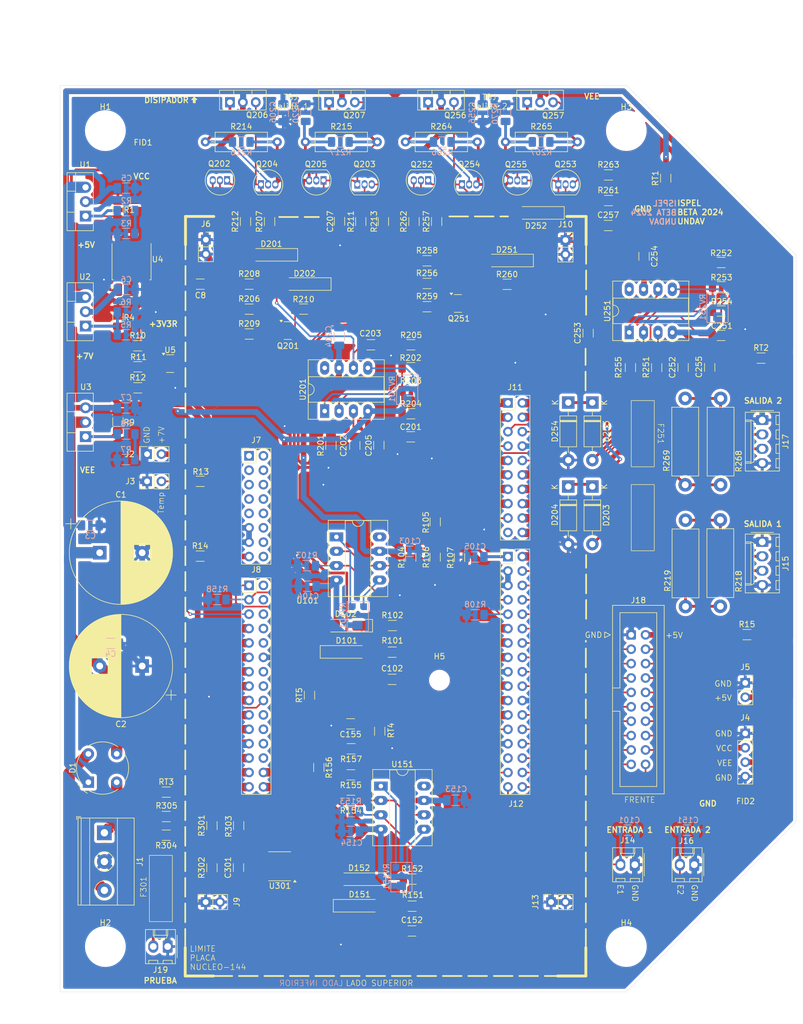
<source format=kicad_pcb>
(kicad_pcb (version 20240108) (generator "pcbnew") (generator_version "8.0")
  (title_block (title "Placa principal ISPEL Beta 2024") (date "2024-11-01"))
  (layers (0 "F.Cu" signal) (31 "B.Cu" signal) (34 "B.Paste" user) (35 "F.Paste" user) (36 "B.SilkS" user "B.Silkscreen") (37 "F.SilkS" user "F.Silkscreen") (38 "B.Mask" user) (39 "F.Mask" user) (44 "Edge.Cuts" user))
  (net 0 "")
  (net 1 "/Fuente/VP")
  (net 2 "GND")
  (net 3 "/Fuente/VN")
  (net 4 "VCC")
  (net 5 "V7")
  (net 6 "VEE")
  (net 7 "V5")
  (net 8 "E1")
  (net 9 "Net-(D101-A)")
  (net 10 "V33REF")
  (net 11 "E2")
  (net 12 "Net-(D151-A)")
  (net 13 "Net-(U201-+)")
  (net 14 "/Salida 1/VOA")
  (net 15 "Net-(U201--)")
  (net 16 "Net-(U251-+)")
  (net 17 "/Salida 2/VOA")
  (net 18 "Net-(U251--)")
  (net 19 "VAC1")
  (net 20 "VAC2")
  (net 21 "/Salida 1/VBP")
  (net 22 "/Salida 1/VBN")
  (net 23 "Net-(D203-K)")
  (net 24 "/Salida 1/SALIDA0")
  (net 25 "/Salida 2/VBP")
  (net 26 "/Salida 2/VBN")
  (net 27 "Net-(D253-K)")
  (net 28 "/Salida 2/SALIDA0")
  (net 29 "S1_B")
  (net 30 "S2_B")
  (net 31 "PRUEBA_5V")
  (net 32 "Net-(F301-Pad1)")
  (net 33 "ADC2_C10")
  (net 34 "ADC_NTC")
  (net 37 "PRUEBA")
  (net 39 "Net-(J7-Pin_15)")
  (net 46 "ADC2_C20")
  (net 53 "CTRL_S1")
  (net 55 "CTRL_S2")
  (net 65 "DAC2")
  (net 68 "DAC1")
  (net 70 "/BTN2")
  (net 71 "ADC1_C20")
  (net 72 "/LED9")
  (net 76 "/LED8")
  (net 77 "/LED2")
  (net 79 "/LED3")
  (net 80 "/LED4")
  (net 81 "/BTN6")
  (net 83 "/BTN5")
  (net 85 "/BTN7")
  (net 86 "/BTN3")
  (net 87 "/LED5")
  (net 89 "/BTN1")
  (net 91 "/LED1")
  (net 92 "/LED6")
  (net 93 "ADC1_C10")
  (net 94 "/BTN9")
  (net 95 "/BTN4")
  (net 96 "/LED7")
  (net 97 "/BTN8")
  (net 98 "S1_50")
  (net 99 "S2_50")
  (net 100 "Net-(Q201-E)")
  (net 101 "Net-(Q201-C)")
  (net 102 "Net-(Q202-E)")
  (net 103 "Net-(Q202-B)")
  (net 104 "Net-(Q203-E)")
  (net 105 "Net-(Q203-B)")
  (net 106 "Net-(Q204-B)")
  (net 107 "Net-(Q205-B)")
  (net 108 "Net-(Q251-C)")
  (net 109 "Net-(Q251-E)")
  (net 110 "Net-(Q252-B)")
  (net 111 "Net-(Q252-E)")
  (net 112 "Net-(Q253-B)")
  (net 113 "Net-(Q253-E)")
  (net 114 "Net-(Q254-B)")
  (net 115 "Net-(Q255-B)")
  (net 116 "Net-(U1-ADJ)")
  (net 117 "Net-(R2-Pad1)")
  (net 118 "Net-(U2-ADJ)")
  (net 119 "Net-(R7-Pad2)")
  (net 120 "Net-(U3-ADJ)")
  (net 121 "Net-(U5-REF)")
  (net 122 "Net-(U101-+)")
  (net 123 "/Entrada 1/VOA")
  (net 124 "Net-(U151-+)")
  (net 125 "/Entrada 2/VOA")
  (net 126 "Net-(U301-+)")
  (net 127 "Net-(R304-Pad1)")
  (net 128 "Net-(RV101-Pad3)")
  (net 129 "Net-(RV101-Pad1)")
  (net 130 "Net-(RV151-Pad1)")
  (net 131 "Net-(RV151-Pad3)")
  (net 132 "Net-(U201-BAL1)")
  (net 133 "Net-(U201-BAL3)")
  (net 134 "Net-(U251-BAL1)")
  (net 135 "Net-(U251-BAL3)")
  (net 165 "Net-(J18-Pin_2)")
  (footprint "Package_TO_SOT_THT:TO-126-3_Vertical" (layer "F.Cu") (at 112.5 33)
    (property "Reference" "Q257")
    (property "Value" "2SB772")
  )
  (footprint "Package_SO:SOIC-8_3.9x4.9mm_P1.27mm" (layer "F.Cu") (at 68.765 167.835 180)
    (property "Reference" "U301")
    (property "Value" "TLV3501AID")
  )
  (footprint "Connector_PinSocket_2.54mm:PinSocket_1x02_P2.54mm_Vertical" (layer "F.Cu") (at 151 135.46)
    (property "Reference" "J5")
    (property "Value" "V5")
  )
  (footprint "Resistor_SMD:R_1206_3216Metric_Pad1.30x1.75mm_HandSolder" (layer "F.Cu") (at 91.95 83.91 180)
    (property "Reference" "R203")
    (property "Value" "4K7")
  )
  (footprint "Resistor_SMD:R_1206_3216Metric_Pad1.30x1.75mm_HandSolder" (layer "F.Cu") (at 96.5 54.05 90)
    (property "Reference" "R257")
    (property "Value" "1K")
  )
  (footprint "Resistor_SMD:R_1206_3216Metric_Pad1.30x1.75mm_HandSolder" (layer "F.Cu") (at 86.45 144 90)
    (property "Reference" "RT4")
    (property "Value" "0.1")
  )
  (footprint "Resistor_THT:R_Axial_DIN0309_L9.0mm_D3.2mm_P12.70mm_Horizontal" (layer "F.Cu") (at 55.65 40)
    (property "Reference" "R214")
    (property "Value" "1.5")
  )
  (footprint "Connector_PinSocket_2.54mm:PinSocket_1x02_P2.54mm_Vertical" (layer "F.Cu") (at 55.71 174.15 90)
    (property "Reference" "J9")
    (property "Value" "GND_NUCLEO")
  )
  (footprint "Capacitor_SMD:C_1206_3216Metric_Pad1.33x1.80mm_HandSolder" (layer "F.Cu") (at 81.3 142.7 180)
    (property "Reference" "C155")
    (property "Value" "220nF")
  )
  (footprint "Connector_PinSocket_2.54mm:PinSocket_1x02_P2.54mm_Vertical" (layer "F.Cu") (at 119.25 57.31)
    (property "Reference" "J10")
    (property "Value" "GND_NUCLEO")
  )
  (footprint "Connector_IDC:IDC-Header_2x10_P2.54mm_Vertical" (layer "F.Cu") (at 130.856572 126.99)
    (property "Reference" "J18")
    (property "Value" "FRENTE")
  )
  (footprint "Capacitor_SMD:C_1206_3216Metric_Pad1.33x1.80mm_HandSolder" (layer "F.Cu") (at 61.51 168.06 90)
    (property "Reference" "C301")
    (property "Value" "220nF")
  )
  (footprint "Connector_Molex:Molex_KK-254_AE-6410-02A_1x02_P2.54mm_Vertical" (layer "F.Cu") (at 131.5 167.55 180)
    (property "Reference" "J14")
    (property "Value" "E1")
  )
  (footprint "Package_TO_SOT_SMD:SOT-23" (layer "F.Cu") (at 100.2625 68.5)
    (property "Reference" "Q251")
    (property "Value" "BC807")
  )
  (footprint "Diode_THT:D_DO-41_SOD81_P10.16mm_Horizontal" (layer "F.Cu") (at 124 100.8222 -90)
    (property "Reference" "D203")
    (property "Value" "1N4746A")
  )
  (footprint "Resistor_SMD:R_1206_3216Metric_Pad1.30x1.75mm_HandSolder" (layer "F.Cu") (at 48.75 162.35 180)
    (property "Reference" "R304")
    (property "Value" "100")
  )
  (footprint "Diode_SMD:D_MiniMELF_Handsoldering" (layer "F.Cu") (at 114.375 52.525 180)
    (property "Reference" "D252")
    (property "Value" "1N4148")
  )
  (footprint "Capacitor_SMD:C_1206_3216Metric_Pad1.33x1.80mm_HandSolder" (layer "F.Cu") (at 82.05 93.5625 -90)
    (property "Reference" "C202")
    (property "Value" "100pF")
  )
  (footprint "Diode_SMD:D_MiniMELF_Handsoldering" (layer "F.Cu") (at 73.2 65.075 180)
    (property "Reference" "D202")
    (property "Value" "1N4148")
  )
  (footprint "Resistor_SMD:R_1206_3216Metric_Pad1.30x1.75mm_HandSolder" (layer "F.Cu") (at 96.2375 113.275 -90)
    (property "Reference" "R106")
    (property "Value" "10K")
  )
  (footprint "Resistor_THT:R_Axial_DIN0309_L9.0mm_D3.2mm_P12.70mm_Horizontal" (layer "F.Cu") (at 73.316666 40)
    (property "Reference" "R215")
    (property "Value" "1.5")
  )
  (footprint "Capacitor_SMD:C_1206_3216Metric_Pad1.33x1.80mm_HandSolder" (layer "F.Cu") (at 133.125 60.1875 -90)
    (property "Reference" "C254")
    (property "Value" "220nF")
  )
  (footprint "Package_TO_SOT_THT:TO-220-3_Vertical" (layer "F.Cu") (at 34.5 72.5 90)
    (property "Reference" "U2")
    (property "Value" "LM350_TO220")
  )
  (footprint "Package_TO_SOT_THT:TO-92_Inline" (layer "F.Cu") (at 59.5 46.78 180)
    (property "Reference" "Q202")
    (property "Value" "BC559C")
  )
  (footprint "Capacitor_SMD:C_1206_3216Metric_Pad1.33x1.80mm_HandSolder" (layer "F.Cu") (at 92.145 179.25 180)
    (property "Reference" "C152")
    (property "Value" "5pF")
  )
  (footprint "Capacitor_SMD:C_1206_3216Metric_Pad1.33x1.80mm_HandSolder" (layer "F.Cu") (at 86.3 93.5125 -90)
    (property "Reference" "C205")
    (property "Value" "220nF")
  )
  (footprint "Capacitor_SMD:C_1206_3216Metric_Pad1.33x1.80mm_HandSolder" (layer "F.Cu") (at 123.25 73.7375 90)
    (property "Reference" "C253")
    (property "Value" "10pF")
  )
  (footprint "Resistor_THT:R_Axial_DIN0309_L9.0mm_D3.2mm_P12.70mm_Horizontal" (layer "F.Cu") (at 90.983332 40)
    (property "Reference" "R264")
    (property "Value" "1.5")
  )
  (footprint "Resistor_SMD:R_1206_3216Metric_Pad1.30x1.75mm_HandSolder" (layer "F.Cu") (at 67 54.05 90)
    (property "Reference" "R207")
    (property "Value" "1K")
  )
  (footprint "Resistor_SMD:R_1206_3216Metric_Pad1.30x1.75mm_HandSolder" (layer "F.Cu") (at 92.175 174.875 180)
    (property "Reference" "R151")
    (property "Value" "560K")
  )
  (footprint "Resistor_SMD:R_1206_3216Metric_Pad1.30x1.75mm_HandSolder" (layer "F.Cu") (at 43.725 75.975)
    (property "Reference" "R10")
    (property "Value" "330")
  )
  (footprint "Resistor_SMD:R_1206_3216Metric_Pad1.30x1.75mm_HandSolder" (layer "F.Cu") (at 94.8 69.075)
    (property "Reference" "R259")
    (property "Value" "1K")
  )
  (footprint "Connector_Molex:Molex_KK-254_AE-6410-04A_1x04_P2.54mm_Vertical" (layer "F.Cu") (at 154 89.08 -90)
    (property "Reference" "J17")
    (property "Value" "S2")
  )
  (footprint "Package_TO_SOT_THT:TO-92_Inline" (layer "F.Cu") (at 82.5 47.5)
    (property "Reference" "Q203")
    (property "Value" "BC549C")
  )
  (footprint "Resistor_SMD:R_1206_3216Metric_Pad1.30x1.75mm_HandSolder" (layer "F.Cu") (at 108.95 65.125 180)
    (property "Reference" "R260")
    (property "Value" "10K")
  )
  (footprint "Package_DIP:CERDIP-8_W7.62mm_SideBrazed_LongPads_Socket" (layer "F.Cu") (at 130.505 73.62 90)
    (property "Reference" "U251")
    (property "Value" "LM318")
  )
  (footprint "MountingHole:MountingHole_3.2mm_M3" (layer "F.Cu") (at 97 135)
    (property "Reference" "H5")
    (property "Value" "MountingHole")
  )
  (footprint "Resistor_SMD:R_1206_3216Metric_Pad1.30x1.75mm_HandSolder" (layer "F.Cu") (at 63.4 73.9)
    (property "Reference" "R209")
    (property "Value" "1K")
  )
  (footprint "Resistor_SMD:R_1206_3216Metric_Pad1.30x1.75mm_HandSolder" (layer "F.Cu") (at 74.05 137.65 90)
    (property "Reference" "RT5")
    (property "Value" "0.1")
  )
  (footprint "Capacitor_SMD:C_1206_3216Metric_Pad1.33x1.80mm_HandSolder" (layer "F.Cu") (at 126.8 54.75)
    (property "Reference" "C257")
    (property "Value" "220nF")
  )
  (footprint "Fiducial:Fiducial_1mm_Mask3mm" (layer "F.Cu") (at 44.45 37.9)
    (property "Reference" "FID1")
    (property "Value" "Fiducial")
  )
  (footprint "Diode_THT:Diode_Bridge_Round_D9.0mm" (layer "F.Cu") (at 35 153 90)
    (property "Reference" "D1")
    (property "Value" "B40R")
  )
  (footprint "Resistor_THT:R_Axial_DIN0414_L11.9mm_D4.5mm_P15.24mm_Horizontal" (layer "F.Cu") (at 140.4 100.51 90)
    (property "Reference" "R269")
    (property "Value" "100_2W")
  )
  (footprint "Connector_Molex:Molex_KK-254_AE-6410-04A_1x04_P2.54mm_Vertical" (layer "F.Cu") (at 154 110.59 -90)
    (property "Reference" "J15")
    (property "Value" "S1")
  )
  (footprint "Diode_THT:D_DO-41_SOD81_P10.16mm_Horizontal" (layer "F.Cu") (at 119.75 86 -90)
    (property "Reference" "D254")
    (property "Value" "1N4746A")
  )
  (footprint "Connector_Molex:Molex_KK-254_AE-6410-02A_1x02_P2.54mm_Vertical" (layer "F.Cu") (at 49 182 180)
    (property "Reference" "J19")
    (property "Value" "PRUEBA_5V")
  )
  (footprint "Package_TO_SOT_THT:TO-126-3_Vertical" (layer "F.Cu") (at 60 33)
    (property "Reference" "Q206")
    (property "Value" "2SD882")
  )
  (footprint "Connector_PinSocket_2.54mm:PinSocket_1x02_P2.54mm_Vertical" (layer "F.Cu") (at 116.71 174.15 90)
    (property "Reference" "J13")
    (property "Value" "GND_NUCLEO")
  )
  (footprint "Resistor_THT:R_Axial_DIN0414_L11.9mm_D4.5mm_P15.24mm_Horizontal" (layer "F.Cu") (at 140.45 122 90)
    (property "Reference" "R219")
    (property "Value" "100_2W")
  )
  (footprint "Capacitor_SMD:C_1206_3216Metric_Pad1.33x1.80mm_HandSolder" (layer "F.Cu") (at 91.92 92.05 180)
    (property "Reference" "C201")
    (property "Value" "220nF")
  )
  (footprint "MountingHole:MountingHole_3.2mm_M3" (layer "F.Cu") (at 130 182)
    (property "Reference" "H4")
    (property "Value" "MountingHole")
  )
  (footprint "Capacitor_THT:CP_Radial_D18.0mm_P7.50mm" (layer "F.Cu") (at 44.5 132.5 180)
    (property "Reference" "C2")
    (property "Value" "6900uF")
  )
  (footprint "Capacitor_SMD:C_1206_3216Metric_Pad1.33x1.80mm_HandSolder" (layer "F.Cu") (at 146.725 74.15)
    (property "Reference" "C251")
    (property "Value" "220nF")
  )
  (footprint "Libreria_ISPEL:Fuseholder_1808_handsoldering" (layer "F.Cu") (at 47.8 171.76 -90)
    (property "Reference" "F301")
    (property "Value" "250mA")
  )
  (footprint "Resistor_SMD:R_1206_3216Metric_Pad1.30x1.75mm_HandSolder" (layer "F.Cu") (at 81.35 156.2 180)
    (property "Reference" "R154")
    (property "Value" "10K")
  )
  (footprint "Package_TO_SOT_SMD:SOT-23" (layer "F.Cu") (at 70.2125 73.3)
    (property "Reference" "Q201")
    (property "Value" "BC807")
  )
  (footprint "Resistor_SMD:R_1206_3216Metric_Pad1.30x1.75mm_HandSolder" (layer "F.Cu") (at 54.75 113.1)
    (property "Reference" "R14")
    (property "Value" "0.1")
  )
  (footprint "MountingHole:MountingHole_3.2mm_M3" (layer "F.Cu") (at 38 182)
    (property "Reference" "H2")
    (property "Value" "MountingHole")
  )
  (footprint "Capacitor_SMD:C_1206_3216Metric_Pad1.33x1.80mm_HandSolder" (layer "F.Cu") (at 140.028332 79.795 -90)
    (property "Reference" "C252")
    (property "Value" "100pF")
  )
  (footprint "Resistor_SMD:R_1206_3216Metric_Pad1.30x1.75mm_HandSolder" (layer "F.Cu") (at 94.8 64.975)
    (property "Reference" "R256")
    (property "Value" "10K")
  )
  (footprint "Resistor_SMD:R_1206_3216Metric_Pad1.30x1.75mm_HandSolder" (layer "F.Cu") (at 48.75 159.06 180)
    (property "Reference" "R305")
    (property "Value" "100")
  )
  (footprint "Libreria_ISPEL:PinSocket_2x10_P2.54mm_Vertical_impar-par" (layer "F.Cu") (at 109.09 86.06)
    (property "Reference" "J11")
    (property "Value" "CN7_NUCLEO")
  )
  (footprint "Resistor_SMD:R_1206_3216Metric_Pad1.30x1.75mm_HandSolder" (layer "F.Cu") (at 75.7 150.4 90)
    (property "Reference" "R156")
    (property "Value" "10K")
  )
  (footprint "Package_TO_SOT_THT:TO-220-3_Vertical" (layer "F.Cu") (at 34.5 92 90)
    (property "Reference" "U3")
    (property "Value" "LM337_TO220")
  )
  (footprint "Resistor_SMD:R_1206_3216Metric_Pad1.30x1.75mm_HandSolder" (layer "F.Cu") (at 126.85 45.825)
    (property "Reference" "R263")
    (property "Value" "33")
  )
  (footprint "Capacitor_SMD:C_1206_3216Metric_Pad1.33x1.80mm_HandSolder" (layer "F.Cu") (at 88.6375 134.85 180)
    (property "Reference" "C102")
    (property "Value" "5pF")
  )
  (footprint "Resistor_SMD:R_1206_3216Metric_Pad1.30x1.75mm_HandSolder" (layer "F.Cu") (at 126.85 50.35)
    (property "Reference" "R261")
    (property "Value" "1K")
  )
  (footprint "Resistor_SMD:R_1206_3216Metric_Pad1.30x1.75mm_HandSolder" (layer "F.Cu") (at 81.4 147.1 180)
    (property "Reference" "R157")
    (property "Value" "10K")
  )
  (footprint "Diode_THT:D_DO-41_SOD81_P10.16mm_Horizontal" (layer "F.Cu") (at 124 86 -90)
    (property "Reference" "D253")
    (property "Value" "1N4746A")
  )
  (footprint "Resistor_SMD:R_1206_3216Metric_Pad1.30x1.75mm_HandSolder" (layer "F.Cu") (at 135.361666 79.825 90)
    (property "Reference" "R251")
    (property "Value" "1K")
  )
  (footprint "Resistor_SMD:R_1206_3216Metric_Pad1.30x1.75mm_HandSolder" (layer "F.Cu") (at 151.3 126.95)
    (property "Reference" "R15")
    (property "Value" "0.1")
  )
  (footprint "Connector_PinHeader_2.54mm:PinHeader_1x02_P2.54mm_Vertical" (layer "F.Cu") (at 45.36 99.9 90)
    (property "Reference" "J3")
    (property "Value" "TEMP")
  )
  (footprint "Package_TO_SOT_THT:TO-220-3_Vertical" (layer "F.Cu") (at 34.5 53.08 90)
    (property "Reference" "U1")
    (property "Value" "LM350_TO220")
  )
  (footprint "Resistor_SMD:R_1206_3216Metric_Pad1.30x1.75mm_HandSolder" (layer "F.Cu") (at 73 69.5 180)
    (property "Reference" "R210")
    (property "Value" "10K")
  )
  (footprint "Resistor_SMD:R_1206_3216Metric_Pad1.30x1.75mm_HandSolder" (layer "F.Cu") (at 91.95 79.855 180)
    (property "Reference" "R202")
    (property "Value" "10K")
  )
  (footprint "MountingHole:MountingHole_3.2mm_M3" (layer "F.Cu") (at 38 38)
    (property "Reference" "H1")
    (property "Value" "MountingHole")
  )
  (footprint "Capacitor_SMD:C_1206_3216Metric_Pad1.33x1.80mm_HandSolder" (layer "F.Cu") (at 144.725 79.795 -90)
    (property "Reference" "C255")
    (property "Value" "220nF")
  )
  (footprint "Capacitor_SMD:C_1206_3216Metric_Pad1.33x1.80mm_HandSolder" (layer "F.Cu") (at 54.75 65.1)
    (property "Reference" "C8")
    (property "Value" "1uF")
  )
  (footprint "Resistor_SMD:R_1206_3216Metric_Pad1.30x1.75mm_HandSolder" (layer "F.Cu") (at 130.725 79.825 -90)
    (property "Reference" "R255")
    (property "Value" "10K")
  )
  (footprint "Resistor_SMD:R_1206_3216Metric_Pad1.30x1.75mm_HandSolder" (layer "F.Cu") (at 40.215 70.975 -90)
    (property "Reference" "R4")
    (property "Value" "150")
  )
  (footprint "Resistor_THT:R_Axial_DIN0309_L9.0mm_D3.2mm_P12.70mm_Horizontal" (layer "F.Cu") (at 108.65 40)
    (property "Reference" "R265")
    (property "Value" "1.5")
  )
  (footprint "Capacitor_THT:CP_Radial_D18.0mm_P7.50mm" (layer "F.Cu") (at 37 112.5)
    (property "Reference" "C1")
    (property "Value" "6900uF")
  )
  (footprint "Resistor_THT:R_Axial_DIN0414_L11.9mm_D4.5mm_P15.24mm_Horizontal" (layer "F.Cu") (at 146.6 121.95 90)
    (property "Reference" "R218")
    (property "Value" "100_2W")
  )
  (footprint "Resistor_SMD:R_1206_3216Metric_Pad1.30x1.75mm_HandSolder" (layer "F.Cu") (at 92.5 54.05 90)
    (property "Reference" "R262")
    (property "Value" "33")
  )
  (footprint "Package_TO_SOT_SMD:SOT-23" (layer "F.Cu") (at 49.4375 79.125)
    (property "Reference" "U5")
    (property "Value" "TL431DBZ")
  )
  (footprint "Resistor_SMD:R_1206_3216Metric_Pad1.30x1.75mm_HandSolder" (layer "F.Cu") (at 88.7 125.35)
    (property "Reference" "R102")
    (property "Value" "47K")
  )
  (footprint "Resistor_SMD:R_1206_3216Metric_Pad1.30x1.75mm_HandSolder" (layer "F.Cu") (at 56.82 168.09 90)
    (property "Reference" "R302")
    (property "Value" "10K")
  )
  (footprint "Diode_SMD:D_MiniMELF_Handsoldering" (layer "F.Cu") (at 80.6 130)
    (property "Reference" "D101")
    (property "Value" "1N4148")
  )
  (footprint "Connector_PinSocket_2.54mm:PinSocket_1x04_P2.54mm_Vertical" (layer "F.Cu") (at 151 144.38)
    (property "Reference" "J4")
    (property "Value" "VREG")
  )
  (footprint "TerminalBlock_Phoenix:TerminalBlock_Phoenix_MKDS-1,5-3-5.08_1x03_P5.08mm_Horizontal" (layer "F.Cu") (at 37.825 161.925 -90)
    (property "Reference" "J1")
    (property "Value" "Vin")
  )
  (footprint "Resistor_SMD:R_1206_3216Metric_Pad1.30x1.75mm_HandSolder" (layer "F.Cu") (at 62.75 54.05 90)
    (property "Reference" "R212")
    (property "Value" "33")
  )
  (footprint "Resistor_SMD:R_1206_3216Metric_Pad1.30x1.75mm_HandSolder" (layer "F.Cu") (at 48.75 154.75)
    (property "Reference" "RT3")
    (property "Value" "0.1")
  )
  (footprint "Package_TO_SOT_THT:TO-92_Inline" (layer "F.Cu") (at 112.026666 46.78 180)
    (property "Reference" "Q255")
    (property "Value" "BC559C")
  )
  (footprint "Resistor_SMD:R_1206_3216Metric_Pad1.30x1.75mm_HandSolder" (layer "F.Cu") (at 92.175 170.1)
    (property "Reference" "R152")
    (property "Value" "47K")
  )
  (footprint "Resistor_SMD:R_1206_3216Metric_Pad1.30x1.75mm_HandSolder" (layer "F.Cu") (at 146.755 69.841666 180)
    (property "Reference" "R254")
    (property "Value" "4K7")
  )
  (footprint "Package_TO_SOT_THT:TO-126-3_Vertical" (layer "F.Cu") (at 95 33)
    (property "Reference" "Q256")
    (property "Value" "2SD882")
  )
  (footprint "Package_DIP:CERDIP-8_W7.62mm_SideBrazed_LongPads_Socket" (layer "F.Cu") (at 86.65 153.68)
    (property "Reference" "U151")
    (property "Value" "CA3140")
  )
  (footprint "Package_TO_SOT_THT:TO-92_Inline" (layer "F.Cu") (at 95 46.78 180)
    (property "Reference" "Q252")
    (property "Value" "BC559C")
  )
  (footprint "Resistor_SMD:R_1206_3216Metric_Pad1.30x1.75mm_HandSolder" (layer "F.Cu") (at 43.725 83.4)
    (property "Reference" "R12")
    (property "Value" "4K7")
  )
  (footprint "Package_TO_SOT_SMD:TO-252-3_TabPin2" (layer "F.Cu") (at 42.62 61.035 90)
    (property "Reference" "U4")
    (property "Value" "LM1117DT-5.0")
  )
  (footprint "Connector_PinSocket_2.54mm:PinSocket_1x02_P2.54mm_Vertical" (layer "F.Cu") (at 45.36 95.1 90)
    (property "Reference" "J2")
    (property "Value" "V7")
  )
  (footprint "Resistor_THT:R_Axial_DIN0414_L11.9mm_D4.5mm_P15.24mm_Horizontal" (layer "F.Cu") (at 146.65 100.51 90)
    (property "Reference" "R268")
    (property "Value" "100_2W")
  )
  (footprint "Resistor_SMD:R_1206_3216Metric_Pad1.30x1.75mm_HandSolder" (layer "F.Cu") (at 91.95 75.8)
    (property "Reference" "R205")
    (property "Value" "10K")
  )
  (footprint "Resistor_SMD:R_1206_3216Metric_Pad1.30x1.75mm_HandSolder" (layer "F.Cu") (at 43.725 79.6875 180)
    (property "Reference" "R11")
    (property "Value" "1K5")
  )
  (footprint "Capacitor_SMD:C_1206_3216Metric_Pad1.33x1.80mm_HandSolder" (layer "F.Cu") (at 79.35 54 90)
    (property "Reference" "C207")
    (property "Value" "220nF")
  )
  (footprint "Package_TO_SOT_THT:TO-92_Inline" (layer "F.Cu") (at 65.473333 47.5)
    (property "Reference" "Q204")
    (property "Value" "BC549C")
  )
  (footprint "Package_DIP:CERDIP-8_W7.62mm_SideBrazed_LongPads_Socket" (layer "F.Cu") (at 76.73 87.5 90)
    (property "Reference" "U201")
    (property "Value" "LM318")
  )
  (footprint "Package_TO_SOT_THT:TO-126-3_Vertical" (layer "F.Cu") (at 77.5 33)
    (property "Reference" "Q207")
    (property "Value" "2SB772")
  )
  (footprint "Resistor_SMD:R_1206_3216Metric_Pad1.30x1.75mm_HandSolder" (layer "F.Cu") (at 153.8 78.15)
    (property "Reference" "RT2")
    (property "Value" "0.1")
  )
  (footprint "Libreria_ISPEL:PinSocket_2x17_P2.54mm_Vertical_impar-par" (layer "F.Cu") (at 109.09 113.19)
    (property "Reference" "J12")
    (property "Value" "CN10_NUCLEO")
  )
  (footprint "Resistor_SMD:R_1206_3216Metric_Pad1.30x1.75mm_HandSolder" (layer "F.Cu") (at 63.4 65.1)
    (property "Reference" "R208")
    (property "Value" "100K")
  )
  (footprint "Resistor_SMD:R_1206_3216Metric_Pad1.30x1.75mm_HandSolder" (layer "F.Cu") (at 56.82 160.65 90)
    (property "Reference" "R301")
    (property "Value" "10K")
  )
  (footprint "Diode_SMD:D_MiniMELF_Handsoldering" (layer "F.Cu") (at 80.525 125.375 180)
    (property "Reference" "D102")
    (property "Value" "1N4148")
  )
  (footprint "Resistor_SMD:R_1206_3216Metric_Pad1.30x1.75mm_HandSolder" (layer "F.Cu") (at 40.215 52 -90)
    (property "Reference" "R1")
    (property "Value" "150")
  )
  (footprint "Capacitor_SMD:C_1206_3216Metric_Pad1.33x1.80mm_HandSolder" (layer "F.Cu") (at 84.8875 75.8 180)
    (property "Reference" "C203")
    (property "Value" "10pF")
  )
  (footprint "Libreria_ISPEL:PinSocket_2x15_P2.54mm_Vertical_impar-par" (layer "F.Cu") (at 63.37 118.26)
    (property "Reference" "J8")
    (property "Value" "CN9_NUCLEO")
  )
  (footprint "Resistor_SMD:R_1206_3216Metric_Pad1.30x1.75mm_HandSolder" (layer "F.Cu") (at 81.35 151.7 180)
    (property "Reference" "R155")
    (property "Value" "10K")
  )
  (footprint "Package_DIP:CERDIP-8_W7.62mm_SideBrazed_LongPads_Socket" (layer "F.Cu") (at 78.805 109.705)
    (property "Reference" "U101")
    (property "Value" "CA3140")
  )
  (footprint "Resistor_SMD:R_1206_3216Metric_Pad1.30x1.75mm_HandSolder" (layer "F.Cu") (at 54.75 99.9 180)
    (property "Reference" "R13")
    (property "Value" "4K7")
  )
  (footprint "Resistor_SMD:R_1206_3216Metric_Pad1.30x1.75mm_HandSolder" (layer "F.Cu") (at 96.25 107.05 -90)
    (property "Reference" "R105")
    (property "Value" "10K")
  )
  (footprint "Resistor_SMD:R_1206_3216Metric_Pad1.30x1.75mm_HandSolder" (layer "F.Cu") (at 77.84 93.56 90)
    (property "Reference" "R201")
    (property "Value" "1K")
  )
  (footprint "Resistor_SMD:R_1206_3216Metric_Pad1.30x1.75mm_HandSolder" (layer "F.Cu") (at 146.755 61.285 180)
    (property "Reference" "R252")
    (property "Value" "10K")
  )
  (footprint "Libreria_ISPEL:PinSocket_2x08_P2.54mm_Vertical_impar-par" (layer "F.Cu") (at 63.37 95.4)
    (property "Reference" "J7")
    (property "Value" "CN8_NUCLEO")
  )
  (footprint "Fiducial:Fiducial_1mm_Mask3mm" (layer "F.Cu") (at 151.05 158.9)
    (property "Reference" "FID2")
    (property "Value" "Fiducial")
  )
  (footprint "MountingHole:MountingHole_3.2mm_M3" (layer "F.Cu") (at 130 38)
    (property "Reference" "H3")
    (property "Value" "MountingHole")
  )
  (footprint "Connector_Molex:Molex_KK-254_AE-6410-02A_1x02_P2.54mm_Vertical" (layer "F.Cu") (at 142 167.55 180)
    (property "Reference" "J16")
    (property "Value" "E2")
  )
  (footprint "Resistor_SMD:R_1206_3216Metric_Pad1.30x1.75mm_HandSolder" (layer "F.Cu") (at 100.55 113.35 -90)
    (property "Reference" "R107")
    (property "Value" "10K")
  )
  (footprint "Connector_PinSocket_2.54mm:PinSocket_1x02_P2.54mm_Vertical" (layer "F.Cu") (at 55.75 57.25)
    (property "Reference" "J6")
    (property "Value" "GND_NUCLEO")
  )
  (footprint "Resistor_SMD:R_1206_3216Metric_Pad1.30x1.75mm_HandSolder" (layer "F.Cu") (at 87.1 54.05 -90)
    (property "Reference" "R213")
    (property "Value" "33")
  )
  (footprint "Diode_SMD:D_MiniMELF_Handsoldering" (layer "F.Cu") (at 82.8625 170.13 180)
    (property "Reference" "D152")
    (property "Value" "1N4148")
  )
  (footprint "Resistor_SMD:R_1206_3216Metric_Pad1.30x1.75mm_HandSolder" (layer "F.Cu") (at 136.95 46.4 90)
    (property "Reference" "RT1")
    (property "Value" "0.1")
  )
  (footprint "Resistor_SMD:R_1206_3216Metric_Pad1.30x1.75mm_HandSolder" (layer "F.Cu") (at 83.1 54.05 -90)
    (property "Reference" "R211")
    (property "Value" "1K")
  )
  (footprint "Libreria_ISPEL:Fuseholder_1808_handsoldering" (layer "F.Cu") (at 132.9 91.4878 -90)
    (property "Reference" "F251")
    (property "Value" "500mA")
  )
  (footprint "Resistor_SMD:R_1206_3216Metric_Pad1.30x1.75mm_HandSolder" (layer "F.Cu") (at 63.4 69.5125)
    (property "Reference" "R206")
    (property "Value" "10K")
  )
  (footprint "Resistor_SMD:R_1206_3216Metric_Pad1.30x1.75mm_HandSolder" (layer "F.Cu") (at 91.925 113.3 90)
    (property "Reference" "R104")
    (property "Value" "10K")
  )
  (footprint "Resistor_SMD:R_1206_3216Metric_Pad1.30x1.75mm_HandSolder" (layer "F.Cu") (at 88.65 130.05 180)
    (property "Reference" "R101")
    (property "Value" "560K")
  )
  (footprint "Resistor_SMD:R_1206_3216Metric_Pad1.30x1.75mm_HandSolder" (layer "F.Cu") (at 61.54 160.65 -90)
    (property "Reference" "R303")
    (property "Value" "10K")
  )
  (footprint "Diode_SMD:D_MiniMELF_Handsoldering" (layer "F.Cu") (at 108.925 60.925 180)
    (property "Reference" "D251")
    (property "Value" "1N4148")
  )
  (footprint "Package_TO_SOT_THT:TO-92_Inline" (layer "F.Cu") (at 100.973333 47.5)
    (property "Reference" "Q254")
    (property "Value" "BC549C")
  )
  (footprint "Package_TO_SOT_THT:TO-92_Inline" (layer "F.Cu") (at 118 47.5)
    (property "Reference" "Q253")
    (property "Value" "BC549C")
  )
  (footprint "Resistor_SMD:R_1206_3216Metric_Pad1.30x1.75mm_HandSolder" (layer "F.Cu") (at 91.95 87.965 180)
    (property "Reference" "R204")
    (property "Value" "4K7")
  )
  (footprint "Resistor_SMD:R_1206_3216Metric_Pad1.30x1.75mm_HandSolder" (layer "F.Cu") (at 94.8 60.975)
    (property "Reference" "R258")
    (property "Value" "100K")
  )
  (footprint "Package_TO_SOT_THT:TO-92_Inline" (layer "F.Cu") (at 76.526666 46.78 180)
    (property "Reference" "Q205")
    (property "Value" "BC559C")
  )
  (footprint "Libreria_ISPEL:Fuseholder_1808_handsoldering" (layer "F.Cu") (at 132.9 106.31 -90)
    (property "Reference" "F201" (hide yes))
    (property "Value" "500mA")
  )
  (footprint "Diode_THT:D_DO-41_SOD81_P10.16mm_Horizontal" (layer "F.Cu") (at 119.75 100.8222 -90)
    (property "Reference" "D204")
    (property "Value" "1N4746A")
  )
  (footprint "Diode_SMD:D_MiniMELF_Handsoldering" (layer "F.Cu") (at 82.9075 174.8)
    (property "Reference" "D151")
    (property "Value" "1N4148")
  )
  (footprint "Resistor_SMD:R_1206_3216Metric_Pad1.30x1.75mm_HandSolder" (layer "F.Cu") (at 40.215 89.37 90)
    (property "Reference" "R9")
    (property "Value" "150")
  )
  (footprint "Resistor_SMD:R_1206_3216Metric_Pad1.30x1.75mm_HandSolder" (layer "F.Cu") (at 146.755 65.563333 180)
    (property "Reference" "R253")
    (property "Value" "4K7")
  )
  (footprint "Diode_SMD:D_MiniMELF_Handsoldering" (layer "F.Cu") (at 67.3 59.925 180)
    (property "Reference" "D201")
    (property "Value" "1N4148")
  )
  (footprint "Resistor_SMD:R_1206_3216Metric_Pad1.30x1.75mm_HandSolder" (layer "B.Cu") (at 81.3175 158.18 180)
    (property "Reference" "R153")
    (property "Value" "390K")
  )
  (footprint "Resistor_SMD:R_1206_3216Metric_Pad1.30x1.75mm_HandSolder" (layer "B.Cu") (at 73.55 114.775 180)
    (property "Reference" "R103")
    (property "Value" "390K")
  )
  (footprint "Libreria_ISPEL:3E-SX50" (layer "B.Cu") (at 82.6 123.625)
    (property "Reference" "RV101")
    (property "Value" "Evm3eSX50b102")
  )
  (footprint "Capacitor_SMD:C_1206_3216Metric_Pad1.33x1.80mm_HandSolder" (layer "B.Cu") (at 41.675 66.025)
    (property "Reference" "C6")
    (property "Value" "1uF")
  )
  (footprint "Capacitor_SMD:C_1206_3216Metric_Pad1.33x1.80mm_HandSolder" (layer "B.Cu") (at 38.9375 128.5)
    (property "Reference" "C4")
    (property "Value" "220nF")
  )
  (footprint "Resistor_SMD:R_1206_3216Metric_Pad1.30x1.75mm_HandSolder" (layer "B.Cu") (at 41.645 96.05)
    (property "Reference" "R7")
    (property "Value" "1K2")
  )
  (footprint "Capacitor_SMD:C_1206_3216Metric_Pad1.33x1.80mm_HandSolder" (layer "B.Cu") (at 41.675 48.15)
    (property "Reference" "C5")
    (property "Value" "1uF")
  )
  (footprint "Capacitor_SMD:C_1206_3216Metric_Pad1.33x1.80mm_HandSolder" (layer "B.Cu") (at 103.2875 113.25 180)
    (property "Reference" "C105")
    (property "Value" "220nF")
  )
  (footprint "Resistor_SMD:R_1206_3216Metric_Pad1.30x1.75mm_HandSolder" (layer "B.Cu") (at 41.645 70.025 180)
    (property "Reference" "R6")
    (property "Value" "690")
  )
  (footprint "Capacitor_SMD:C_1206_3216Metric_Pad1.33x1.80mm_HandSolder" (layer "B.Cu") (at 130.2625 161.45)
    (property "Reference" "C101")
    (property "Value" "10pF")
  )
  (footprint "Capacitor_SMD:C_1206_3216Metric_Pad1.33x1.80mm_HandSolder" (layer "B.Cu") (at 79.3 74.3375 -90)
    (property "Reference" "C204")
    (property "Value" "220nF")
  )
  (footprint "Resistor_SMD:R_1206_3216Metric_Pad1.30x1.75mm_HandSolder" (layer "B.Cu") (at 41.645 91.55 180)
    (property "Reference" "R8")
    (property "Value" "100")
  )
  (footprint "Resistor_SMD:R_1206_3216Metric_Pad1.30x1.75mm_HandSolder" (layer "B.Cu") (at 108.675 34.825 90)
    (property "Reference" "R270")
    (property "Value" "10K")
  )
  (footprint "Libreria_ISPEL:3E-SX50" (layer "B.Cu") (at 146.125 69.17)
    (property "Reference" "RV251")
    (property "Value" "Evm3eSX50b102")
  )
  (footprint "Capacitor_SMD:C_1206_3216Metric_Pad1.33x1.80mm_HandSolder" (layer "B.Cu") (at 73.6625 118.4 180)
    (property "Reference" "C104")
    (property "Value" "220nF")
  )
  (footprint "Resistor_SMD:R_1206_3216Metric_Pad1.30x1.75mm_HandSolder" (layer "B.Cu") (at 57.75 120.75 180)
    (property "Reference" "R158")
    (property "Value" "10K")
  )
  (footprint "Resistor_SMD:R_1206_3216Metric_Pad1.30x1.75mm_HandSolder" (layer "B.Cu") (at 114.95 40)
    (property "Reference" "R267")
    (property "Value" "CAL")
  )
  (footprint "Capacitor_SMD:C_1206_3216Metric_Pad1.33x1.80mm_HandSolder" (layer "B.Cu") (at 104.625 34.855 -90)
    (property "Reference" "C256")
    (property "Value" "220nF")
  )
  (footprint "Resistor_SMD:R_1206_3216Metric_Pad1.30x1.75mm_HandSolder" (layer "B.Cu") (at 62 40)
    (property "Reference" "R216")
    (property "Value" "CAL")
  )
  (footprint "Capacitor_SMD:C_1206_3216Metric_Pad1.33x1.80mm_HandSolder" (layer "B.Cu") (at 81.2875 161.68 180)
    (property "Reference" "C154")
    (property "Value" "220nF")
  )
  (footprint "Capacitor_SMD:C_1206_3216Metric_Pad1.33x1.80mm_HandSolder" (layer "B.Cu") (at 140.75 161.45)
    (property "Reference" "C151")
    (property "Value" "10pF")
  )
  (footprint "Resistor_SMD:R_1206_3216Metric_Pad1.30x1.75mm_HandSolder" (layer "B.Cu") (at 103.3175 123.45 180)
    (property "Reference" "R108")
    (property "Value" "10K")
  )
  (footprint "Capacitor_SMD:C_1206_3216Metric_Pad1.33x1.80mm_HandSolder" (layer "B.Cu") (at 91.7125 112.25)
    (property "Reference" "C103")
    (property "Value" "220nF")
  )
  (footprint "Resistor_SMD:R_1206_3216Metric_Pad1.30x1.75mm_HandSolder" (layer "B.Cu") (at 79.5 40)
    (property "Reference" "R217")
    (property "Value" "CAL")
  )
  (footprint "Resistor_SMD:R_1206_3216Metric_Pad1.30x1.75mm_HandSolder" (layer "B.Cu") (at 41.645 52.125 180)
    (property "Reference" "R2")
    (property "Value" "1K2")
  )
  (footprint "Libreria_ISPEL:3E-SX50" (layer "B.Cu") (at 91.325 83.625)
    (property "Reference" "RV201")
    (property "Value" "Evm3eSX50b102")
  )
  (footprint "Libreria_ISPEL:3E-SX50" (layer "B.Cu") (at 90.3 169.65)
    (property "Reference" "RV151")
    (property "Value" "Evm3eSX50b102")
  )
  (footprint "Resistor_SMD:R_1206_3216Metric_Pad1.30x1.75mm_HandSolder" (layer "B.Cu") (at 41.645 56.15)
    (property "Reference" "R3")
    (property "Value" "100")
  )
  (footprint "Capacitor_SMD:C_1206_3216Metric_Pad1.33x1.80mm_HandSolder" (layer "B.Cu") (at 35.35 107.675)
    (property "Reference" "C3")
    (property "Value" "220nF")
  )
  (footprint "Resistor_SMD:R_1206_3216Metric_Pad1.30x1.75mm_HandSolder" (layer "B.Cu") (at 73.375 34.825 90)
    (property "Reference" "R220")
    (property "Value" "10K")
  )
  (footprint "Resistor_SMD:R_1206_3216Metric_Pad1.30x1.75mm_HandSolder" (layer "B.Cu") (at 41.645 74.025 180)
    (property "Reference" "R5")
    (property "Value" "150K")
  )
  (footprint "Capacitor_SMD:C_1206_3216Metric_Pad1.33x1.80mm_HandSolder" (layer "B.Cu") (at 41.675 86.95 180)
    (property "Reference" "C7")
    (property "Value" "1uF")
  )
  (footprint "Capacitor_SMD:C_1206_3216Metric_Pad1.33x1.80mm_HandSolder" (layer "B.Cu") (at 69.425 34.855 -90)
    (property "Reference" "C206")
    (property "Value" "220nF")
  )
  (footprint "Capacitor_SMD:C_1206_3216Metric_Pad1.33x1.80mm_HandSolder" (layer "B.Cu") (at 99.85 156.18)
    (property "Reference" "C153")
    (property "Value" "220nF")
  )
  (footprint "Resistor_SMD:R_1206_3216Metric_Pad1.30x1.75mm_HandSolder" (layer "B.Cu") (at 97.5 40)
    (property "Reference" "R266")
    (property "Value" "CAL")
  )
  (gr_rect (start 103.7 87.85) (end 109.2 89.35) (fill solid) (layer "F.Cu") (net 149))
  (gr_rect (start 111.6 85.35) (end 117.1 86.85) (fill solid) (layer "F.Cu") (net 163))
  (gr_rect (start 111.5 112.4) (end 117 113.9) (fill solid) (layer "F.Cu") (net 164))
  (gr_rect (start 103.65 95.5) (end 109.15 97) (fill solid) (layer "F.Cu") (net 150))
  (gr_rect (start 57.95 142.9) (end 63.45 144.4) (fill solid) (layer "F.Cu") (net 56))
  (gr_rect (start 103.65 100.5) (end 109.15 102) (fill solid) (layer "F.Cu") (net 160))
  (gr_poly (pts (xy 71.35 96.55) (xy 72.3 97.45) (xy 71.35 98.35)) (stroke (width 0.5)) (fill solid) (layer "F.Cu") (net 10))
  (gr_rect (start 103.65 125.1) (end 109.15 126.6) (fill solid) (layer "F.Cu") (net 152))
  (gr_poly (pts (xy 75.5 97.45) (xy 74.55 97.45) (xy 75.5 96.5)) (stroke (width 0.5)) (fill solid) (layer "F.Cu") (net 10))
  (gr_rect (start 111.6 87.8) (end 117.1 89.3) (fill solid) (layer "F.Cu") (net 151))
  (gr_rect (start 103.65 140.4) (end 109.15 141.9) (fill solid) (layer "F.Cu") (net 162))
  (gr_rect (start 103.65 103.1) (end 109.15 104.6) (fill solid) (layer "F.Cu") (net 157))
  (gr_rect (start 57.95 132.7) (end 63.45 134.2) (fill solid) (layer "F.Cu") (net 69))
  (gr_rect (start 57.95 137.8) (end 63.45 139.3) (fill solid) (layer "F.Cu") (net 59))
  (gr_rect (start 103.65 130.2) (end 109.15 131.7) (fill solid) (layer "F.Cu") (net 153))
  (gr_rect (start 65.95 150.5) (end 71.45 152) (fill solid) (layer "F.Cu") (net 51))
  (gr_rect (start 57.95 140.4) (end 63.45 141.9) (fill solid) (layer "F.Cu") (net 50))
  (gr_rect (start 57.95 153.1) (end 63.45 154.6) (fill solid) (layer "F.Cu") (net 54))
  (gr_poly (pts (xy 90.05 31.35) (xy 89.15 32.3) (xy 88.25 31.35)) (stroke (width 0.5)) (fill solid) (layer "F.Cu") (net 6))
  (gr_rect (start 103.65 137.8) (end 109.15 139.3) (fill solid) (layer "F.Cu") (net 154))
  (gr_rect (start 111.5 108.25) (end 117 109.75) (fill solid) (layer "F.Cu") (net 147))
  (gr_rect (start 103.7 97.95) (end 109.2 99.45) (fill solid) (layer "F.Cu") (net 156))
  (gr_rect (start 57.95 127.7) (end 63.45 129.2) (fill solid) (layer "F.Cu") (net 82))
  (gr_rect (start 57.95 148) (end 63.45 149.5) (fill solid) (layer "F.Cu") (net 49))
  (gr_rect (start 65.95 153.1) (end 71.45 154.6) (fill solid) (layer "F.Cu") (net 45))
  (gr_rect (start 57.95 135.3) (end 63.45 136.8) (fill solid) (layer "F.Cu") (net 44))
  (gr_rect (start 111.5 97.95) (end 117 99.45) (fill solid) (layer "F.Cu") (net 143))
  (gr_rect (start 57.95 130.2) (end 63.45 131.7) (fill solid) (layer "F.Cu") (net 84))
  (gr_rect (start 111.5 103.1) (end 117 104.6) (fill solid) (layer "F.Cu") (net 148))
  (gr_rect (start 103.65 127.6) (end 109.15 129.1) (fill solid) (layer "F.Cu") (net 158))
  (gr_rect (start 103.7 85.3) (end 109.2 86.8) (fill solid) (layer "F.Cu") (net 146))
  (gr_rect (start 57.95 145.45) (end 63.45 146.95) (fill solid) (layer "F.Cu") (net 2))
  (gr_rect (start 57.95 150.5) (end 63.45 152) (fill solid) (layer "F.Cu") (net 41))
  (gr_rect (start 57.95 125.1) (end 63.45 126.6) (fill solid) (layer "F.Cu") (net 74))
  (gr_rect (start 103.65 135.2) (end 109.15 136.7) (fill solid) (layer "F.Cu") (net 155))
  (gr_rect (start 111.5 105.65) (end 117 107.15) (fill solid) (layer "F.Cu") (net 145))
  (gr_rect (start 111.5 100.5) (end 117 102) (fill solid) (layer "F.Cu") (net 144))
  (gr_poly (pts (xy 53.7 32.05) (xy 53.2 32.55) (xy 53.5 32.55) (xy 53.5 33.1) (xy 53.9 33.1) (xy 53.9 32.55) (xy 54.2 32.55)) (stroke (width 0.1)) (fill solid) (layer "F.SilkS"))
  (gr_line (start 52.1 182.2) (end 52.15 58.15) (stroke (width 0.3) (type dash)) (layer "F.SilkS"))
  (gr_line (start 52.15 58.15) (end 52.15 53.15) (stroke (width 0.5)) (layer "F.SilkS"))
  (gr_line (start 122.9 58.15) (end 122.9 53.15) (stroke (width 0.5)) (layer "F.SilkS"))
  (gr_line (start 122.85 182.2) (end 122.85 128.05) (stroke (width 0.3) (type dash)) (layer "F.SilkS"))
  (gr_line (start 122.9 124.15) (end 122.9 112.9) (stroke (width 0.3) (type dash)) (layer "F.SilkS"))
  (gr_line (start 98.75 53.15) (end 109.1 53.15) (stroke (width 0.3) (type dash)) (layer "F.SilkS"))
  (gr_line (start 52.1 182.2) (end 52.1 187.2) (stroke (width 0.5)) (layer "F.SilkS"))
  (gr_line (start 68.7 53.25) (end 75.7 53.25) (stroke (width 0.3) (type dash)) (layer "F.SilkS"))
  (gr_line (start 117.85 187.2) (end 122.85 187.2) (stroke (width 0.5)) (layer "F.SilkS"))
  (gr_line (start 122.8 83.85) (end 122.8 76.4875) (stroke (width 0.3) (type dash)) (layer "F.SilkS"))
  (gr_line (start 119.5 53.15) (end 122.9 53.15) (stroke (width 0.5)) (layer "F.SilkS"))
  (gr_line (start 57.1 187.2) (end 52.1 187.2) (stroke (width 0.5)) (layer "F.SilkS"))
  (gr_line (start 57.15 53.15) (end 52.15 53.15) (stroke (width 0.5)) (layer "F.SilkS"))
  (gr_line (start 122.85 182.2) (end 122.85 187.2) (stroke (width 0.5)) (layer "F.SilkS"))
  (gr_line (start 57.1 187.2) (end 117.85 187.2) (stroke (width 0.3) (type dash)) (layer "F.SilkS"))
  (gr_line (start 122.9 70.5) (end 122.9 58.15) (stroke (width 0.3) (type dash)) (layer "F.SilkS"))
  (gr_poly (pts (xy 30 30) (xy 130 30) (xy 160 60) (xy 160 160) (xy 130 190) (xy 30 190)) (stroke (width 0.05)) (fill none) (layer "Edge.Cuts"))
  (gr_text "LADO INFERIOR" (at 80.05 189.05 0) (layer "B.SilkS") (effects (font (size 1 1) (thickness 0.1)) (justify left bottom mirror)))
  (gr_text "ISPEL\nBETA 2024\nUNDAV" (at 139 54.65 0) (layer "B.SilkS") (effects (font (size 1 1) (thickness 0.2) (bold yes)) (justify left bottom mirror)))
  (gr_text "PRUEBA" (at 47.7 188.6 0) (layer "F.SilkS") (effects (font (size 1 1) (thickness 0.2) (bold yes)) (justify bottom)))
  (gr_text "GND" (at 147.2 152.8 0) (layer "F.SilkS") (effects (font (size 1 1) (thickness 0.125)) (justify bottom)))
  (gr_text "FRENTE" (at 129.55 156.7 0) (layer "F.SilkS") (effects (font (size 1 1) (thickness 0.1)) (justify left bottom)))
  (gr_text "+5V\n" (at 32.95 58.75 0) (layer "F.SilkS") (effects (font (size 1 1) (thickness 0.2) (bold yes)) (justify left bottom)))
  (gr_text "GND" (at 142.75 157.35 0) (layer "F.SilkS") (effects (font (size 1 1) (thickness 0.2) (bold yes)) (justify left bottom)))
  (gr_text "Temp" (at 48.4 105.7 90) (layer "F.SilkS") (effects (font (size 1 1) (thickness 0.1)) (justify left bottom)))
  (gr_text "GND" (at 131.3 52.4 0) (layer "F.SilkS") (effects (font (size 1 1) (thickness 0.2) (bold yes)) (justify left bottom)))
  (gr_text "GND" (at 141.45 172.55 -90) (layer "F.SilkS") (effects (font (size 1 1) (thickness 0.125)) (justify bottom)))
  (gr_text "GND" (at 147.2 145 0) (layer "F.SilkS") (effects (font (size 1 1) (thickness 0.125)) (justify bottom)))
  (gr_text "ISPEL\nBETA 2024\nUNDAV" (at 138.9 54.6 0) (layer "F.SilkS") (effects (font (size 1 1) (thickness 0.2) (bold yes)) (justify left bottom)))
  (gr_text "+5V" (at 147.1 138.7 0) (layer "F.SilkS") (effects (font (size 1 1) (thickness 0.125)) (justify bottom)))
  (gr_text "TBJ\nSalida_1" (at 70.7 34.3 0) (layer "F.SilkS") (effects (font (size 1 1) (thickness 0.125)) (justify bottom)))
  (gr_text "VEE" (at 122.45 32.55 0) (layer "F.SilkS") (effects (font (size 1 1) (thickness 0.2) (bold yes)) (justify left bottom)))
  (gr_text "+5V" (at 138.45 127.65 0) (layer "F.SilkS") (effects (font (size 1 1) (thickness 0.125)) (justify bottom)))
  (gr_text "SALIDA 2" (at 154.15 86.25 0) (layer "F.SilkS") (effects (font (size 1 1) (thickness 0.2) (bold yes)) (justify bottom)))
  (gr_text "VCC" (at 42.85 46.65 0) (layer "F.SilkS") (effects (font (size 1 1) (thickness 0.2) (bold yes)) (justify left bottom)))
  (gr_text "VEE" (at 147.390476 150.2 0) (layer "F.SilkS") (effects (font (size 1 1) (thickness 0.125)) (justify bottom)))
  (gr_text "GND" (at 124.2 127.6 0) (layer "F.SilkS") (effects (font (size 1 1) (thickness 0.125)) (justify bottom)))
  (gr_text "LIMITE\nPLACA\nNUCLEO-144" (at 52.85 186.2 0) (layer "F.SilkS") (effects (font (size 1 1) (thickness 0.1)) (justify left bottom)))
  (gr_text "GND" (at 130.95 172.55 -90) (layer "F.SilkS") (effects (font (size 1 1) (thickness 0.125)) (justify bottom)))
  (gr_text "VCC" (at 147.295238 147.6 0) (layer "F.SilkS") (effects (font (size 1 1) (thickness 0.125)) (justify bottom)))
  (gr_text "GND" (at 147.1 136.2 0) (layer "F.SilkS") (effects (font (size 1 1) (thickness 0.125)) (justify bottom)))
  (gr_text "TBJ\nSalida_2" (at 105.8 34.3 0) (layer "F.SilkS") (effects (font (size 1 1) (thickness 0.125)) (justify bottom)))
  (gr_text "DISIPADOR" (at 44.75 33.2 0) (layer "F.SilkS") (effects (font (size 1 1) (thickness 0.2) (bold yes)) (justify left bottom)))
  (gr_text "VEE" (at 33.4 98.5 0) (layer "F.SilkS") (effects (font (size 1 1) (thickness 0.2) (bold yes)) (justify left bottom)))
  (gr_text "ENTRADA 2" (at 140.8 162 0) (layer "F.SilkS") (effects (font (size 1 1) (thickness 0.2) (bold yes)) (justify bottom)))
  (gr_text "SALIDA 1" (at 154.1 108 0) (layer "F.SilkS") (effects (font (size 1 1) (thickness 0.2) (bold yes)) (justify bottom)))
  (gr_text "+7V" (at 32.7 78.4 0) (layer "F.SilkS") (effects (font (size 1 1) (thickness 0.2) (bold yes)) (justify left bottom)))
  (gr_text "ENTRADA 1" (at 130.6 162 0) (layer "F.SilkS") (effects (font (size 1 1) (thickness 0.2) (bold yes)) (justify bottom)))
  (gr_text "+7V" (at 48.5 93.3 90) (layer "F.SilkS") (effects (font (size 1 1) (thickness 0.1)) (justify left bottom)))
  (gr_text "LADO SUPERIOR" (at 80.4 189.05 0) (layer "F.SilkS") (effects (font (size 1 1) (thickness 0.1)) (justify left bottom)))
  (gr_text "GND" (at 45.9 93.3 90) (layer "F.SilkS") (effects (font (size 1 1) (thickness 0.1)) (justify left bottom)))
  (gr_text "E2" (at 138.95 171.954762 270) (layer "F.SilkS") (effects (font (size 1 1) (thickness 0.125)) (justify bottom)))
  (gr_text "+3V3R" (at 45.6 72.7 0) (layer "F.SilkS") (effects (font (size 1 1) (thickness 0.2) (bold yes)) (justify left bottom)))
  (gr_text "E1\n" (at 128.35 171.95 270) (layer "F.SilkS") (effects (font (size 1 1) (thickness 0.125)) (justify bottom)))
  (segment (start 31.7 149.7) (end 31.7 113.15) (width 2) (layer "B.Cu") (net 1))
  (segment (start 31.55 71.67) (end 31.55 48.1325) (width 2) (layer "B.Cu") (net 1))
  (segment (start 34.495 67.425) (end 31.725 67.425) (width 2) (layer "B.Cu") (net 1))
  (segment (start 31.7 113.15) (end 32.35 112.5) (width 2) (layer "B.Cu") (net 1))
  (segment (start 31.6825 48) (end 34.5 48) (width 2) (layer "B.Cu") (net 1))
  (segment (start 32.35 112.5) (end 37 112.5) (width 2) (layer "B.Cu") (net 1))
  (segment (start 31.55 107.55) (end 31.55 71.67) (width 2) (layer "B.Cu") (net 1))
  (segment (start 32.725 107.675) (end 33.7875 107.675) (width 1) (layer "B.Cu") (net 1))
  (segment (start 31.7 114.227154) (end 31.7 107.7) (width 2) (layer "B.Cu") (net 1))
  (segment (start 31.55 48.1325) (end 31.6825 48) (width 2) (layer "B.Cu") (net 1))
  (segment (start 35 153) (end 31.7 149.7) (width 2) (layer "B.Cu") (net 1))
  (segment (start 34.5 67.42) (end 34.495 67.425) (width 1) (layer "B.Cu") (net 1))
  (segment (start 133.125 57.335) (end 133.125 58.625) (width 1) (layer "F.Cu") (net 2))
  (segment (start 74.7 94.31005) (end 75.76005 93.25) (width 0.5) (layer "F.Cu") (net 2))
  (segment (start 70.65 90.2) (end 69.7 90.2) (width 0.5) (layer "F.Cu") (net 2))
  (segment (start 71.8 112.95) (end 70.65 111.8) (width 0.5) (layer "F.Cu") (net 2))
  (segment (start 57.3 101.27543) (end 57.65 100.92543) (width 1) (layer "F.Cu") (net 2))
  (segment (start 69.2 166.28) (end 69.2 169.1) (width 0.5) (layer "F.Cu") (net 2))
  (segment (start 102.8 108.4) (end 104.9 108.4) (width 0.3) (layer "F.Cu") (net 2))
  (segment (start 71.81 112.95) (end 71.8 112.95) (width 0.5) (layer "F.Cu") (net 2))
  (segment (start 148.23 71.92) (end 148.23 71.44) (width 1) (layer "F.Cu") (net 2))
  (segment (start 154 87.88) (end 147.42 81.3) (width 0.5) (layer "F.Cu") (net 2))
  (segment (start 70.65 83.923402) (end 69.076598 82.35) (width 0.5) (layer "F.Cu") (net 2))
  (segment (start 45.675 83.3) (end 45.25 83.725) (width 0.5) (layer "F.Cu") (net 2))
  (segment (start 57.3 98.52457) (end 57.3 88.075888) (width 1) (layer "F.Cu") (net 2))
  (segment (start 47.331497 70.025) (end 58.256497 80.95) (width 0.5) (layer "F.Cu") (net 2))
  (segment (start 50.375 83.375) (end 50.375 79.125) (width 0.5) (layer "F.Cu") (net 2))
  (segment (start 121.81 54.75) (end 119.25 57.31) (width 0.25) (layer "F.Cu") (net 2))
  (segment (start 79.45 58.25) (end 79.45 55.6625) (width 1) (layer "F.Cu") (net 2))
  (segment (start 90.425 94.275) (end 89.625 95.075) (width 1) (layer "F.Cu") (net 2))
  (segment (start 46.9 70.025) (end 47.331497 70.025) (width 0.5) (layer "F.Cu") (net 2))
  (segment (start 40.075 66.075) (end 38.875 66.075) (width 0.5) (layer "F.Cu") (net 2))
  (segment (start 61.38 169.75) (end 57.08 169.75) (width 0.5) (layer "F.Cu") (net 2))
  (segment (start 89.625 95.075) (end 86.3 95.075) (width 1) (layer "F.Cu") (net 2))
  (segment (start 144.7 81.325) (end 144.725 81.3) (width 0.25) (layer "F.Cu") (net 2))
  (segment (start 72.05 83.343502) (end 72.05 96.143503) (width 0.5) (layer "F.Cu") (net 2))
  (segment (start 51.55 77.95) (end 50.375 79.125) (width 0.5) (layer "F.Cu") (net 2))
  (segment (start 50.35 83.4) (end 50.375 83.375) (width 0.5) (layer "F.Cu") (net 2))
  (segment (start 72.606497 96.7) (end 74.31005 96.7) (width 0.5) (layer "F.Cu") (net 2))
  (segment (start 37.75 64.95) (end 37.75 64.3) (width 0.5) (layer "F.Cu") (net 2))
  (segment (start 77.9 143) (end 78.3 143) (width 1) (layer "F.Cu") (net 2))
  (segment (start 69.656498 80.95) (end 72.05 83.343502) (width 0.5) (layer "F.Cu") (net 2))
  (segment (start 63.37 108.1) (end 58.2 108.1) (width 1) (layer "F.Cu") (net 2))
  (segment (start 69.076598 82.35) (end 57.676597 82.35) (width 0.5) (layer "F.Cu") (net 2))
  (segment (start 57.65 100.92543) (end 57.65 98.87457) (width 1) (layer "F.Cu") (net 2))
  (segment (start 93.5 88.45) (end 90.7 91.25) (width 1) (layer "F.Cu") (net 2))
  (segment (start 56.95 169.62) (end 56.93 169.64) (width 0.25) (layer "F.Cu") (net 2))
  (segment (start 80.175 93.25) (end 82.05 95.125) (width 0.5) (layer "F.Cu") (net 2))
  (segment (start 75.76005 93.25) (end 80.175 93.25) (width 0.5) (layer "F.Cu") (net 2))
  (segment (start 78.3 143) (end 78.6 142.7) (width 1) (layer "F.Cu") (net 2))
  (segment (start 56.3125 60.3525) (end 55.75 59.79) (width 1) (layer "F.Cu") (net 2))
  (segment (start 69.2 169.1) (end 68.56 169.74) (width 0.5) (layer "F.Cu") (net 2))
  (segment (start 70.65 90.2) (end 70.65 83.923402) (width 0.5) (layer "F.Cu") (net 2))
  (segment (start 50.25 83.3) (end 45.675 83.3) (width 0.5) (layer "F.Cu") (net 2))
  (segment (start 57.08 169.75) (end 56.95 169.62) (width 0.5) (layer "F.Cu") (net 2))
  (segment (start 57.3 107.2) (end 57.3 101.27543) (width 1) (layer "F.Cu") (net 2))
  (segment (start 58.2 108.1) (end 57.3 107.2) (width 1) (layer "F.Cu") (net 2))
  (segment (start 57.3 88.075888) (end 52.624112 83.4) (width 1) (layer "F.Cu") (net 2))
  (segment (start 77.4 97.5) (end 78.05 98.15) (width 0.3) (layer "F.Cu") (net 2))
  (segment (start 151 73.05) (end 150.7 72.75) (width 1) (layer "F.Cu") (net 2))
  (segment (start 69.7 90.2) (end 69.65 90.15) (width 0.5) (layer "F.Cu") (net 2))
  (segment (start 90.425 92.05) (end 90.425 94.275) (width 1) (layer "F.Cu") (net 2))
  (segment (start 148.305 71.365) (end 148.305 69.841666) (width 1) (layer "F.Cu") (net 2))
  (segment (start 52.624112 83.4) (end 45.25 83.4) (width 1) (layer "F.Cu") (net 2))
  (segment (start 61.51 169.62) (end 61.38 169.75) (width 0.5) (layer "F.Cu") (net 2))
  (segment (start 140.025 81.325) (end 144.7 81.325) (width 0.5) (layer "F.Cu") (net 2))
  (segment (start 70.65 111.8) (end 70.65 90.2) (width 0.5) (layer "F.Cu") (net 2))
  (segment (start 90.7 91.775) (end 90.425 92.05) (width 0.25) (layer "F.Cu") (net 2))
  (segment (start 78.6 142.7) (end 79.7375 142.7) (width 1) (layer "F.Cu") (net 2))
  (segment (start 78.05 98.15) (end 92.55 98.15) (width 0.3) (layer "F.Cu") (net 2))
  (segment (start 79.45 55.6625) (end 79.35 55.5625) (width 1) (layer "F.Cu") (net 2))
  (segment (start 147.42 81.3) (end 144.725 81.3) (width 0.5) (layer "F.Cu") (net 2))
  (segment (start 55.71 174.15) (end 55.71 170.86) (width 0.5) (layer "F.Cu") (net 2))
  (segment (start 150.7 72.75) (end 148.23 72.75) (width 1) (layer "F.Cu") (net 2))
  (segment (start 148.23 71.44) (end 148.305 71.365) (width 1) (layer "F.Cu") (net 2))
  (segment (start 82.1 95.075) (end 82.05 95.125) (width 0.25) (layer "F.Cu") (net 2))
  (segment (start 133.1 57.31) (end 133.125 57.335) (width 1) (layer "F.Cu") (net 2))
  (segment (start 133.1 58.6) (end 133.125 58.625) (width 0.25) (layer "F.Cu") (net 2))
  (segment (start 38.875 66.075) (end 37.75 64.95) (width 0.5) (layer "F.Cu") (net 2))
  (segment (start 72.05 96.143503) (end 72.606497 96.7) (width 0.5) (layer "F.Cu") (net 2))
  (segment (start 68.56 169.74) (end 66.29 169.74) (width 0.5) (layer "F.Cu") (net 2))
  (segment (start 119.25 57.31) (end 133.1 57.31) (width 1) (layer "F.Cu") (net 2))
  (segment (start 125.2375 54.75) (end 121.81 54.75) (width 0.25) (layer "F.Cu") (net 2))
  (segment (start 56.3125 64) (end 56.3125 60.3525) (width 1) (layer "F.Cu") (net 2))
  (segment (start 69.55 165.93) (end 69.2 166.28) (width 0.5) (layer "F.Cu") (net 2))
  (segment (start 71.24 165.93) (end 69.55 165.93) (width 0.5) (layer "F.Cu") (net 2))
  (segment (start 66.29 169.74) (end 61.63 169.74) (width 0.5) (layer "F.Cu") (net 2))
  (segment (start 57.676597 82.35) (end 53.276597 77.95) (width 0.5) (layer "F.Cu") (net 2))
  (segment (start 90.7 91.25) (end 90.7 91.775) (width 0.25) (layer "F.Cu") (net 2))
  (segment (start 92.55 98.15) (end 102.8 108.4) (width 0.3) (layer "F.Cu") (net 2))
  (segment (start 93.5 87.9) (end 93.5 88.45) (width 0.25) (layer "F.Cu") (net 2))
  (segment (start 57.65 98.87457) (end 57.3 98.52457) (width 1) (layer "F.Cu") (net 2))
  (segment (start 74.7 96.31005) (end 74.7 94.31005) (width 0.5) (layer "F.Cu") (net 2))
  (segment (start 148.23 71.92) (end 148.23 74.1275) (width 1) (layer "F.Cu") (net 2))
  (segment (start 53.276597 77.95) (end 51.55 77.95) (width 0.5) (layer "F.Cu") (net 2))
  (segment (start 74.31005 96.7) (end 74.7 96.31005) (width 0.5) (layer "F.Cu") (net 2))
  (segment (start 86.3 95.075) (end 82.1 95.075) (width 1) (layer "F.Cu") (net 2))
  (segment (start 148.23 74.1275) (end 148.2525 74.15) (width 0.25) (layer "F.Cu") (net 2))
  (segment (start 55.71 170.86) (end 56.93 169.64) (width 0.5) (layer "F.Cu") (net 2))
  (segment (start 61.63 169.74) (end 61.51 169.62) (width 0.25) (layer "F.Cu") (net 2))
  (segment (start 50.35 83.4) (end 50.25 83.3) (width 0.5) (layer "F.Cu") (net 2))
  (segment (start 58.256497 80.95) (end 69.656498 80.95) (width 0.5) (layer "F.Cu") (net 2))
  (segment (start 40.34 66.075) (end 40.075 66.075) (width 0.25) (layer "F.Cu") (net 2))
  (via (at 96.2125 118.1875) (size 0.6) (drill 0.3) (layers "F.Cu" "B.Cu") (net 2))
  (via (at 151 73.05) (size 0.6) (drill 0.3) (layers "F.Cu" "B.Cu") (net 2))
  (via (at 46.9 70.025) (size 0.6) (drill 0.3) (layers "F.Cu" "B.Cu") (net 2))
  (via (at 71.81 112.95) (size 0.6) (drill 0.3) (layers "F.Cu" "B.Cu") (net 2))
  (via (at 90 120) (size 0.6) (drill 0.3) (layers "F.Cu" "B.Cu") (net 2))
  (via (at 79.45 58.25) (size 0.6) (drill 0.3) (layers "F.Cu" "B.Cu") (net 2))
  (via (at 110.4 78.97) (size 0.6) (drill 0.3) (layers "F.Cu" "B.Cu") (net 2))
  (via (at 50.35 83.4) (size 0.6) (drill 0.3) (layers "F.Cu" "B.Cu") (net 2))
  (via (at 76.5 100.5) (size 0.6) (drill 0.3) (layers "F.Cu" "B.Cu") (net 2))
  (via (at 104.9 108.4) (size 0.6) (drill 0.3) (layers "F.Cu" "B.Cu") (net 2))
  (via (at 88.45 77.7) (size 0.6) (drill 0.3) (layers "F.Cu" "B.Cu") (net 2))
  (via (at 115.75 70.45) (size 0.6) (drill 0.3) (layers "F.Cu" "B.Cu") (net 2))
  (via (at 88.65 147) (size 0.6) (drill 0.3) (layers "F.Cu" "B.Cu") (net 2))
  (via (at 79.6 181.65) (size 0.6) (drill 0.3) (layers "F.Cu" "B.Cu") (net 2))
  (via (at 56.3 137.9) (size 0.6) (drill 0.3) (layers "F.Cu" "B.Cu") (net 2))
  (via (at 77.4 97.5) (size 0.6) (drill 0.3) (layers "F.Cu" "B.Cu") (net 2))
  (via (at 69.65 90.15) (size 0.6) (drill 0.3) (layers "F.Cu" "B.Cu") (net 2))
  (via (at 95.65 95.85) (size 0.6) (drill 0.3) (layers "F.Cu" "B.Cu") (net 2))
  (via (at 89.6 95.1) (size 0.6) (drill 0.3) (layers "F.Cu" "B.Cu") (net 2))
  (via (at 77.9 143) (size 0.6) (drill 0.3) (layers "F.Cu" "B.Cu") (net 2))
  (via (at 37.75 64.3) (size 0.6) (drill 0.3) (layers "F.Cu" "B.Cu") (net 2))
  (segment (start 43.3125 60.075) (end 43.3125 66.025) (width 1) (layer "B.Cu") (net 2))
  (segment (start 37.75 64.3) (end 40.125 61.925) (width 1) (layer "B.Cu") (net 2))
  (segment (start 40.15 98.775) (end 40.15 99.9) (width 1) (layer "B.Cu") (net 2))
  (segment (start 101.4125 149.4875) (end 101.4125 156.18) (width 1) (layer "B.Cu") (net 2))
  (segment (start 96.66 94.78) (end 96.66 95.05) (width 0.25) (layer "B.Cu") (net 2))
  (segment (start 99.1875 121.1625) (end 101.475 123.45) (width 1) (layer "B.Cu") (net 2))
  (segment (start 88.25 72.775) (end 88.25 77.5) (width 1) (layer "B.Cu") (net 2))
  (segment (start 44.625 120.75) (end 44.625 118.225) (width 1) (layer "B.Cu") (net 2))
  (segment (start 119.25 174.15) (end 128.6 174.15) (width 1) (layer "B.Cu") (net 2))
  (segment (start 131.83 165.87) (end 131.83 161.455) (width 1) (layer "B.Cu") (net 2))
  (segment (start 73.375 33.375) (end 72.525 33.375) (width 0.25) (layer "B.Cu") (net 2))
  (segment (start 70.8 158.18) (end 44.92 158.18) (width 1) (layer "B.Cu") (net 2))
  (segment (start 150.05 114.95) (end 150.05 116.3) (width 1) (layer "B.Cu") (net 2))
  (segment (start 43.2375 83.675) (end 43.2375 74.025) (width 1) (layer "B.Cu") (net 2))
  (segment (start 142.5 143.96) (end 151 135.46) (width 1) (layer "B.Cu") (net 2))
  (segment (start 93.275 112.25) (end 93.275 115.25) (width 1) (layer "B.Cu") (net 2))
  (segment (start 110.4 78.97) (end 108.1 78.97) (width 1) (layer "B.Cu") (net 2))
  (segment (start 69.425 36.475) (end 70.8 37.85) (width 1) (layer "B.Cu") (net 2))
  (segment (start 44.7 95.76) (end 45.36 95.1) (width 1) (layer "B.Cu") (net 2))
  (segment (start 70.8 50.6) (end 60.8 50.6) (width 1) (layer "B.Cu") (net 2))
  (segment (start 39.125 107.675) (end 36.9125 107.675) (width 1) (layer "B.Cu") (net 2))
  (segment (start 55.75 57.25) (end 55.75 59.79) (width 1) (layer "B.Cu") (net 2))
  (segment (start 101.3 90.14) (end 96.66 94.78) (width 1) (layer "B.Cu") (net 2))
  (segment (start 106 38.85) (end 106 55.175) (width 1) (layer "B.Cu") (net 2))
  (segment (start 40.5 128.5) (end 44.5 132.5) (width 1) (layer "B.Cu") (net 2))
  (segment (start 109.09 118.27) (end 106.655 118.27) (width 1) (layer "B.Cu") (net 2))
  (segment (start 92.875 100.5) (end 93.275 100.9) (width 0.25) (layer "B.Cu") (net 2))
  (segment (start 37.825 167.005) (end 44.5 160.33) (width 1) (layer "B.Cu") (net 2))
  (segment (start 56.15 137.75) (end 56.3 137.9) (width 1) (layer "B.Cu") (net 2))
  (segment (start 119.25 174.15) (end 116.71 174.15) (width 1) (layer "B.Cu") (net 2))
  (segment (start 44.97 174.15) (end 37.825 167.005) (width 1) (layer "B.Cu") (net 2))
  (segment (start 39.15 107.7) (end 39.125 107.675) (width 1) (layer "B.Cu") (net 2))
  (segment (start 104.65 146.25) (end 101.4125 149.4875) (width 1) (layer "B.Cu") (net 2))
  (segment (start 40.125 61.925) (end 40.125 60.075) (width 1) (layer "B.Cu") (net 2))
  (segment (start 113.78 78.97) (end 110.4 78.97) (width 1) (layer "B.Cu") (net 2))
  (segment (start 72 114.775) (end 72 114.9) (width 0.25) (layer "B.Cu") (net 2))
  (segment (start 55.71 174.15) (end 44.97 174.15) (width 1) (layer "B.Cu") (net 2))
  (segment (start 49 178.18) (end 37.825 167.005) (width 1) (layer "B.Cu") (net 2))
  (segment (start 44.625 118.225) (end 44.5 118.1) (width 0.25) (layer "B.Cu") (net 2))
  (segment (start 128.6 174.15) (end 129.45 174.15) (width 1) (layer "B.Cu") (net 2))
  (segment (start 72.525 33.375) (end 69.425 36.475) (width 1) (layer "B.Cu") (net 2))
  (segment (start 93.8125 116.1875) (end 93.8125 115.7875) (width 0.25) (layer "B.Cu") (net 2))
  (segment (start 142.5 152.88) (end 142.5 143.96) (width 1) (layer "B.Cu") (net 2))
  (segment (start 44.59 143.66) (end 44.5 143.75) (width 0.25) (layer "B.Cu") (net 2))
  (segment (start 115.42 93.68) (end 117.9 96.16) (width 1) (layer "B.Cu") (net 2))
  (segment (start 44.5 137.75) (end 56.15 137.75) (width 1) (layer "B.Cu") (net 2))
  (segment (start 149.19 92.7) (end 149.19 90.79) (width 1) (layer "B.Cu") (net 2))
  (segment (start 79.725 158.255) (end 79.8 158.18) (width 0.25) (layer "B.Cu") (net 2))
  (segment (start 72 114.9) (end 72.1 115) (width 0.25) (layer "B.Cu") (net 2))
  (segment (start 128 91.57) (end 128 84.206498) (width 1) (layer "B.Cu") (net 2))
  (segment (start 103.79 133.51) (end 102.2 135.1) (width 1) (layer "B.Cu") (net 2))
  (segment (start 70.775 116) (end 59.25 116) (width 1) (layer "B.Cu") (net 2))
  (segment (start 119.25 66.95) (end 115.75 70.45) (width 1) (layer "B.Cu") (net 2))
  (segment (start 75.4 177.45) (end 79.6 181.65) (width 1) (layer "B.Cu") (net 2))
  (segment (start 44.1 97.7) (end 41.225 97.7) (width 1) (layer "B.Cu") (net 2))
  (segment (start 130.856572 122.356572) (end 123.675 115.175) (width 1) (layer "B.Cu") (net 2))
  (segment (start 43.2375 86.95) (end 43.2375 83.675) (width 1) (layer "B.Cu") (net 2))
  (segment (start 79.3 72.775) (end 85.63 72.775) (width 1) (layer "B.Cu") (net 2))
  (segment (start 93.275 108.7) (end 93.275 100.9) (width 1) (layer "B.Cu") (net 2))
  (segment (start 43.2375 69.8125) (end 43.3125 69.7375) (width 0.25) (layer "B.Cu") (net 2))
  (segment (start 109.09 133.51) (end 103.79 133.51) (width 1) (layer "B.Cu") (net 2))
  (segment (start 106.655 118.27) (end 101.475 123.45) (width 1) (layer "B.Cu") (net 2))
  (segment (start 60.6 108.1) (end 48.9 108.1) (width 1) (layer "B.Cu") (net 2))
  (segment (start 114.47 93.68) (end 114.47 79.04) (width 1) (layer "B.Cu") (net 2))
  (segment (start 76.9 127.4) (end 92.95 127.4) (width 1) (layer "B.Cu") (net 2))
  (segment (start 149.15 91.58) (end 149.18 91.61) (width 0.25) (layer "B.Cu") (net 2))
  (segment (start 43.2375 70.025) (end 43.2375 69.8125) (width 0.25) (layer "B.Cu") (net 2))
  (segment (start 44.7 96.4) (end 44.7 97.1) (width 1) (layer "B.Cu") (net 2))
  (segment (start 44.7 97.1) (end 44.1 97.7) (width 1) (layer "B.Cu") (net 2))
  (segment (start 96.7125 118.6875) (end 99.1875 121.1625) (width 1) (layer "B.Cu") (net 2))
  (segment (start 93.275 98.775) (end 92.995 98.495) (width 0.25) (layer "B.Cu") (net 2))
  (segment (start 50.35 83.4) (end 50.05 83.7) (width 1) (layer "B.Cu") (net 2))
  (segment (start 101.725 113.675) (end 96.7125 118.6875) (width 1) (layer "B.Cu") (net 2))
  (segment (start 150.05 111.85) (end 150.05 114.95) (width 1) (layer "B.Cu") (net 2))
  (segment (start 114.47 93.68) (end 115.42 93.68) (width 1) (layer "B.Cu") (net 2))
  (segment (start 117.9 96.16) (end 119.75 96.16) (width 1) (layer "B.Cu") (net 2))
  (segment (start 105.55 36.4) (end 108.675 33.275) (width 1) (layer "B.Cu") (net 2))
  (segment (start 108.135 57.31) (end 119.25 57.31) (width 1) (layer "B.Cu") (net 2))
  (segment (start 93.575 108.4) (end 93.275 108.7) (width 0.25) (layer "B.Cu") (net 2))
  (segment (start 108.12 78.95) (end 108.1 78.97) (width 1) (layer "B.Cu") (net 2))
  (segment (start 44.92 158.18) (end 44.5 158.6) (width 0.25) (layer "B.Cu") (net 2))
  (segment (start 72 114.775) (end 70.775 116) (width 1) (layer "B.Cu") (net 2))
  (segment (start 76.5 98.4) (end 77.4 97.5) (width 1) (layer "B.Cu") (net 2))
  (segment (start 142 167.55) (end 142 172.7) (width 1) (layer "B.Cu") (net 2))
  (segment (start 50.05 83.7) (end 43.2625 83.7) (width 1) (layer "B.Cu") (net 2))
  (segment (start 77.9 147) (end 77.9 151.08) (width 1) (layer "B.Cu") (net 2))
  (segment (start 111.63 93.68) (end 114.47 93.68) (width 1) (layer "B.Cu") (net 2))
  (segment (start 72.1 121.85) (end 72.1 122.6) (width 0.25) (layer "B.Cu") (net 2))
  (segment (start 101.95 135.5) (end 101.95 126.95) (width 1) (layer "B.Cu") (net 2))
  (segment (start 55.75 55.65) (end 55.75 57.25) (width 1) (layer "B.Cu") (net 2))
  (segment (start 131.83 163.405) (end 131.825 163.4) (width 0.25) (layer "B.Cu") (net 2))
  (segment (start 55.71 174.15) (end 58.25 174.15) (width 1) (layer "B.Cu") (net 2))
  (segment (start 56.2 119.05) (end 56.2 120.75) (width 1) (layer "B.Cu") (net 2))
  (segment (start 149.15 91.5) (end 149.15 91.58) (width 0.25) (layer "B.Cu") (net 2))
  (segment (start 142.3125 160.6875) (end 142.3125 163.4) (width 1) (layer "B.Cu") (net 2))
  (segment (start 40.175 60.025) (end 40.125 60.075) (width 0.25) (layer "B.Cu") (net 2))
  (segment (start 92.95 127.4) (end 93.4 126.95) (width 0.25) (layer "B.Cu") (net 2))
  (segment (start 43.2625 83.7) (end 43.2375 83.675) (width 0.25) (layer "B.Cu") (net 2))
  (segment (start 40.15 99.9) (end 45.36 99.9) (width 1) (layer "B.Cu") (net 2))
  (segment (start 63.37 108.1) (end 63.37 110.64) (width 1) (layer "B.Cu") (net 2))
  (segment (start 151 152) (end 142.3125 160.6875) (width 1) (layer "B.Cu") (net 2))
  (segment (start 114.47 103.4) (end 114.47 105.31) (width 1) (layer "B.Cu") (net 2))
  (segment (start 71.81 112.95) (end 71.81 114.585) (width 1) (layer "B.Cu") (net 2))
  (segment (start 72.1 118.4) (end 72.1 122.6) (width 1) (layer "B.Cu") (net 2))
  (segment (start 57.35 108.1) (end 59.89 110.64) (width 1) (layer "B.Cu") (net 2))
  (segment (start 101.95 126.95) (end 93.4 126.95) (width 1) (layer "B.Cu") (net 2))
  (segment (start 59.89 110.64) (end 63.37 110.64) (width 1) (layer "B.Cu") (net 2))
  (segment (start 109.09 146.21) (end 104.69 146.21) (width 1) (layer "B.Cu") (net 2))
  (segment (start 56.2 120.75) (end 44.625 120.75) (width 1) (layer "B.Cu") (net 2))
  (segment (start 68.29 130.96) (end 65.91 130.96) (width 1) (layer "B.Cu") (net 2))
  (segment (start 46.9 70.025) (end 43.2375 70.025) (width 1) (layer "B.Cu") (net 2))
  (segment (start 40.175 56.15) (end 40.175 60.025) (width 1) (layer "B.Cu") (net 2))
  (segment (start 76.5 100.5) (end 92.875 100.5) (width 1) (layer "B.Cu") (net 2))
  (segment (start 72.1 122.6) (end 76.9 127.4) (width 1) (layer "B.Cu") (net 2))
  (segment (start 49 182) (end 49 178.18) (width 1) (layer "B.Cu") (net 2))
  (segment (start 93.4 126.95) (end 99.1875 121.1625) (width 1) (layer "B.Cu") (net 2))
  (segment (start 72.1 115) (end 72.1 118.4) (width 1) (layer "B.Cu") (net 2))
  (segment (start 142.3125 163.4) (end 142.33 163.4175) (width 1) (layer "B.Cu") (net 2))
  (segment (start 90 120) (end 93.8125 116.1875) (width 1) (layer "B.Cu") (net 2))
  (segment (start 151.16 96.7) (end 154.04 96.7) (width 1) (layer "B.Cu") (net 2))
  (segment (start 40.125 60.075) (end 43.3125 60.075) (width 1) (layer "B.Cu") (net 2))
  (segment (start 76.5 100.5) (end 76.5 98.4) (width 1) (layer "B.Cu") (net 2))
  (segment (start 44.7 96.4) (end 44.7 95.76) (width 1) (layer "B.Cu") (net 2))
  (segment (start 149.08 91.57) (end 128 91.57) (width 1) (layer "B.Cu") (net 2))
  (segment (start 142 165.83) (end 142 167.55) (width 1) (layer "B.Cu") (net 2))
  (segment (start 150.9 89.08) (end 154.04 89.08) (width 1) (layer "B.Cu") (net 2))
  (segment (start 93.8125 115.7875) (end 96.2125 118.1875) (width 1) (layer "B.Cu") (net 2))
  (segment (start 113.32 138.65) (end 113.26 138.59) (width 1) (layer "B.Cu") (net 2))
  (segment (start 128 84.206498) (end 122.743502 78.95) (width 1) (layer "B.Cu") (net 2))
  (segment (start 114.47 93.68) (end 114.47 103.4) (width 1) (layer "B.Cu") (net 2))
  (segment (start 85.52 64.32) (end 85.52 72.665) (width 1) (layer "B.Cu") (net 2))
  (segment (start 106 55.175) (end 106.8175 55.9925) (width 1) (layer "B.Cu") (net 2))
  (segment (start 142.33 167.45) (end 142 167.78) (width 1) (layer "B.Cu") (net 2))
  (segment (start 95.66 95.83) (end 95.65 95.84) (width 1) (layer "B.Cu") (net 2))
  (segment (start 142.33 161.4675) (end 142.33 165.5) (width 1) (layer "B.Cu") (net 2))
  (segment (start 151.445 110.455) (end 150.05 111.85) (width 1) (layer "B.Cu") (net 2))
  (segment (start 104.625 36.4) (end 104.625 37.475) (width 1) (layer "B.Cu") (net 2))
  (segment (start 114.47 137.5) (end 113.32 138.65) (width 1) (layer "B.Cu") (net 2))
  (segment (start 43.2375 86.95) (end 43.2375 86.9875) (width 0.25) (layer "B.Cu") (net 2))
  (segment (start 79.45 58.25) (end 85.52 64.32) (width 1) (layer "B.Cu") (net 2))
  (segment (start 79.8 158.18) (end 75.4 158.18) (width 1) (layer "B.Cu") (net 2))
  (segment (start 88.25 72.775) (end 90.035 72.775) (width 1) (layer "B.Cu") (net 2))
  (segment (start 95.65 95.84) (end 95.65 95.85) (width 1) (layer "B.Cu") (net 2))
  (segment (start 131.5 172.1) (end 131.5 167.55) (width 1) (layer "B.Cu") (net 2))
  (segment (start 43.2375 72.91) (end 43.2375 70.025) (width 1) (layer "B.Cu") (net 2))
  (segment (start 129.45 174.15) (end 131.5 172.1) (width 1) (layer "B.Cu") (net 2))
  (segment (start 108.1 78.97) (end 101.3 85.77) (width 1) (layer "B.Cu") (net 2))
  (segment (start 119.25 59.85) (end 119.25 66.95) (width 1) (layer "B.Cu") (net 2))
  (segment (start 142.3125 160.6875) (end 142.5 160.5) (width 1) (layer "B.Cu") (net 2))
  (segment (start 44.5 132.5) (end 44.5 118.1) (width 1) (layer "B.Cu") (net 2))
  (segment (start 75.4 158.18) (end 75.4 177.45) (width 1) (layer "B.Cu") (net 2))
  (segment (start 48.9 108.1) (end 44.5 112.5) (width 1) (layer "B.Cu") (net 2))
  (segment (start 154 74.25) (end 154 89.08) (width 1) (layer "B.Cu") (net 2))
  (segment (start 149.15 91.5) (end 149.08 91.57) (width 1) (layer "B.Cu") (net 2))
  (segment (start 44.1 97.7) (end 44.44 97.36) (width 1) (layer "B.Cu") (net 2))
  (segment (start 40.15 108.15) (end 40.1625 108.1625) (width 0.25) (layer "B.Cu") (net 2))
  (segment (start 102.2 135.1) (end 102.2 135.75) (width 1) (layer "B.Cu") (net 2))
  (segment (start 106.8175 55.9925) (end 108.135 57.31) (width 1) (layer "B.Cu") (net 2))
  (segment (start 63.37 108.1) (end 60.6 108.1) (width 1) (layer "B.Cu") (net 2))
  (segment (start 44.7 88.45) (end 44.7 96.4) (width 1) (layer "B.Cu") (net 2))
  (segment (start 104.625 36.4) (end 105.55 36.4) (width 0.25) (layer "B.Cu") (net 2))
  (segment (start 88.25 77.5) (end 88.45 77.7) (width 1) (layer "B.Cu") (net 2))
  (segment (start 72.1 121.85) (end 72.1 127.15) (width 1) (layer "B.Cu") (net 2))
  (segment (start 149.22 92.81) (end 149.22 94.76) (width 1) (layer "B.Cu") (net 2))
  (segment (start 142 172.7) (end 140.55 174.15) (width 1) (layer "B.Cu") (net 2))
  (segment (start 114.47 105.97) (end 114.47 105.31) (width 1) (layer "B.Cu") (net 2))
  (segment (start 44.5 118.1) (end 44.5 112.5) (width 1) (layer "B.Cu") (net 2))
  (segment (start 79.3 72.775) (end 72.875 66.35) (width 1) (layer "B.Cu") (net 2))
  (segment (start 151 73.05) (end 152.8 73.05) (width 1) (layer "B.Cu") (net 2))
  (segment (start 116.71 174.15) (end 116.71 171.4775) (width 1) (layer "B.Cu") (net 2))
  (segment (start 40.15 96.05) (end 40.15 98.775) (width 1) (layer "B.Cu") (net 2))
  (segment (start 93.275 115.25) (end 93.8125 115.7875) (width 1) (layer "B.Cu") (net 2))
  (segment (start 93.275 112.25) (end 93.275 108.7) (width 1) (layer "B.Cu") (net 2))
  (segment (start 44.5 160.33) (end 44.5 158.6) (width 1) (layer "B.Cu") (net 2))
  (segment (start 46.05 60.075) (end 43.3125 60.075) (width 1) (layer "B.Cu") (net 2))
  (segment (start 150.05 116.3) (end 151.96 118.21) (width 1) (layer "B.Cu") (net 2))
  (segment (start 77.9 143) (end 77.9 147) (width 1) (layer "B.Cu") (net 2))
  (segment (start 39.7 107.7) (end 39.15 107.7) (width 1) (layer "B.Cu") (net 2))
  (segment (start 131.5 167.55) (end 131.5 166.2) (width 1) (layer "B.Cu") (net 2))
  (segment (start 102.2 135.75) (end 101.95 135.5) (width 1) (layer "B.Cu") (net 2))
  (segment (start 41.225 97.7) (end 40.15 98.775) (width 1) (layer "B.Cu") (net 2))
  (segment (start 101.3 85.77) (end 101.3 90.14) (width 1) (layer "B.Cu") (net 2))
  (segment (start 79.725 161.68) (end 79.725 158.255) (width 1) (layer "B.Cu") (net 2))
  (segment (start 123.675 115.175) (end 114.47 105.97) (width 1) (layer "B.Cu") (net 2))
  (segment (start 63.32 110.69) (end 63.37 110.64) (width 1) (layer "B.Cu") (net 2))
  (segment (start 104.9 108.4) (end 93.575 108.4) (width 1) (layer "B.Cu") (net 2))
  (segment (start 88.65 147) (end 77.9 147) (width 1) (layer "B.Cu") (net 2))
  (segment (start 96.44 95.05) (end 95.66 95.83) (width 1) (layer "B.Cu") (net 2))
  (segment (start 43.275 48.15) (end 45.975 48.15) (width 1) (layer "B.Cu") (net 2))
  (segment (start 131.5 168.15) (end 131.83 167.82) (width 1) (layer "B.Cu") (net 2))
  (segment (start 40.1625 108.1625) (end 39.7 107.7) (width 1) (layer "B.Cu") (net 2))
  (segment (start 75.4 158.18) (end 70.8 158.18) (width 1) (layer "B.Cu") (net 2))
  (segment (start 43.3725 72.775) (end 43.2375 72.91) (width 0.25) (layer "B.Cu") (net 2))
  (segment (start 104.65 138.2) (end 104.65 146.25) (width 1) (layer "B.Cu") (net 2))
  (segment (start 44.5 143.75) (end 44.5 137.75) (width 1) (layer "B.Cu") (net 2))
  (segment (start 43.2375 86.9875) (end 44.7 88.45) (width 1) (layer "B.Cu") (net 2))
  (segment (start 40.15 99.9) (end 40.15 108.15) (width 1) (layer "B.Cu") (net 2))
  (segment (start 85.52 72.665) (end 85.63 72.775) (width 0.25) (layer "B.Cu") (net 2))
  (segment (start 104.69 146.21) (end 104.65 146.25) (width 0.25) (layer "B.Cu") (net 2))
  (segment (start 119.25 59.85) (end 119.25 57.31) (width 1) (layer "B.Cu") (net 2))
  (segment (start 49.7975 66.35) (end 43.3725 72.775) (width 1) (layer "B.Cu") (net 2))
  (segment (start 55.75 59.79) (end 46.335 59.79) (width 1) (layer "B.Cu") (net 2))
  (segment (start 149.825 115.175) (end 150.05 114.95) (width 1) (layer "B.Cu") (net 2))
  (segment (start 45.975 48.15) (end 46.05 48.075) (width 0.25) (layer "B.Cu") (net 2))
  (segment (start 153.89 110.455) (end 151.445 110.455) (width 1) (layer "B.Cu") (net 2))
  (segment (start 151.96 118.21) (end 154 118.21) (width 1) (layer "B.Cu") (net 2))
  (segment (start 101.725 113.25) (end 101.725 113.675) (width 0.25) (layer "B.Cu") (net 2))
  (segment (start 85.63 72.775) (end 88.25 72.775) (width 1) (layer "B.Cu") (net 2))
  (segment (start 44.5 137.75) (end 44.5 132.5) (width 1) (layer "B.Cu") (net 2))
  (segment (start 116.71 171.4775) (end 101.4125 156.18) (width 1) (layer "B.Cu") (net 2))
  (segment (start 72.875 66.35) (end 49.7975 66.35) (width 1) (layer "B.Cu") (net 2))
  (segment (start 122.743502 78.95) (end 108.12 78.95) (width 1) (layer "B.Cu") (net 2))
  (segment (start 130.856572 126.99) (end 130.856572 122.356572) (width 1) (layer "B.Cu") (net 2))
  (segment (start 46.05 48.075) (end 46.05 60.075) (width 1) (layer "B.Cu") (net 2))
  (segment (start 104.625 37.475) (end 106 38.85) (width 1) (layer "B.Cu") (net 2))
  (segment (start 93.275 100.9) (end 93.275 98.775) (width 1) (layer "B.Cu") (net 2))
  (segment (start 95.64 95.85) (end 92.995 98.495) (width 1) (layer "B.Cu") (net 2))
  (segment (start 77.9 151.08) (end 70.8 158.18) (width 1) (layer "B.Cu") (net 2))
  (segment (start 63.37 146.2) (end 63.27 146.3) (width 1) (layer "B.Cu") (net 2))
  (segment (start 90.035 72.775) (end 106.8175 55.9925) (width 1) (layer "B.Cu") (net 2))
  (segment (start 71.81 114.585) (end 72 114.775) (width 0.5) (layer "B.Cu") (net 2))
  (segment (start 96.2125 118.1875) (end 96.7125 118.6875) (width 1) (layer "B.Cu") (net 2))
  (segment (start 114.47 105.31) (end 114.47 137.5) (width 1) (layer "B.Cu") (net 2))
  (segment (start 113.26 138.59) (end 111.63 138.59) (width 1) (layer "B.Cu") (net 2))
  (segment (start 43.2375 74.025) (end 43.2375 72.91) (width 1) (layer "B.Cu") (net 2))
  (segment (start 92.995 98.495) (end 89.6 95.1) (width 1) (layer "B.Cu") (net 2))
  (segment (start 63.27 146.3) (end 44.59 146.3) (width 1) (layer "B.Cu") (net 2))
  (segment (start 95.65 95.85) (end 95.64 95.85) (width 1) (layer "B.Cu") (net 2))
  (segment (start 149.19 90.79) (end 150.9 89.08) (width 1) (layer "B.Cu") (net 2))
  (segment (start 46.335 59.79) (end 46.05 60.075) (width 0.25) (layer "B.Cu") (net 2))
  (segment (start 152.8 73.05) (end 154 74.25) (width 1) (layer "B.Cu") (net 2))
  (segment (start 59.25 116) (end 56.2 119.05) (width 1) (layer "B.Cu") (net 2))
  (segment (start 96.66 95.05) (end 96.44 95.05) (width 0.25) (layer "B.Cu") (net 2))
  (segment (start 96.66 94.83) (end 95.66 95.83) (width 1) (layer "B.Cu") (net 2))
  (segment (start 142.5 152.88) (end 151 144.38) (width 1) (layer "B.Cu") (net 2))
  (segment (start 102.2 135.75) (end 104.65 138.2) (width 1) (layer "B.Cu") (net 2))
  (segment (start 140.55 174.15) (end 128.6 174.15) (width 1) (layer "B.Cu") (net 2))
  (segment (start 43.3125 69.7375) (end 43.3125 66.025) (width 1) (layer "B.Cu") (net 2))
  (segment (start 123.675 115.175) (end 149.825 115.175) (width 1) (layer "B.Cu") (net 2))
  (segment (start 70.8 37.85) (end 70.8 50.6) (width 1) (layer "B.Cu") (net 2))
  (segment (start 44.5 112.5) (end 40.1625 108.1625) (width 1) (layer "B.Cu") (net 2))
  (segment (start 109.09 115.73) (end 109.09 118.27) (width 1) (layer "B.Cu") (net 2))
  (segment (start 44.59 146.3) (end 44.59 143.66) (width 1) (layer "B.Cu") (net 2))
  (segment (start 149.22 94.76) (end 151.16 96.7) (width 1) (layer "B.Cu") (net 2))
  (segment (start 72.1 127.15) (end 68.29 130.96) (width 1) (layer "B.Cu") (net 2))
  (segment (start 44.5 158.6) (end 44.5 143.75) (width 1) (layer "B.Cu") (net 2))
  (segment (start 142.5 160.5) (end 142.5 152.88) (width 1) (layer "B.Cu") (net 2))
  (segment (start 60.8 50.6) (end 55.75 55.65) (width 1) (layer "B.Cu") (net 2))
  (segment (start 31.8 90.21) (end 31.8 127.3) (width 2) (layer "F.Cu") (net 3))
  (segment (start 31.8 127.3) (end 37 132.5) (width 2) (layer "F.Cu") (net 3))
  (segment (start 40 148) (end 40 135.5) (width 2) (layer "F.Cu") (net 3))
  (segment (start 31.8 90.21) (end 32.55 89.46) (width 2) (layer "F.Cu") (net 3))
  (segment (start 40 135.5) (end 37 132.5) (width 2) (layer "F.Cu") (net 3))
  (segment (start 32.55 89.46) (end 34.5 89.46) (width 2) (layer "F.Cu") (net 3))
  (segment (start 37.375 128.5) (end 37.375 128.55) (width 0.2) (layer "B.Cu") (net 3))
  (segment (start 37.375 128.55) (end 37 128.925) (width 0.2) (layer "B.Cu") (net 3))
  (segment (start 37 128.925) (end 37 132.5) (width 1) (layer "B.Cu") (net 3))
  (segment (start 70.05 80) (end 73 82.95) (width 1) (layer "F.Cu") (net 4))
  (segment (start 96.75 169.45043) (end 92.1375 174.06293) (width 1) (layer "F.Cu") (net 4))
  (segment (start 73 95.75) (end 73 82.95) (width 1) (layer "F.Cu") (net 4))
  (segment (start 113.9 171.2) (end 102.7 160) (width 1) (layer "F.Cu") (net 4))
  (segment (start 86.15 180.85) (end 80.1 174.8) (width 1) (layer "F.Cu") (net 4))
  (segment (start 60.918502 55.575) (end 66.275 55.575) (width 1) (layer "F.Cu") (net 4))
  (segment (start 82.693502 137) (end 77.8 132.106498) (width 1) (layer "F.Cu") (net 4))
  (segment (start 87.65 149.5) (end 86.5 148.35) (width 1) (layer "F.Cu") (net 4))
  (segment (start 137 57.875) (end 133.125 61.75) (width 1) (layer "F.Cu") (net 4))
  (segment (start 91.75 180.85) (end 86.15 180.85) (width 1) (layer "F.Cu") (net 4))
  (segment (start 96.75 160) (end 96.75 169.45043) (width 1) (layer "F.Cu") (net 4))
  (segment (start 47.15 50.45) (end 51.4 54.7) (width 1) (layer "F.Cu") (net 4))
  (segment (start 92.1375 180.4625) (end 91.75 180.85) (width 1) (layer "F.Cu") (net 4))
  (segment (start 135 169.6) (end 133.4 171.2) (width 1) (layer "F.Cu") (net 4))
  (segment (start 89.2 149.5) (end 87.65 149.5) (width 1) (layer "F.Cu") (net 4))
  (segment (start 92.47 156.22) (end 90.5 154.25) (width 1) (layer "F.Cu") (net 4))
  (segment (start 96.75 156.9) (end 96.75 160) (width 1) (layer "F.Cu") (net 4))
  (segment (start 62.28 36.72) (end 54.75 44.25) (width 1) (layer "F.Cu") (net 4))
  (segment (start 90.5 154.25) (end 90.5 150.8) (width 1) (layer "F.Cu") (net 4))
  (segment (start 135 161) (end 135 169.6) (width 1) (layer "F.Cu") (net 4))
  (segment (start 88.245 112.245) (end 86.425 112.245) (width 1) (layer "F.Cu") (net 4))
  (segment (start 97.28 33) (end 97.28 38.345) (width 1) (layer "F.Cu") (net 4))
  (segment (start 79.27 81.33) (end 79.27 79.88) (width 1) (layer "F.Cu") (net 4))
  (segment (start 91.45 55.6) (end 92.5 55.6) (width 1) (layer "F.Cu") (net 4))
  (segment (start 90.5 150.8) (end 89.2 149.5) (width 1) (layer "F.Cu") (net 4))
  (segment (start 94.27 156.22) (end 96.07 156.22) (width 1) (layer "F.Cu") (net 4))
  (segment (start 92.1375 174.06293) (end 92.1375 180.4625) (width 1) (layer "F.Cu") (net 4))
  (segment (start 133.4 171.2) (end 113.9 171.2) (width 1) (layer "F.Cu") (net 4))
  (segment (start 62.28 33) (end 62.28 36.72) (width 1) (layer "F.Cu") (net 4))
  (segment (start 86.5 137.9) (end 83.593502 137.9) (width 1) (layer "F.Cu") (net 4))
  (segment (start 54.7 75.9) (end 54.625 75.975) (width 1) (layer "F.Cu") (net 4))
  (segment (start 86.85 137.9) (end 88.55 136.2) (width 1) (layer "F.Cu") (net 4))
  (segment (start 58.65 80) (end 70.05 80) (width 1) (layer "F.Cu") (net 4))
  (segment (start 90 127.7) (end 92.6 127.7) (width 1) (layer "F.Cu") (net 4))
  (segment (start 54.7 64.19957) (end 54.7 75.9) (width 1) (layer "F.Cu") (net 4))
  (segment (start 77.8 132.106498) (end 77.8 129.95) (width 1) (layer "F.Cu") (net 4))
  (segment (start 102.7 160) (end 96.75 160) (width 1) (layer "F.Cu") (net 4))
  (segment (start 54.7 76.05) (end 58.65 80) (width 1) (layer "F.Cu") (net 4))
  (segment (start 54.7 75.9) (end 54.7 76.05) (width 1) (layer "F.Cu") (net 4))
  (segment (start 133.125 62.5625) (end 133.125 65.92) (width 1) (layer "F.Cu") (net 4))
  (segment (start 83.593502 137.9) (end 82.693502 137) (width 1) (layer "F.Cu") (net 4))
  (segment (start 34.59 50.45) (end 47.15 50.45) (width 1) (layer "F.Cu") (net 4))
  (segment (start 88.55 136.2) (end 88.55 129.15) (width 1) (layer "F.Cu") (net 4))
  (segment (start 88.55 129.15) (end 90 127.7) (width 1) (layer "F.Cu") (net 4))
  (segment (start 73 82.95) (end 77.65 82.95) (width 1) (layer "F.Cu") (net 4))
  (segment (start 86.5 148.35) (end 86.5 137.9) (width 1) (layer "F.Cu") (net 4))
  (segment (start 133.125 65.92) (end 133.045 66) (width 1) (layer "F.Cu") (net 4))
  (segment (start 92.5 55.6) (end 96.5 55.6) (width 1) (layer "F.Cu") (net 4))
  (segment (start 89.3 113.3) (end 88.245 112.245) (width 1) (layer "F.Cu") (net 4))
  (segment (start 54.75 49.406498) (end 60.918502 55.575) (width 1) (layer "F.Cu") (net 4))
  (segment (start 149.08 146.92) (end 135 161) (width 1) (layer "F.Cu") (net 4))
  (segment (start 93.9 126.4) (end 93.9 113.9) (width 1) (layer "F.Cu") (net 4))
  (segment (start 77.65 82.95) (end 79.27 81.33) (width 1) (layer "F.Cu") (net 4))
  (segment (start 90.4 45.225) (end 90.4 54.55) (width 1) (layer "F.Cu") (net 4))
  (segment (start 93.9 113.9) (end 93.3 113.3) (width 1) (layer "F.Cu") (net 4))
  (segment (start 94.27 156.22) (end 92.47 156.22) (width 1) (layer "F.Cu") (net 4))
  (segment (start 51.4 60.89957) (end 54.7 64.19957) (width 1) (layer "F.Cu") (net 4))
  (segment (start 51.4 54.7) (end 51.4 60.89957) (width 1) (layer "F.Cu") (net 4))
  (segment (start 83.593502 137.9) (end 86.85 137.9) (width 1) (layer "F.Cu") (net 4))
  (segment (start 93.3 113.3) (end 89.3 113.3) (width 1) (layer "F.Cu") (net 4))
  (segment (start 96.07 156.22) (end 96.75 156.9) (width 1) (layer "F.Cu") (net 4))
  (segment (start 97.28 38.345) (end 90.4 45.225) (width 1) (layer "F.Cu") (net 4))
  (segment (start 54.75 44.25) (end 54.75 49.406498) (width 1) (layer "F.Cu") (net 4))
  (segment (start 137 42.6) (end 137 57.875) (width 1) (layer "F.Cu") (net 4))
  (segment (start 92.6 127.7) (end 93.9 126.4) (width 1) (layer "F.Cu") (net 4))
  (segment (start 151 146.92) (end 149.08 146.92) (width 1) (layer "F.Cu") (net 4))
  (segment (start 90.4 54.55) (end 91.45 55.6) (width 1) (layer "F.Cu") (net 4))
  (segment (start 34.5 50.54) (end 34.59 50.45) (width 1) (layer "F.Cu") (net 4))
  (via (at 73 95.75) (size 0.6) (drill 0.3) (layers "F.Cu" "B.Cu") (net 4))
  (via (at 137 42.6) (size 0.6) (drill 0.3) (layers "F.Cu" "B.Cu") (net 4))
  (segment (start 62.375 32.905) (end 62.28 33) (width 1) (layer "B.Cu") (net 4))
  (segment (start 37.45 49.425) (end 36.335 50.54) (width 1) (layer "B.Cu") (net 4))
  (segment (start 104.4 31.05) (end 94.75 31.05) (width 1) (layer "B.Cu") (net 4))
  (segment (start 69.425 33.35) (end 69.425 31.075) (width 1) (layer "B.Cu") (net 4))
  (segment (start 83.995 112.245) (end 86.425 112.245) (width 1) (layer "B.Cu") (net 4))
  (segment (start 79.27 79.88) (end 79.27 75.93) (width 1) (layer "B.Cu") (net 4))
  (segment (start 31.05 31.05) (end 31.05 45.425) (width 1) (layer "B.Cu") (net 4))
  (segment (start 35.925 45.425) (end 37.45 46.95) (width 1) (layer "B.Cu") (net 4))
  (segment (start 97.23 31.05) (end 94.75 31.05) (width 1) (layer "B.Cu") (net 4))
  (segment (start 94.75 31.05) (end 92.575 31.05) (width 1) (layer "B.Cu") (net 4))
  (segment (start 82.25 106.25) (end 83.5 107.5) (width 1) (layer "B.Cu") (net 4))
  (segment (start 79.27 75.93) (end 79.3 75.9) (width 1) (layer "B.Cu") (net 4))
  (segment (start 104.625 33.275) (end 104.625 31.275) (width 1) (layer "B.Cu") (net 4))
  (segment (start 62.375 31.05) (end 62.375 32.905) (width 1) (layer "B.Cu") (net 4))
  (segment (start 36.335 50.54) (end 34.5 50.54) (width 1) (layer "B.Cu") (net 4))
  (segment (start 40.15 48.15) (end 38.725 48.15) (width 1) (layer "B.Cu") (net 4))
  (segment (start 73 102.75) (end 76.5 106.25) (width 1) (layer "B.Cu") (net 4))
  (segment (start 92.575 31.05) (end 69.4 31.05) (width 1) (layer "B.Cu") (net 4))
  (segment (start 62.23 31.05) (end 31.05 31.05) (width 1) (layer "B.Cu") (net 4))
  (segment (start 97.28 33) (end 97.28 31.1) (width 1) (layer "B.Cu") (net 4))
  (segment (start 137 38.55) (end 129.5 31.05) (width 1) (layer "B.Cu") (net 4))
  (segment (start 69.4 31.05) (end 62.375 31.05) (width 1) (layer "B.Cu") (net 4))
  (segment (start 62.28 33) (end 62.28 31.1) (width 1) (layer "B.Cu") (net 4))
  (segment (start 83.5 111.75) (end 83.995 112.245) (width 1) (layer "B.Cu") (net 4))
  (segment (start 94.27 156.22) (end 98.2475 156.22) (width 1) (layer "B.Cu") (net 4))
  (segment (start 69.425 31.075) (end 69.4 31.05) (width 1) (layer "B.Cu") (net 4))
  (segment (start 83.5 107.5) (end 83.5 111.75) (width 1) (layer "B.Cu") (net 4))
  (segment (start 62.28 31.1) (end 62.23 31.05) (width 1) (layer "B.Cu") (net 4))
  (segment (start 137 42.6) (end 137 38.55) (width 1) (layer "B.Cu") (net 4))
  (segment (start 37.45 46.95) (end 37.45 49.425) (width 1) (layer "B.Cu") (net 4))
  (segment (start 73 95.75) (end 73 102.75) (width 1) (layer "B.Cu") (net 4))
  (segment (start 97.28 31.1) (end 97.23 31.05) (width 1) (layer "B.Cu") (net 4))
  (segment (start 86.425 112.245) (end 90.145 112.245) (width 1) (layer "B.Cu") (net 4))
  (segment (start 129.5 31.05) (end 92.575 31.05) (width 1) (layer "B.Cu") (net 4))
  (segment (start 98.2475 156.22) (end 98.2875 156.18) (width 1) (layer "B.Cu") (net 4))
  (segment (start 76.5 106.25) (end 82.25 106.25) (width 1) (layer "B.Cu") (net 4))
  (segment (start 104.625 31.275) (end 104.4 31.05) (width 1) (layer "B.Cu") (net 4))
  (segment (start 38.725 48.15) (end 37.45 49.425) (width 1) (layer "B.Cu") (net 4))
  (segment (start 90.145 112.245) (end 90.15 112.25) (width 1) (layer "B.Cu") (net 4))
  (segment (start 31.05 45.425) (end 35.925 45.425) (width 1) (layer "B.Cu") (net 4))
  (segment (start 54.9 106.888757) (end 54.9 95.1) (width 1) (layer "F.Cu") (net 5))
  (segment (start 40.35 69.425) (end 38.125 69.425) (width 1) (layer "F.Cu") (net 5))
  (segment (start 42.2 75.975) (end 42.2 74.25) (width 1) (layer "F.Cu") (net 5))
  (segment (start 42.65 69.425) (end 40.35 69.425) (width 1) (layer "F.Cu") (net 5))
  (segment (start 38.125 69.425) (end 37.55 70) (width 1) (layer "F.Cu") (net 5))
  (segment (start 47.9 95.1) (end 54.9 95.1) (width 1) (layer "F.Cu") (net 5))
  (segment (start 54.9 89.07) (end 52.13 86.3) (width 1) (layer "F.Cu") (net 5))
  (segment (start 53.75 108.038757) (end 54.9 106.888757) (width 1) (layer "F.Cu") (net 5))
  (segment (start 44.9 66.075) (end 44.9 67.175) (width 1) (layer "F.Cu") (net 5))
  (segment (start 44.9 67.175) (end 42.65 69.425) (width 1) (layer "F.Cu") (net 5))
  (segment (start 34.54 70) (end 34.5 69.96) (width 1) (layer "F.Cu") (net 5))
  (segment (start 52.13 86.3) (end 40.427056 86.3) (width 1) (layer "F.Cu") (net 5))
  (segment (start 39 84.872944) (end 39 77.45) (width 1) (layer "F.Cu") (net 5))
  (segment (start 40.427056 86.3) (end 39 84.872944) (width 1) (layer "F.Cu") (net 5))
  (segment (start 54.9 95.1) (end 54.9 89.07) (width 1) (layer "F.Cu") (net 5))
  (segment (start 37.55 70) (end 34.54 70) (width 1) (layer "F.Cu") (net 5))
  (segment (start 39 77.45) (end 42.2 74.25) (width 1) (layer "F.Cu") (net 5))
  (segment (start 42.2 71.275) (end 40.35 69.425) (width 1) (layer "F.Cu") (net 5))
  (segment (start 53.75 112.65) (end 53.75 108.038757) (width 1) (layer "F.Cu") (net 5))
  (segment (start 53.2 113.2) (end 53.75 112.65) (width 1) (layer "F.Cu") (net 5))
  (segment (start 42.2 74.25) (end 42.2 71.275) (width 1) (layer "F.Cu") (net 5))
  (segment (start 34.515 69.975) (end 34.5 69.96) (width 1) (layer "B.Cu") (net 5))
  (segment (start 40.1875 66.025) (end 36.2375 69.975) (width 1) (layer "B.Cu") (net 5))
  (segment (start 36.2375 69.975) (end 34.515 69.975) (width 1) (layer "B.Cu") (net 5))
  (segment (start 89.2 31.05) (end 89.2 54.5) (width 1) (layer "F.Cu") (net 6))
  (segment (start 158.95 60.5) (end 129.5 31.05) (width 1) (layer "F.Cu") (net 6))
  (segment (start 128.4 43.95) (end 128.4 45.825) (width 1) (layer "F.Cu") (net 6))
  (segment (start 75 186) (end 76.75 187.75) (width 1) (layer "F.Cu") (net 6))
  (segment (start 40.25 87.82) (end 39.35 86.92) (width 1) (layer "F.Cu") (net 6))
  (segment (start 86.65 161.3) (end 84.2 161.3) (width 1) (layer "F.Cu") (net 6))
  (segment (start 79.78 31.1) (end 79.83 31.05) (width 1) (layer "F.Cu") (net 6))
  (segment (start 80.1125 165.3875) (end 84.2 161.3) (width 1) (layer "F.Cu") (net 6))
  (segment (start 74.05 142.856003) (end 74.05 128.406497) (width 1) (layer "F.Cu") (net 6))
  (segment (start 31.05 86.925) (end 31.055 86.92) (width 1) (layer "F.Cu") (net 6))
  (segment (start 76.75 187.75) (end 115.300521 187.75) (width 1) (layer "F.Cu") (net 6))
  (segment (start 81.55 146.15) (end 80.5 145.1) (width 1) (layer "F.Cu") (net 6))
  (segment (start 31.055 86.92) (end 34.5 86.92) (width 1) (layer "F.Cu") (net 6))
  (segment (start 156.46 149.46) (end 151 149.46) (width 1) (layer "F.Cu") (net 6))
  (segment (start 79.35 52.4375) (end 79.35 52.45) (width 1) (layer "F.Cu") (net 6))
  (segment (start 89.2 54.5) (end 88.2 55.5) (width 1) (layer "F.Cu") (net 6))
  (segment (start 81.55 158.65) (end 81.55 146.15) (width 1) (layer "F.Cu") (net 6))
  (segment (start 75 170.5) (end 75 186) (width 1) (layer "F.Cu") (net 6))
  (segment (start 115.300521 187.75) (end 126.500521 176.55) (width 1) (layer "F.Cu") (net 6))
  (segment (start 80.95 31.05) (end 88.225 31.05) (width 1) (layer "F.Cu") (net 6))
  (segment (start 82.5 55.6) (end 83.1 55.6) (width 1) (layer "F.Cu") (net 6))
  (segment (start 114.78 31.1) (end 114.83 31.05) (width 1) (layer "F.Cu") (net 6))
  (segment (start 80.95 31.05) (end 31.05 31.05) (width 1) (layer "F.Cu") (net 6))
  (segment (start 69.55 92.5) (end 69.7 92.65) (width 1) (layer "F.Cu") (net 6))
  (segment (start 77.025 117.325) (end 78.805 117.325) (width 1) (layer "F.Cu") (net 6))
  (segment (start 121.4 31.05) (end 124.675 34.325) (width 1) (layer "F.Cu") (net 6))
  (segment (start 80.1125 165.3875) (end 75 170.5) (width 1) (layer "F.Cu") (net 6))
  (segment (start 84.35 90) (end 86.3 91.95) (width 1) (layer "F.Cu") (net 6))
  (segment (start 79.83 31.05) (end 80.95 31.05) (width 1) (layer "F.Cu") (net 6))
  (segment (start 39.35 86.92) (end 34.5 86.92) (width 1) (layer "F.Cu") (net 6))
  (segment (start 80.1125 165.3875) (end 80.1125 170.13) (width 1) (layer "F.Cu") (net 6))
  (segment (start 144.725 78.175) (end 157.125 78.175) (width 1) (layer "F.Cu") (net 6))
  (segment (start 114.78 33) (end 114.78 31.1) (width 1) (layer "F.Cu") (net 6))
  (segment (start 76.293997 145.1) (end 74.05 142.856003) (width 1) (layer "F.Cu") (net 6))
  (segment (start 74.225 117.325) (end 77.025 117.325) (width 1) (layer "F.Cu") (net 6))
  (segment (start 140.252944 176.55) (end 157.7 159.102944) (width 1) (layer "F.Cu") (net 6))
  (segment (start 88.225 31.05) (end 115.725 31.05) (width 1) (layer "F.Cu") (net 6))
  (segment (start 77.775 125.375) (end 78.8 124.35) (width 1) (layer "F.Cu") (net 6))
  (segment (start 79.35 52.45) (end 82.5 55.6) (width 1) (layer "F.Cu") (net 6))
  (segment (start 128.4 54.7125) (end 128.3625 54.75) (width 1) (layer "F.Cu") (net 6))
  (segment (start 124.675 40.225) (end 128.4 43.95) (width 1) (layer "F.Cu") (net 6))
  (segment (start 84.2 161.3) (end 81.55 158.65) (width 1) (layer "F.Cu") (net 6))
  (segment (start 128.4 45.825) (end 128.4 50.35) (width 1) (layer "F.Cu") (net 6))
  (segment (start 114.83 31.05) (end 121.4 31.05) (width 1) (layer "F.Cu") (net 6))
  (segment (start 140.17 73.62) (end 144.725 78.175) (width 1) (layer "F.Cu") (net 6))
  (segment (start 87.1 55.5) (end 83.2 55.5) (width 1) (layer "F.Cu") (net 6))
  (segment (start 84.35 87.5) (end 84.35 90) (width 1) (layer "F.Cu") (net 6))
  (segment (start 69.7 92.65) (end 69.7 112.8) (width 1) (layer "F.Cu") (net 6))
  (segment (start 31.05 31.05) (end 31.05 86.925) (width 1) (layer "F.Cu") (net 6))
  (segment (start 80.5 145.1) (end 76.293997 145.1) (width 1) (layer "F.Cu") (net 6))
  (segment (start 50.8 87.5) (end 40.57 87.5) (width 1) (layer "F.Cu") (net 6))
  (segment (start 77.081497 125.375) (end 77.775 125.375) (width 1) (layer "F.Cu") (net 6))
  (segment (start 157.7 159.102944) (end 157.7 150.7) (width 1) (layer "F.Cu") (net 6))
  (segment (start 88.2 55.5) (end 85.5 55.5) (width 1) (layer "F.Cu") (net 6))
  (segment (start 138.125 73.62) (end 140.17 73.62) (width 1) (layer "F.Cu") (net 6))
  (segment (start 158.95 76.35) (end 158.95 60.5) (width 1) (layer "F.Cu") (net 6))
  (segment (start 78.8 124.35) (end 78.8 117.325) (width 1) (layer "F.Cu") (net 6))
  (segment (start 78.8 117.325) (end 74.225 117.325) (width 1) (layer "F.Cu") (net 6))
  (segment (start 69.7 112.8) (end 74.225 117.325) (width 1) (layer "F.Cu") (net 6))
  (segment (start 129.5 31.05) (end 121.4 31.05) (width 1) (layer "F.Cu") (net 6))
  (segment (start 126.500521 176.55) (end 140.252944 176.55) (width 1) (layer "F.Cu") (net 6))
  (segment (start 124.675 34.325) (end 124.675 40.225) (width 1) (layer "F.Cu") (net 6))
  (segment (start 157.125 78.175) (end 158.95 76.35) (width 1) (layer "F.Cu") (net 6))
  (segment (start 79.78 33) (end 79.78 31.1) (width 1) (layer "F.Cu") (net 6))
  (segment (start 157.7 150.7) (end 156.46 149.46) (width 1) (layer "F.Cu") (net 6))
  (segment (start 128.4 50.35) (end 128.4 54.7125) (width 1) (layer "F.Cu") (net 6))
  (segment (start 74.05 128.406497) (end 77.081497 125.375) (width 1) (layer "F.Cu") (net 6))
  (segment (start 40.57 87.5) (end 40.25 87.82) (width 1) (layer "F.Cu") (net 6))
  (via (at 69.55 92.5) (size 0.6) (drill 0.3) (layers "F.Cu" "B.Cu") (net 6))
  (via (at 50.8 87.5) (size 0.6) (drill 0.3) (layers "F.Cu" "B.Cu") (net 6))
  (segment (start 80.725 125.275) (end 78.805 123.355) (width 1) (layer "B.Cu") (net 6))
  (segment (start 88.4 171.3) (end 90.3 171.3) (width 1) (layer "B.Cu") (net 6))
  (segment (start 146.11 71.99) (end 144.44 73.66) (width 1) (layer "B.Cu") (net 6))
  (segment (start 50.95 87.65) (end 64.65 87.65) (width 1) (layer "B.Cu") (net 6))
  (segment (start 86.65 161.3) (end 86.65 169.55) (width 1) (layer "B.Cu") (net 6))
  (segment (start 90 87.5) (end 84.35 87.5) (width 1) (layer "B.Cu") (net 6))
  (segment (start 86.65 169.55) (end 88.4 171.3) (width 1) (layer "B.Cu") (net 6))
  (segment (start 40.1125 86.95) (end 34.53 86.95) (width 1) (layer "B.Cu") (net 6))
  (segment (start 34.53 86.95) (end 34.5 86.92) (width 1) (layer "B.Cu") (net 6))
  (segment (start 144.455 73.62) (end 138.125 73.62) (width 1) (layer "B.Cu") (net 6))
  (segment (start 91.325 85.275) (end 91.325 86.175) (width 1) (layer "B.Cu") (net 6))
  (segment (start 146.11 71.69) (end 146.11 71.99) (width 1) (layer "B.Cu") (net 6))
  (segment (start 50.8 87.5) (end 50.95 87.65) (width 1) (layer "B.Cu") (net 6))
  (segment (start 80.3 92.5) (end 84.35 88.45) (width 1) (layer "B.Cu") (net 6))
  (segment (start 69.5 92.5) (end 80.3 92.5) (width 1) (layer "B.Cu") (net 6))
  (segment (start 84.35 88.45) (end 84.35 87.5) (width 1) (layer "B.Cu") (net 6))
  (segment (start 82.85 161.68) (end 83.23 161.3) (width 1) (layer "B.Cu") (net 6))
  (segment (start 77.73 118.4) (end 78.805 117.325) (width 1) (layer "B.Cu") (net 6))
  (segment (start 64.65 87.65) (end 69.5 92.5) (width 1) (layer "B.Cu") (net 6))
  (segment (start 82.6 125.275) (end 80.725 125.275) (width 1) (layer "B.Cu") (net 6))
  (segment (start 91.325 86.175) (end 90 87.5) (width 1) (layer "B.Cu") (net 6))
  (segment (start 75.225 118.4) (end 77.73 118.4) (width 1) (layer "B.Cu") (net 6))
  (segment (start 83.23 161.3) (end 86.65 161.3) (width 1) (layer "B.Cu") (net 6))
  (segment (start 78.805 123.355) (end 78.805 117.325) (width 1) (layer "B.Cu") (net 6))
  (segment (start 91.431344 69.075) (end 87.681344 72.825) (width 0.5) (layer "F.Cu") (net 7))
  (segment (start 54.95 115.45) (end 54.95 108.535813) (width 1) (layer "F.Cu") (net 7))
  (segment (start 158.95 137.95) (end 158.95 128.75) (width 1) (layer "F.Cu") (net 7))
  (segment (start 54.05 156.33) (end 56.82 159.1) (width 0.5) (layer "F.Cu") (net 7))
  (segment (start 60.75 162.2) (end 61.54 162.2) (width 0.5) (layer "F.Cu") (net 7))
  (segment (start 46.8 68) (end 46.8 64.105) (width 1) (layer "F.Cu") (net 7))
  (segment (start 56.82 159.1) (end 57.65 159.1) (width 0.5) (layer "F.Cu") (net 7))
  (segment (start 46.8 65.1) (end 46.8 64.105) (width 0.5) (layer "F.Cu") (net 7))
  (segment (start 56.1 107.385813) (end 56.1 88.572944) (width 1) (layer "F.Cu") (net 7))
  (segment (start 158.9 159.6) (end 158.9 138) (width 1) (layer "F.Cu") (net 7))
  (segment (start 93.375 69.075) (end 91.431344 69.075) (width 0.5) (layer "F.Cu") (net 7))
  (segment (start 61.51 166.4975) (end 59.9025 166.4975) (width 0.5) (layer "F.Cu") (net 7))
  (segment (start 67.85 164.95) (end 68.45 165.55) (width 0.5) (layer "F.Cu") (net 7))
  (segment (start 41.275 60.275) (end 32.175 60.275) (width 0.5) (layer "F.Cu") (net 7))
  (segment (start 66.25 168.51) (end 66.29 168.47) (width 0.5) (layer "F.Cu") (net 7))
  (segment (start 59.81 55.81) (end 59.81 72.635) (width 0.5) (layer "F.Cu") (net 7))
  (segment (start 40.4 84.4) (end 40.4 78.65) (width 1) (layer "F.Cu") (net 7))
  (segment (start 44.145 61.45) (end 46.8 64.105) (width 1) (layer "F.Cu") (net 7))
  (segment (start 32.81 44.94) (end 48.94 44.94) (width 0.5) (layer "F.Cu") (net 7))
  (segment (start 68.45 167.85) (end 67.83 168.47) (width 0.5) (layer "F.Cu") (net 7))
  (segment (start 62.025 76.175) (end 62.025 74.85) (width 0.5) (layer "F.Cu") (net 7))
  (segment (start 42.62 62.975) (end 44.145 61.45) (width 0.5) (layer "F.Cu") (net 7))
  (segment (start 52.627056 85.1) (end 41.1 85.1) (width 1) (layer "F.Cu") (net 7))
  (segment (start 44.35 188.9) (end 44.4 188.95) (width 1) (layer "F.Cu") (net 7))
  (segment (start 158.9 138) (end 158.95 137.95) (width 1) (layer "F.Cu") (net 7))
  (segment (start 54.55 167.05) (end 54.55 161.37) (width 0.5) (layer "F.Cu") (net 7))
  (segment (start 67.83 168.47) (end 66.29 168.47) (width 0.5) (layer "F.Cu") (net 7))
  (segment (start 54.05 154.85) (end 54.3 154.6) (width 1) (layer "F.Cu") (net 7))
  (segment (start 42.62 66.075) (end 42.62 62.975) (width 0.5) (layer "F.Cu") (net 7))
  (segment (start 43.1 77.8) (end 43.7 77.2) (width 1) (layer "F.Cu") (net 7))
  (segment (start 32.175 60.275) (end 32 60.1) (width 0.5) (layer "F.Cu") (net 7))
  (segment (start 32 45.75) (end 32.81 44.94) (width 0.5) (layer "F.Cu") (net 7))
  (segment (start 68.45 165.55) (end 68.45 167.85) (width 0.5) (layer "F.Cu") (net 7))
  (segment (start 87.681344 72.825) (end 77.623528 72.825) (width 0.5) (layer "F.Cu") (net 7))
  (segment (start 157.15 126.95) (end 152.85 126.95) (width 1) (layer "F.Cu") (net 7))
  (segment (start 61.51 166.4975) (end 63.0575 164.95) (width 0.5) (layer "F.Cu") (net 7))
  (segment (start 43.7 71.1) (end 46.8 68) (width 1) (layer "F.Cu") (net 7))
  (segment (start 41.1 85.1) (end 40.4 84.4) (width 1) (layer "F.Cu") (net 7))
  (segment (start 55.25 167.75) (end 54.55 167.05) (width 0.5) (layer "F.Cu") (net 7))
  (segment (start 54.3 154.6) (end 54.3 116.1) (width 1) (layer "F.Cu") (net 7))
  (segment (start 54.55 161.37) (end 56.82 159.1) (width 0.5) (layer "F.Cu") (net 7))
  (segment (start 54.05 154.85) (end 45.05 154.85) (width 1) (layer "F.Cu") (net 7))
  (segment (start 59.81 72.635) (end 62.025 74.85) (width 0.5) (layer "F.Cu") (net 7))
  (segment (start 44.2 155.7) (end 44.2 188.75) (width 1) (layer "F.Cu") (net 7))
  (segment (start 48.94 44.94) (end 59.81 55.81) (width 0.5) (layer "F.Cu") (net 7))
  (segment (start 54.05 154.85) (end 54.05 156.33) (width 0.5) (layer "F.Cu") (net 7))
  (segment (start 40.4 78.65) (end 41.25 77.8) (width 1) (layer "F.Cu") (net 7))
  (segment (start 44.2 188.75) (end 44.4 188.95) (width 1) (layer "F.Cu") (net 7))
  (segment (start 56.1 88.572944) (end 52.627056 85.1) (width 1) (layer "F.Cu") (net 7))
  (segment (start 53.1875 65.1) (end 46.8 65.1) (width 1) (layer "F.Cu") (net 7))
  (segment (start 158.9 138) (end 151 138) (width 1) (layer "F.Cu") (net 7))
  (segment (start 41.25 77.8) (end 43.1 77.8) (width 1) (layer "F.Cu") (net 7))
  (segment (start 57.65 159.1) (end 60.75 162.2) (width 0.5) (layer "F.Cu") (net 7))
  (segment (start 45.05 154.85) (end 44.2 155.7) (width 1) (layer "F.Cu") (net 7))
  (segment (start 63.0575 164.95) (end 67.85 164.95) (width 0.5) (layer "F.Cu") (net 7))
  (segment (start 129.55 188.95) (end 158.9 159.6) (width 1) (layer "F.Cu") (net 7))
  (segment (start 32 60.1) (end 32 45.75) (width 0.5) (layer "F.Cu") (net 7))
  (segment (start 77.623528 72.825) (end 73.563528 76.885) (width 0.5) (layer "F.Cu") (net 7))
  (segment (start 58.65 167.75) (end 55.25 167.75) (width 0.5) (layer "F.Cu") (net 7))
  (segment (start 54.95 108.535813) (end 56.1 107.385813) (width 1) (layer "F.Cu") (net 7))
  (segment (start 59.9025 166.4975) (end 58.65 167.75) (width 0.5) (layer "F.Cu") (net 7))
  (segment (start 73.563528 76.885) (end 62.735 76.885) (width 0.5) (layer "F.Cu") (net 7))
  (segment (start 40.92 58.275) (end 41.095 58.1) (width 0.5) (layer "F.Cu") (net 7))
  (segment (start 158.95 128.75) (end 157.15 126.95) (width 1) (layer "F.Cu") (net 7))
  (segment (start 54.3 116.1) (end 54.95 115.45) (width 1) (layer "F.Cu") (net 7))
  (segment (start 62.735 76.885) (end 62.025 76.175) (width 0.5) (layer "F.Cu") (net 7))
  (segment (start 44.4 188.95) (end 129.55 188.95) (width 1) (layer "F.Cu") (net 7))
  (segment (start 43.7 77.2) (end 43.7 71.1) (width 1) (layer "F.Cu") (net 7))
  (segment (start 90.3 141.65) (end 116.15 167.5) (width 0.3) (layer "F.Cu") (net 8))
  (segment (start 128.91 167.5) (end 128.96 167.55) (width 0.3) (layer "F.Cu") (net 8))
  (segment (start 90.3 130.5) (end 90.3 141.65) (width 0.3) (layer "F.Cu") (net 8))
  (segment (start 90.7 130.1) (end 90.3 130.5) (width 0.3) (layer "F.Cu") (net 8))
  (segment (start 116.15 167.5) (end 128.91 167.5) (width 0.3) (layer "F.Cu") (net 8))
  (segment (start 128.96 167.55) (end 128.96 161.71) (width 0.5) (layer "B.Cu") (net 8))
  (segment (start 87.25 125.775) (end 87.6 125.425) (width 0.3) (layer "F.Cu") (net 9))
  (segment (start 87.1 130.5) (end 87.5 130.1) (width 0.3) (layer "F.Cu") (net 9))
  (segment (start 87.1 134.2) (end 87.1 130.5) (width 0.3) (layer "F.Cu") (net 9))
  (segment (start 87.25 129.625) (end 87.25 125.775) (width 0.3) (layer "F.Cu") (net 9))
  (segment (start 87.6 129.975) (end 87.25 129.625) (width 0.3) (layer "F.Cu") (net 9))
  (segment (start 83.275 125.375) (end 83.275 129.925) (width 0.3) (layer "F.Cu") (net 9))
  (segment (start 87.5 130) (end 87.6 130.1) (width 0.25) (layer "F.Cu") (net 9))
  (segment (start 87.5 134.6) (end 87.1 134.2) (width 0.3) (layer "F.Cu") (net 9))
  (segment (start 83.35 130) (end 87.5 130) (width 0.3) (layer "F.Cu") (net 9))
  (segment (start 145.1275 73.4925) (end 146.75 71.87) (width 0.3) (layer "F.Cu") (net 10))
  (segment (start 80.7 94.76495) (end 79.88505 93.95) (width 0.5) (layer "F.Cu") (net 10))
  (segment (start 133.12 82.19) (end 135.75 84.82) (width 0.3) (layer "F.Cu") (net 10))
  (segment (start 126 97.3) (end 125.2 98.1) (width 0.3) (layer "F.Cu") (net 10))
  (segment (start 82.8625 138.5125) (end 75 130.65) (width 0.5) (layer "F.Cu") (net 10))
  (segment (start 113.9 91.9) (end 113.9 94.91) (width 0.3) (layer "F.Cu") (net 10))
  (segment (start 118.7 98.1) (end 115.51 94.91) (width 0.3) (layer "F.Cu") (net 10))
  (segment (start 57.966547 81.65) (end 53.566547 77.25) (width 0.5) (layer "F.Cu") (net 10))
  (segment (start 145.1275 74.15) (end 142.9 74.15) (width 0.3) (layer "F.Cu") (net 10))
  (segment (start 71.35 95.3) (end 71.35 83.633452) (width 0.5) (layer "F.Cu") (net 10))
  (segment (start 100.55 108.6) (end 105.14 113.19) (width 0.5) (layer "F.Cu") (net 10))
  (segment (start 79.88505 93.95) (end 76.05 93.95) (width 0.5) (layer "F.Cu") (net 10))
  (segment (start 45.275 79.65) (end 45.275 76) (width 0.5) (layer "F.Cu") (net 10))
  (segment (start 76.05 93.95) (end 75.5 94.5) (width 0.5) (layer "F.Cu") (net 10))
  (segment (start 145.1275 74.15) (end 145.1275 73.4925) (width 0.25) (layer "F.Cu") (net 10))
  (segment (start 71.35 83.633452) (end 69.366548 81.65) (width 0.5) (layer "F.Cu") (net 10))
  (segment (start 79.6 127.7) (end 80.635 126.665) (width 0.5) (layer "F.Cu") (net 10))
  (segment (start 82.9 147.15) (end 82.95 147.1) (width 0.25) (layer "F.Cu") (net 10))
  (segment (start 93.55 95.1875) (end 92.5 96.2375) (width 0.5) (layer "F.Cu") (net 10))
  (segment (start 105.14 113.19) (end 109.09 113.19) (width 0.5) (layer "F.Cu") (net 10))
  (segment (start 135.2 91.3) (end 129.708528 91.3) (width 0.3) (layer "F.Cu") (net 10))
  (segment (start 96.375 105.225) (end 96.375 105.425) (width 0.25) (layer "F.Cu") (net 10))
  (segment (start 75.025 96.975) (end 77.6 99.55) (width 0.5) (layer "F.Cu") (net 10))
  (segment (start 48.5 77.25) (end 48.5 78.175) (width 0.5) (layer "F.Cu") (net 10))
  (segment (start 69.366548 81.65) (end 57.966547 81.65) (width 0.5) (layer "F.Cu") (net 10))
  (segment (start 125.2 98.1) (end 118.7 98.1) (width 0.3) (layer "F.Cu") (net 10))
  (segment (start 134.27 76.12) (end 133.12 77.27) (width 0.3) (layer "F.Cu") (net 10))
  (segment (start 81.103122 96.2375) (end 80.7 95.834378) (width 0.5) (layer "F.Cu") (net 10))
  (segment (start 113.14 91.14) (end 113.9 91.9) (width 0.3) (layer "F.Cu") (net 10))
  (segment (start 76.1 127.7) (end 79.6 127.7) (width 0.5) (layer "F.Cu") (net 10))
  (segment (start 139.55 70.8) (end 135.7 70.8) (width 0.3) (layer "F.Cu") (net 10))
  (segment (start 129.708528 91.3) (end 126 95.008528) (width 0.3) (layer "F.Cu") (net 10))
  (segment (start 90.15 99.55) (end 96.1 105.5) (width 0.5) (layer "F.Cu") (net 10))
  (segment (start 75.5 94.5) (end 75.5 97.313172) (width 0.5) (layer "F.Cu") (net 10))
  (segment (start 93.55 92.05) (end 94.15 92.05) (width 0.5) (layer "F.Cu") (net 10))
  (segment (start 133.12 77.27) (end 133.12 82.19) (width 0.3) (layer "F.Cu") (net 10))
  (segment (start 82.9 151.7) (end 82.9 147.15) (width 0.25) (layer "F.Cu") (net 10))
  (segment (start 82.95 147.1) (end 82.95 142.7875) (width 0.25) (layer "F.Cu") (net 10))
  (segment (start 113.9 94.91) (end 93.58 94.91) (width 0.3) (layer "F.Cu") (net 10))
  (segment (start 75.025 97.2625) (end 75.025 96.975) (width 0.5) (layer "F.Cu") (net 10))
  (segment (start 94.15 92.05) (end 95.05 91.15) (width 0.5) (layer "F.Cu") (net 10))
  (segment (start 93.5 83.9) (end 93.5 79.85) (width 0.25) (layer "F.Cu") (net 10))
  (segment (start 97.4 105.45) (end 96.4 105.45) (width 0.5) (layer "F.Cu") (net 10))
  (segment (start 80.7 95.834378) (end 80.7 94.76495) (width 0.5) (layer "F.Cu") (net 10))
  (segment (start 95.05 91.15) (end 95.05 84.75) (width 0.5) (layer "F.Cu") (net 10))
  (segment (start 146.76 68.66) (end 146.75 68.66) (width 0.3) (layer "F.Cu") (net 10))
  (segment (start 82.95 142.7875) (end 82.8625 142.7) (width 0.25) (layer "F.Cu") (net 10))
  (segment (start 77.6 99.55) (end 90.15 99.55) (width 0.5) (layer "F.Cu") (net 10))
  (segment (start 94.2 83.9) (end 93.5 83.9) (width 0.5) (layer "F.Cu") (net 10))
  (segment (start 80.635 116.075) (end 77.075 116.075) (width 0.5) (layer "F.Cu") (net 10))
  (segment (start 71.45 97.4375) (end 75.2 97.4375) (width 0.5) (layer "F.Cu") (net 10))
  (segment (start 148.28 61.31) (end 148.305 61.285) (width 0.25) (layer "F.Cu") (net 10))
  (segment (start 142.9 74.15) (end 139.55 70.8) (width 0.3) (layer "F.Cu") (net 10))
  (segment (start 75 130.65) (end 75 128.8) (width 0.5) (layer "F.Cu") (net 10))
  (segment (start 148.305 67.115) (end 146.76 68.66) (width 0.3) (layer "F.Cu") (net 10))
  (segment (start 135.75 90.75) (end 135.2 91.3) (width 0.3) (layer "F.Cu") (net 10))
  (segment (start 115.51 94.91) (end 113.36 94.91) (width 0.3) (layer "F.Cu") (net 10))
  (segment (start 93.55 94.88) (end 93.55 95.1875) (width 0.5) (layer "F.Cu") (net 10))
  (segment (start 82.8625 142.7) (end 82.8625 138.5125) (width 0.5) (layer "F.Cu") (net 10))
  (segment (start 148.33 61.26) (end 148.305 61.285) (width 0.25) (layer "F.Cu") (net 10))
  (segment (start 96.375 105.425) (end 96.4 105.45) (width 0.25) (layer "F.Cu") (net 10))
  (segment (start 48.5 78.175) (end 48.475 78.15) (width 0.5) (layer "F.Cu") (net 10))
  (segment (start 148.305 65.563333) (end 148.305 67.115) (width 0.3) (layer "F.Cu") (net 10))
  (segment (start 71.35 110.35) (end 71.35 95.3) (width 0.5) (layer "F.Cu") (net 10))
  (segment (start 75 128.8) (end 76.1 127.7) (width 0.5) (layer "F.Cu") (net 10))
  (segment (start 53.566547 77.25) (end 48.5 77.25) (width 0.5) (layer "F.Cu") (net 10))
  (segment (start 77.075 116.075) (end 71.35 110.35) (width 0.5) (layer "F.Cu") (net 10))
  (segment (start 45.275 78.15) (end 45.275 76) (width 0.5) (layer "F.Cu") (net 10))
  (segment (start 48.475 78.15) (end 45.275 78.15) (width 0.5) (layer "F.Cu") (net 10))
  (segment (start 146.75 68.66) (end 146.75 71.87) (width 0.3) (layer "F.Cu") (net 10))
  (segment (start 45.275 76) (end 45.3 75.975) (width 0.25) (layer "F.Cu") (net 10))
  (segment (start 96.1 105.5) (end 96.375 105.225) (width 0.25) (layer "F.Cu") (net 10))
  (segment (start 126 95.008528) (end 126 97.3) (width 0.3) (layer "F.Cu") (net 10))
  (segment (start 95.05 84.75) (end 94.2 83.9) (width 0.5) (layer "F.Cu") (net 10))
  (segment (start 100.55 111.8) (end 100.55 108.6) (width 0.5) (layer "F.Cu") (net 10))
  (segment (start 111.63 91.14) (end 113.14 91.14) (width 0.3) (layer "F.Cu") (net 10))
  (segment (start 100.55 108.6) (end 97.4 105.45) (width 0.5) (layer "F.Cu") (net 10))
  (segment (start 135.7 70.8) (end 134.27 72.23) (width 0.3) (layer "F.Cu") (net 10))
  (segment (start 93.58 94.91) (end 93.55 94.88) (width 0.25) (layer "F.Cu") (net 10))
  (segment (start 134.27 72.23) (end 134.27 76.12) (width 0.3) (layer "F.Cu") (net 10))
  (segment (start 93.55 94.88) (end 93.55 92.05) (width 0.5) (layer "F.Cu") (net 10))
  (segment (start 148.28 66.06) (end 148.28 61.31) (width 0.3) (layer "F.Cu") (net 10))
  (segment (start 135.75 84.82) (end 135.75 90.75) (width 0.3) (layer "F.Cu") (net 10))
  (segment (start 71.35 96.435) (end 71.35 95.3) (width 0.5) (layer "F.Cu") (net 10))
  (segment (start 92.5 96.2375) (end 81.103122 96.2375) (width 0.5) (layer "F.Cu") (net 10))
  (segment (start 80.635 126.665) (end 80.635 116.075) (width 0.5) (layer "F.Cu") (net 10))
  (segment (start 104.85 113.25) (end 104.91 113.19) (width 0.25) (layer "B.Cu") (net 10))
  (segment (start 104.91 113.19) (end 109.09 113.19) (width 0.5) (layer "B.Cu") (net 10))
  (segment (start 93.75 179.1) (end 93.9 179.25) (width 0.25) (layer "F.Cu") (net 11))
  (segment (start 124.8 174.2) (end 119.75 179.25) (width 0.3) (layer "F.Cu") (net 11))
  (segment (start 93.75 174.875) (end 93.75 179.1) (width 0.3) (layer "F.Cu") (net 11))
  (segment (start 119.75 179.25) (end 93.925 179.25) (width 0.3) (layer "F.Cu") (net 11))
  (segment (start 139.46 167.55) (end 139.46 172.54) (width 0.3) (layer "F.Cu") (net 11))
  (segment (start 137.8 174.2) (end 124.8 174.2) (width 0.3) (layer "F.Cu") (net 11))
  (segment (start 139.46 172.54) (end 137.8 174.2) (width 0.3) (layer "F.Cu") (net 11))
  (segment (start 139.46 167.55) (end 139.46 161.7225) (width 0.5) (layer "B.Cu") (net 11))
  (segment (start 139.46 161.7225) (end 139.1875 161.45) (width 0.5) (layer "B.Cu") (net 11))
  (segment (start 90.625 170.1) (end 85.6425 170.1) (width 0.3) (layer "F.Cu") (net 12))
  (segment (start 85.6125 170.13) (end 85.6125 170.3125) (width 0.25) (layer "F.Cu") (net 12))
  (segment (start 90.775 175) (end 90.65 174.875) (width 0.25) (layer "F.Cu") (net 12))
  (segment (start 90.65 174.875) (end 90.65 170.125) (width 0.3) (layer "F.Cu") (net 12))
  (segment (start 85.6125 170.3125) (end 85.6 170.325) (width 0.25) (layer "F.Cu") (net 12))
  (segment (start 90.775 179.25) (end 90.775 175) (width 0.3) (layer "F.Cu") (net 12))
  (segment (start 85.6425 170.1) (end 85.6125 170.13) (width 0.25) (layer "F.Cu") (net 12))
  (segment (start 85.6 170.325) (end 85.6 174.8) (width 0.3) (layer "F.Cu") (net 12))
  (segment (start 90.65 170.125) (end 90.625 170.1) (width 0.25) (layer "F.Cu") (net 12))
  (segment (start 81.81 87.5) (end 81.81 91.76) (width 0.3) (layer "F.Cu") (net 13))
  (segment (start 81.81 91.76) (end 82.05 92) (width 0.25) (layer "F.Cu") (net 13))
  (segment (start 82.04 92.01) (end 82.05 92) (width 0.25) (layer "F.Cu") (net 13))
  (segment (start 77.84 92.01) (end 82.04 92.01) (width 0.3) (layer "F.Cu") (net 13))
  (segment (start 81.81 88.04) (end 81.81 87.5) (width 0.25) (layer "B.Cu") (net 13))
  (segment (start 81.81 77.315) (end 83.325 75.8) (width 0.3) (layer "F.Cu") (net 14))
  (segment (start 68.25 67.275) (end 68.25 68.4) (width 0.3) (layer "F.Cu") (net 14))
  (segment (start 81.81 79.88) (end 81.81 77.315) (width 0.3) (layer "F.Cu") (net 14))
  (segment (start 70.05 59.925) (end 70.05 64.675) (width 0.3) (layer "F.Cu") (net 14))
  (segment (start 70.45 65.075) (end 68.25 67.275) (width 0.3) (layer "F.Cu") (net 14))
  (segment (start 70.05 64.675) (end 70.45 65.075) (width 0.25) (layer "F.Cu") (net 14))
  (via (at 68.25 68.4) (size 0.6) (drill 0.3) (layers "F.Cu" "B.Cu") (net 14))
  (segment (start 81.35 74.3) (end 74.15 74.3) (width 0.3) (layer "B.Cu") (net 14))
  (segment (start 74.15 74.3) (end 68.25 68.4) (width 0.3) (layer "B.Cu") (net 14))
  (segment (start 81.81 74.76) (end 81.35 74.3) (width 0.3) (layer "B.Cu") (net 14))
  (segment (start 81.81 79.88) (end 81.81 74.76) (width 0.3) (layer "B.Cu") (net 14))
  (segment (start 89.8 84.5) (end 90.4 83.9) (width 0.3) (layer "F.Cu") (net 15))
  (segment (start 90.4 75.8) (end 86.45 75.8) (width 0.3) (layer "F.Cu") (net 15))
  (segment (start 79.27 87.5) (end 79.27 86.02) (width 0.3) (layer "F.Cu") (net 15))
  (segment (start 79.25 86) (end 80.75 84.5) (width 0.3) (layer "F.Cu") (net 15))
  (segment (start 90.4 79.85) (end 90.4 75.8) (width 0.3) (layer "F.Cu") (net 15))
  (segment (start 90.4 83.9) (end 90.4 79.85) (width 0.3) (layer "F.Cu") (net 15))
  (segment (start 79.27 86.02) (end 79.25 86) (width 0.25) (layer "F.Cu") (net 15))
  (segment (start 90.4 87.9) (end 90.4 83.9) (width 0.3) (layer "F.Cu") (net 15))
  (segment (start 80.75 84.5) (end 89.8 84.5) (width 0.3) (layer "F.Cu") (net 15))
  (segment (start 79.27 88.38) (end 79.27 87.57) (width 0.25) (layer "B.Cu") (net 15))
  (segment (start 135.85 78.15) (end 140.5 78.15) (width 0.3) (layer "F.Cu") (net 16))
  (segment (start 135.585 78.11) (end 135.6 78.125) (width 0.25) (layer "F.Cu") (net 16))
  (segment (start 135.585 73.62) (end 135.585 78.11) (width 0.3) (layer "F.Cu") (net 16))
  (segment (start 135.6 78.125) (end 135.825 78.125) (width 0.25) (layer "F.Cu") (net 16))
  (segment (start 135.825 78.125) (end 135.85 78.15) (width 0.25) (layer "F.Cu") (net 16))
  (segment (start 115.1 65.15) (end 120.05 70.1) (width 0.3) (layer "F.Cu") (net 17))
  (segment (start 132.525 70.1) (end 135.585 67.04) (width 0.3) (layer "F.Cu") (net 17))
  (segment (start 111.625 60.875) (end 111.675 60.925) (width 0.25) (layer "F.Cu") (net 17))
  (segment (start 135.585 67.04) (end 135.585 66) (width 0.25) (layer "F.Cu") (net 17))
  (segment (start 123.25 70.15) (end 123.25 72.175) (width 0.3) (layer "F.Cu") (net 17))
  (segment (start 123.2 70.1) (end 132.525 70.1) (width 0.3) (layer "F.Cu") (net 17))
  (segment (start 111.675 61.725) (end 115.1 65.15) (width 0.3) (layer "F.Cu") (net 17))
  (segment (start 111.625 52.525) (end 111.625 60.875) (width 0.3) (layer "F.Cu") (net 17))
  (segment (start 120.05 70.1) (end 120.925 70.1) (width 0.3) (layer "F.Cu") (net 17))
  (segment (start 123.2 70.1) (end 123.25 70.15) (width 0.3) (layer "F.Cu") (net 17))
  (segment (start 111.675 60.925) (end 111.675 61.725) (width 0.3) (layer "F.Cu") (net 17))
  (segment (start 120.925 70.1) (end 123.2 70.1) (width 0.3) (layer "F.Cu") (net 17))
  (segment (start 145.25 66.23) (end 145.13 66.11) (width 0.3) (layer "F.Cu") (net 18))
  (segment (start 135.3 69.9) (end 145.146666 69.9) (width 0.3) (layer "F.Cu") (net 18))
  (segment (start 145.126666 69.92) (end 145.25 69.796666) (width 0.3) (layer "F.Cu") (net 18))
  (segment (start 130.725 78.275) (end 130.75 78.3) (width 0.25) (layer "F.Cu") (net 18))
  (segment (start 144.976666 69.92) (end 145.126666 69.92) (width 0.3) (layer "F.Cu") (net 18))
  (segment (start 145.146666 69.9) (end 145.205 69.841666) (width 0.3) (layer "F.Cu") (net 18))
  (segment (start 145.205 65.563333) (end 145.18 65.538333) (width 0.3) (layer "F.Cu") (net 18))
  (segment (start 145.205 65.563333) (end 145.18 65.588333) (width 0.25) (layer "F.Cu") (net 18))
  (segment (start 133.045 72.155) (end 135.3 69.9) (width 0.3) (layer "F.Cu") (net 18))
  (segment (start 133.045 75.955) (end 130.725 78.275) (width 0.3) (layer "F.Cu") (net 18))
  (segment (start 133.045 73.62) (end 133.045 75.955) (width 0.3) (layer "F.Cu") (net 18))
  (segment (start 130.725 78.275) (end 126.225 78.275) (width 0.3) (layer "F.Cu") (net 18))
  (segment (start 145.18 65.588333) (end 145.18 66.76) (width 0.25) (layer "F.Cu") (net 18))
  (segment (start 145.18 65.538333) (end 145.18 61.31) (width 0.3) (layer "F.Cu") (net 18))
  (segment (start 145.25 69.796666) (end 145.25 66.23) (width 0.3) (layer "F.Cu") (net 18))
  (segment (start 133.045 73.62) (end 133.045 72.155) (width 0.3) (layer "F.Cu") (net 18))
  (segment (start 126.225 78.275) (end 123.25 75.3) (width 0.3) (layer "F.Cu") (net 18))
  (segment (start 133.045 74.43) (end 133.045 73.62) (width 0.25) (layer "B.Cu") (net 18))
  (segment (start 31.6 165.86) (end 37.825 172.085) (width 2) (layer "F.Cu") (net 19))
  (segment (start 31.6 151.4) (end 31.6 165.86) (width 2) (layer "F.Cu") (net 19))
  (segment (start 35 148) (end 31.6 151.4) (width 2) (layer "F.Cu") (net 19))
  (segment (start 40 159.75) (end 37.825 161.925) (width 2) (layer "F.Cu") (net 20))
  (segment (start 40 153) (end 40 159.75) (width 2) (layer "F.Cu") (net 20))
  (segment (start 68.5 58) (end 64.75 58) (width 0.3) (layer "F.Cu") (net 21))
  (segment (start 65.473333 47.5) (end 60.22 47.5) (width 0.3) (layer "F.Cu") (net 21))
  (segment (start 64.75 58) (end 64.55 58.2) (width 0.3) (layer "F.Cu") (net 21))
  (segment (start 65.46 48.46) (end 70.25 53.25) (width 0.3) (layer "F.Cu") (net 21))
  (segment (start 64.56 47.5) (end 64.56 33) (width 0.3) (layer "F.Cu") (net 21))
  (segment (start 60.22 47.5) (end 59.5 46.78) (width 0.3) (layer "F.Cu") (net 21))
  (segment (start 70.25 53.25) (end 70.25 56.25) (width 0.3) (layer "F.Cu") (net 21))
  (segment (start 65.46 47.5) (end 65.46 48.46) (width 0.3) (layer "F.Cu") (net 21))
  (segment (start 64.55 58.2) (end 64.55 59.925) (width 0.3) (layer "F.Cu") (net 21))
  (segment (start 70.25 56.25) (end 68.5 58) (width 0.3) (layer "F.Cu") (net 21))
  (segment (start 82.5 44.825) (end 82.5 47.5) (width 0.3) (layer "F.Cu") (net 22))
  (segment (start 76.553334 46.8) (end 76.55 46.803334) (width 0.3) (layer "F.Cu") (net 22))
  (segment (start 76.55 46.803334) (end 76.55 64.475) (width 0.3) (layer "F.Cu") (net 22))
  (segment (start 83.85 33) (end 87.6 36.75) (width 0.3) (layer "F.Cu") (net 22))
  (segment (start 81.8 46.8) (end 76.553334 46.8) (width 0.3) (layer "F.Cu") (net 22))
  (segment (start 83.975 43.35) (end 82.5 44.825) (width 0.3) (layer "F.Cu") (net 22))
  (segment (start 87.6 42.225) (end 86.475 43.35) (width 0.3) (layer "F.Cu") (net 22))
  (segment (start 76.55 64.475) (end 75.95 65.075) (width 0.3) (layer "F.Cu") (net 22))
  (segment (start 82.06 33) (end 83.85 33) (width 0.3) (layer "F.Cu") (net 22))
  (segment (start 82.5 47.5) (end 81.8 46.8) (width 0.3) (layer "F.Cu") (net 22))
  (segment (start 87.6 36.75) (end 87.6 42.225) (width 0.3) (layer "F.Cu") (net 22))
  (segment (start 86.475 43.35) (end 83.975 43.35) (width 0.3) (layer "F.Cu") (net 22))
  (segment (start 124 100.42) (end 119.75 100.42) (width 0.5) (layer "F.Cu") (net 23))
  (segment (start 130.545 102.92) (end 132.9 102.92) (width 0.5) (layer "F.Cu") (net 24))
  (segment (start 128.95 96) (end 128.4 96.55) (width 0.5) (layer "F.Cu") (net 24))
  (segment (start 95.13 75.8) (end 93.5 75.8) (width 0.5) (layer "F.Cu") (net 24))
  (segment (start 128.4 96.55) (end 128.4 100.775) (width 0.5) (layer "F.Cu") (net 24))
  (segment (start 128.4 100.775) (end 130.545 102.92) (width 0.5) (layer "F.Cu") (net 24))
  (segment (start 68.013333 47.5) (end 68.733333 46.78) (width 0.5) (layer "F.Cu") (net 24))
  (segment (start 132.08 102.92) (end 124.0178 110.9822) (width 0.5) (layer "F.Cu") (net 24))
  (segment (start 119.577944 82.575) (end 112.802944 75.8) (width 0.5) (layer "F.Cu") (net 24))
  (segment (start 126.6 90.2) (end 126.6 83.398528) (width 0.5) (layer "F.Cu") (net 24))
  (segment (start 73.316666 44.066666) (end 73.316666 40) (width 0.5) (layer "F.Cu") (net 24))
  (segment (start 112.802944 75.8) (end 95.13 75.8) (width 0.5) (layer "F.Cu") (net 24))
  (segment (start 125.776472 82.575) (end 119.577944 82.575) (width 0.5) (layer "F.Cu") (net 24))
  (segment (start 73.725 71.625) (end 87.184288 71.625) (width 0.5) (layer "F.Cu") (net 24))
  (segment (start 73 70.9) (end 73.725 71.625) (width 0.5) (layer "F.Cu") (net 24))
  (segment (start 68.733333 46.78) (end 73.986666 46.78) (width 0.5) (layer "F.Cu") (net 24))
  (segment (start 91.874288 66.935) (end 94.433528 66.935) (width 0.5) (layer "F.Cu") (net 24))
  (segment (start 95.1 67.601472) (end 95.1 75.77) (width 0.5) (layer "F.Cu") (net 24))
  (segment (start 95.1 75.77) (end 95.13 75.8) (width 0.5) (layer "F.Cu") (net 24))
  (segment (start 73.986666 44.736666) (end 73.316666 44.066666) (width 0.5) (layer "F.Cu") (net 24))
  (segment (start 68.35 47.163333) (end 68.35 40) (width 0.5) (layer "F.Cu") (net 24))
  (segment (start 68.013333 47.5) (end 68.35 47.163333) (width 0.5) (layer "F.Cu") (net 24))
  (segment (start 87.184288 71.625) (end 91.874288 66.935) (width 0.5) (layer "F.Cu") (net 24))
  (segment (start 73.986666 46.78) (end 73.986666 44.736666) (width 0.5) (layer "F.Cu") (net 24))
  (segment (start 124.0178 110.9822) (end 124 110.9822) (width 0.5) (layer "F.Cu") (net 24))
  (segment (start 68 47.5) (end 68.013333 47.5) (width 0.25) (layer "F.Cu") (net 24))
  (segment (start 132.9 102.92) (end 132.08 102.92) (width 0.5) (layer "F.Cu") (net 24))
  (segment (start 73 46.78) (end 73 70.9) (width 0.5) (layer "F.Cu") (net 24))
  (segment (start 94.433528 66.935) (end 95.1 67.601472) (width 0.5) (layer "F.Cu") (net 24))
  (segment (start 68.013333 47.5) (end 68.15 47.5) (width 0.25) (layer "F.Cu") (net 24))
  (segment (start 126.6 83.398528) (end 125.776472 82.575) (width 0.5) (layer "F.Cu") (net 24))
  (via (at 126.6 90.2) (size 0.6) (drill 0.3) (layers "F.Cu" "B.Cu") (net 24))
  (via (at 128.95 96) (size 0.6) (drill 0.3) (layers "F.Cu" "B.Cu") (net 24))
  (segment (start 73.15 40) (end 73.15 36.7) (width 0.5) (layer "B.Cu") (net 24))
  (segment (start 126.6 90.2) (end 126.6 93.65) (width 0.5) (layer "B.Cu") (net 24))
  (segment (start 73.15 40) (end 77.95 40) (width 0.5) (layer "B.Cu") (net 24))
  (segment (start 126.6 93.65) (end 128.95 96) (width 0.5) (layer "B.Cu") (net 24))
  (segment (start 73.15 36.7) (end 73.375 36.475) (width 0.25) (layer "B.Cu") (net 24))
  (segment (start 68.35 40) (end 63.55 40) (width 0.5) (layer "B.Cu") (net 24))
  (segment (start 106.175 60.925) (end 106.175 53.025) (width 0.3) (layer "F.Cu") (net 25))
  (segment (start 99.56 47.5) (end 100.973333 47.5) (width 0.3) (layer "F.Cu") (net 25))
  (segment (start 95 46.78) (end 95.72 47.5) (width 0.3) (layer "F.Cu") (net 25))
  (segment (start 106.175 53.025) (end 100.973333 47.823333) (width 0.3) (layer "F.Cu") (net 25))
  (segment (start 95 46.78) (end 95 47) (width 0.2) (layer "F.Cu") (net 25))
  (segment (start 95.72 47.5) (end 100.973333 47.5) (width 0.3) (layer "F.Cu") (net 25))
  (segment (start 99.56 33) (end 99.56 47.5) (width 0.3) (layer "F.Cu") (net 25))
  (segment (start 100.973333 47.823333) (end 100.973333 47.5) (width 0.3) (layer "F.Cu") (net 25))
  (segment (start 122.275 43.575) (end 119.1 43.575) (width 0.3) (layer "F.Cu") (net 26))
  (segment (start 123.025 37.925) (end 123.025 42.825) (width 0.3) (layer "F.Cu") (net 26))
  (segment (start 123.025 42.825) (end 122.275 43.575) (width 0.3) (layer "F.Cu") (net 26))
  (segment (start 118 44.675) (end 118 47.5) (width 0.3) (layer "F.Cu") (net 26))
  (segment (start 119.1 43.575) (end 118 44.675) (width 0.3) (layer "F.Cu") (net 26))
  (segment (start 118 51.65) (end 118 47.5) (width 0.3) (layer "F.Cu") (net 26))
  (segment (start 117.125 52.525) (end 118 51.65) (width 0.3) (layer "F.Cu") (net 26))
  (segment (start 112.026666 46.78) (end 112.046666 46.8) (width 0.3) (layer "F.Cu") (net 26))
  (segment (start 117.06 33) (end 118.1 33) (width 0.3) (layer "F.Cu") (net 26))
  (segment (start 112.54 46.78) (end 112.026666 46.78) (width 0.3) (layer "F.Cu") (net 26))
  (segment (start 117.3 46.8) (end 118 47.5) (width 0.3) (layer "F.Cu") (net 26))
  (segment (start 112.046666 46.8) (end 117.3 46.8) (width 0.3) (layer "F.Cu") (net 26))
  (segment (start 117.5 47) (end 118 47.5) (width 0.2) (layer "F.Cu") (net 26))
  (segment (start 118.1 33) (end 123.025 37.925) (width 0.3) (layer "F.Cu") (net 26))
  (segment (start 124 86) (end 119.75 86) (width 0.5) (layer "F.Cu") (net 27))
  (segment (start 109.33 70.63) (end 120.075 81.375) (width 0.5) (layer "F.Cu") (net 28))
  (segment (start 130.12 90.04) (end 132.9 87.26) (width 0.5) (layer "F.Cu") (net 28))
  (segment (start 103.85 40) (end 103.683332 40) (width 0.5) (layer "F.Cu") (net 28))
  (segment (start 132.9 84.155) (end 130.12 81.375) (width 0.5) (layer "F.Cu") (net 28))
  (segment (start 108.766666 47.5) (end 109.486666 46.78) (width 0.5) (layer "F.Cu") (net 28))
  (segment (start 108.65 45.65) (end 109.633333 46.633333) (width 0.5) (layer "F.Cu") (net 28))
  (segment (start 108.65 62.801472) (end 109.33 63.481472) (width 0.5) (layer "F.Cu") (net 28))
  (segment (start 130.11 90.05) (end 124 96.16) (width 0.5) (layer "F.Cu") (net 28))
  (segment (start 108.6 40.05) (end 108.65 40) (width 0.5) (layer "F.Cu") (net 28))
  (segment (start 108.65 47.616666) (end 108.65 62.801472) (width 0.5) (layer "F.Cu") (net 28))
  (segment (start 132.9 87.26) (end 132.9 84.155) (width 0.5) (layer "F.Cu") (net 28))
  (segment (start 109.33 63.481472) (end 109.33 70.63) (width 0.5) (layer "F.Cu") (net 28))
  (segment (start 130.11 90.05) (end 130.12 90.04) (width 0.5) (layer "F.Cu") (net 28))
  (segment (start 108.65 40) (end 108.65 45.65) (width 0.5) (layer "F.Cu") (net 28))
  (segment (start 133.025 90.025) (end 132.9 89.9) (width 0.25) (layer "F.Cu") (net 28))
  (segment (start 103.513333 47.5) (end 108.766666 47.5) (width 0.5) (layer "F.Cu") (net 28))
  (segment (start 103.683332 40) (end 103.85 40.166668) (width 0.5) (layer "F.Cu") (net 28))
  (segment (start 103.85 47.163333) (end 103.513333 47.5) (width 0.5) (layer "F.Cu") (net 28))
  (segment (start 103.85 40.166668) (end 103.85 47.163333) (width 0.5) (layer "F.Cu") (net 28))
  (segment (start 103.9 40.05) (end 103.85 40) (width 0.5) (layer "F.Cu") (net 28))
  (segment (start 120.075 81.375) (end 130.725 81.375) (width 0.5) (layer "F.Cu") (net 28))
  (segment (start 109.633333 46.633333) (end 108.65 47.616666) (width 0.5) (layer "F.Cu") (net 28))
  (segment (start 103.85 40) (end 99.05 40) (width 0.5) (layer "B.Cu") (net 28))
  (segment (start 108.675 39.975) (end 108.675 36.375) (width 0.5) (layer "B.Cu") (net 28))
  (segment (start 108.65 40) (end 108.675 39.975) (width 0.25) (layer "B.Cu") (net 28))
  (segment (start 113.4 40) (end 108.65 40) (width 0.5) (layer "B.Cu") (net 28))
  (segment (start 140.45 122) (end 140.45 116.35) (width 0.5) (layer "F.Cu") (net 29))
  (segment (start 140.45 116.35) (end 133.8 109.7) (width 0.5) (layer "F.Cu") (net 29))
  (segment (start 146.6 121.95) (end 140.5 121.95) (width 0.5) (layer "F.Cu") (net 29))
  (segment (start 140.5 121.95) (end 140.45 122) (width 0.5) (layer "F.Cu") (net 29))
  (segment (start 134.4 109) (end 132.975 109) (width 0.5) (layer "F.Cu") (net 29))
  (segment (start 133.8 109.7) (end 132.9 109.7) (width 0.5) (layer "F.Cu") (net 29))
  (segment (start 154 115.67) (end 141.07 115.67) (width 0.5) (layer "F.Cu") (net 29))
  (segment (start 141.07 115.67) (end 134.4 109) (width 0.5) (layer "F.Cu") (net 29))
  (segment (start 135.89 96) (end 134.0222 96) (width 0.5) (layer "F.Cu") (net 30))
  (segment (start 133.34 94.16) (end 133 94.5) (width 0.5) (layer "F.Cu") (net 30))
  (segment (start 140.4 100.51) (end 135.89 96) (width 0.5) (layer "F.Cu") (net 30))
  (segment (start 134.0222 96) (end 132.9 94.8778) (width 0.5) (layer "F.Cu") (net 30))
  (segment (start 154 94.16) (end 133.34 94.16) (width 0.5) (layer "F.Cu") (net 30))
  (segment (start 146.65 100.51) (end 140.4 100.51) (width 0.5) (layer "F.Cu") (net 30))
  (segment (start 46.46 182) (end 46.46 179.94) (width 0.5) (layer "F.Cu") (net 31))
  (segment (start 47.8 178.6) (end 47.8 174.7) (width 0.5) (layer "F.Cu") (net 31))
  (segment (start 46.46 179.94) (end 47.8 178.6) (width 0.5) (layer "F.Cu") (net 31))
  (segment (start 47.8 164.765) (end 47.215 164.18) (width 0.5) (layer "F.Cu") (net 32))
  (segment (start 48.5 168.385) (end 47.8 167.685) (width 0.5) (layer "F.Cu") (net 32))
  (segment (start 47.215 164.18) (end 47.215 159.075) (width 0.5) (layer "F.Cu") (net 32))
  (segment (start 47.8 167.685) (end 47.8 164.765) (width 0.5) (layer "F.Cu") (net 32))
  (segment (start 75.85 152.1) (end 75.7 151.95) (width 0.25) (layer "F.Cu") (net 33))
  (segment (start 70.7 146.95) (end 75.7 151.95) (width 0.3) (layer "F.Cu") (net 33))
  (segment (start 77.6 152.1) (end 75.85 152.1) (width 0.25) (layer "F.Cu") (net 33))
  (segment (start 61.84 118.26) (end 61.05 119.05) (width 0.3) (layer "F.Cu") (net 33))
  (segment (start 63.37 118.26) (end 61.84 118.26) (width 0.3) (layer "F.Cu") (net 33))
  (segment (start 79.8 151.7) (end 78 151.7) (width 0.25) (layer "F.Cu") (net 33))
  (segment (start 61.05 121.3) (end 61.75 122) (width 0.3) (layer "F.Cu") (net 33))
  (segment (start 61.05 119.05) (end 61.05 121.3) (width 0.3) (layer "F.Cu") (net 33))
  (segment (start 61.75 122) (end 70 122) (width 0.3) (layer "F.Cu") (net 33))
  (segment (start 79.8 156.2) (end 79.8 151.7) (width 0.25) (layer "F.Cu") (net 33))
  (segment (start 70 122) (end 70.7 122.7) (width 0.3) (layer "F.Cu") (net 33))
  (segment (start 78 151.7) (end 77.6 152.1) (width 0.25) (layer "F.Cu") (net 33))
  (segment (start 70.7 122.7) (end 70.7 146.95) (width 0.3) (layer "F.Cu") (net 33))
  (segment (start 63.335 118.225) (end 63.37 118.26) (width 0.25) (layer "B.Cu") (net 33))
  (segment (start 51.25 99.9) (end 47.3 99.9) (width 0.3) (layer "F.Cu") (net 34))
  (segment (start 53 123.34) (end 51.25 121.59) (width 0.3) (layer "F.Cu") (net 34))
  (segment (start 51.25 121.59) (end 51.25 99.9) (width 0.3) (layer "F.Cu") (net 34))
  (segment (start 51.35 99.9) (end 52.75 99.9) (width 0.3) (layer "F.Cu") (net 34))
  (via (at 53 123.34) (size 0.6) (drill 0.3) (layers "F.Cu" "B.Cu") (net 34))
  (segment (start 53 123.34) (end 63.37 123.34) (width 0.25) (layer "B.Cu") (net 34))
  (segment (start 61.75 159.1) (end 61.54 159.31) (width 0.3) (layer "F.Cu") (net 37))
  (segment (start 55.15 141.11) (end 56.41 139.85) (width 0.3) (layer "F.Cu") (net 37))
  (segment (start 61.54 159.31) (end 60.03 157.8) (width 0.3) (layer "F.Cu") (net 37))
  (segment (start 60.03 157.8) (end 56.368528 157.8) (width 0.3) (layer "F.Cu") (net 37))
  (segment (start 64.66 139.85) (end 65.91 138.6) (width 0.3) (layer "F.Cu") (net 37))
  (segment (start 68.270992 159.1) (end 61.75 159.1) (width 0.3) (layer "F.Cu") (net 37))
  (segment (start 56.368528 157.8) (end 55.15 156.581472) (width 0.3) (layer "F.Cu") (net 37))
  (segment (start 55.15 156.581472) (end 55.15 141.11) (width 0.3) (layer "F.Cu") (net 37))
  (segment (start 73.85 166.834999) (end 73.85 164.679008) (width 0.3) (layer "F.Cu") (net 37))
  (segment (start 56.41 139.85) (end 64.66 139.85) (width 0.3) (layer "F.Cu") (net 37))
  (segment (start 73.85 164.679008) (end 68.270992 159.1) (width 0.3) (layer "F.Cu") (net 37))
  (segment (start 72.214999 168.47) (end 73.85 166.834999) (width 0.3) (layer "F.Cu") (net 37))
  (segment (start 71.24 168.47) (end 72.214999 168.47) (width 0.25) (layer "F.Cu") (net 37))
  (segment (start 56.35 113.15) (end 63.34 113.15) (width 1) (layer "F.Cu") (net 39))
  (segment (start 63.34 113.15) (end 63.37 113.18) (width 0.25) (layer "F.Cu") (net 39))
  (segment (start 56.3 113.2) (end 56.35 113.15) (width 1) (layer "F.Cu") (net 39))
  (segment (start 79.85 148.7) (end 79.7 148.85) (width 0.3) (layer "F.Cu") (net 46))
  (segment (start 79.7 148.85) (end 75.7 148.85) (width 0.3) (layer "F.Cu") (net 46))
  (segment (start 79.85 147.1) (end 79.85 148.7) (width 0.3) (layer "F.Cu") (net 46))
  (segment (start 73.307106 148.85) (end 75.7 148.85) (width 0.3) (layer "F.Cu") (net 46))
  (segment (start 63.37 120.8) (end 64.67 119.5) (width 0.3) (layer "F.Cu") (net 46))
  (segment (start 64.67 119.5) (end 69.05 119.5) (width 0.3) (layer "F.Cu") (net 46))
  (segment (start 69.05 119.5) (end 71.2 121.65) (width 0.3) (layer "F.Cu") (net 46))
  (segment (start 71.2 146.742894) (end 73.307106 148.85) (width 0.3) (layer "F.Cu") (net 46))
  (segment (start 71.2 121.65) (end 71.2 146.742894) (width 0.3) (layer "F.Cu") (net 46))
  (segment (start 59.3 120.75) (end 63.36 120.75) (width 0.3) (layer "B.Cu") (net 46))
  (segment (start 95.65 90.75) (end 98.58 93.68) (width 0.3) (layer "F.Cu") (net 53))
  (segment (start 63.35 72.15) (end 63.35 75.65) (width 0.3) (layer "F.Cu") (net 53))
  (segment (start 64.95 69.5125) (end 66.05 70.6125) (width 0.3) (layer "F.Cu") (net 53))
  (segment (start 92.122816 67.535) (end 94.185 67.535) (width 0.3) (layer "F.Cu") (net 53))
  (segment (start 63.95 76.25) (end 73.35 76.25) (width 0.3) (layer "F.Cu") (net 53))
  (segment (start 92.76 77.7) (end 94.25 77.7) (width 0.3) (layer "F.Cu") (net 53))
  (segment (start 64.95 69.5125) (end 64.95 65.125) (width 0.25) (layer "F.Cu") (net 53))
  (segment (start 87.432816 72.225) (end 92.122816 67.535) (width 0.3) (layer "F.Cu") (net 53))
  (segment (start 91.98 76.92) (end 92.76 77.7) (width 0.3) (layer "F.Cu") (net 53))
  (segment (start 77.375 72.225) (end 87.432816 72.225) (width 0.3) (layer "F.Cu") (net 53))
  (segment (start 98.58 93.68) (end 109.09 93.68) (width 0.3) (layer "F.Cu") (net 53))
  (segment (start 66.05 70.6125) (end 66.05 71.6) (width 0.3) (layer "F.Cu") (net 53))
  (segment (start 94.185 67.535) (end 94.5 67.85) (width 0.3) (layer "F.Cu") (net 53))
  (segment (start 94.5 72.29) (end 91.98 74.81) (width 0.3) (layer "F.Cu") (net 53))
  (segment (start 95.65 79.1) (end 95.65 90.75) (width 0.3) (layer "F.Cu") (net 53))
  (segment (start 66.05 71.6) (end 68.05 71.6) (width 0.3) (layer "F.Cu") (net 53))
  (segment (start 68.05 71.6) (end 68.75 71.6) (width 0.25) (layer "F.Cu") (net 53))
  (segment (start 73.35 76.25) (end 77.375 72.225) (width 0.3) (layer "F.Cu") (net 53))
  (segment (start 63.35 75.65) (end 63.95 76.25) (width 0.3) (layer "F.Cu") (net 53))
  (segment (start 94.5 67.85) (end 94.5 72.29) (width 0.3) (layer "F.Cu") (net 53))
  (segment (start 94.25 77.7) (end 95.65 79.1) (width 0.3) (layer "F.Cu") (net 53))
  (segment (start 69.275 72.125) (end 68.75 71.6) (width 0.3) (layer "F.Cu") (net 53))
  (segment (start 68.75 71.6) (end 63.9 71.6) (width 0.3) (layer "F.Cu") (net 53))
  (segment (start 91.98 74.81) (end 91.98 76.92) (width 0.3) (layer "F.Cu") (net 53))
  (segment (start 63.9 71.6) (end 63.35 72.15) (width 0.3) (layer "F.Cu") (net 53))
  (segment (start 119.826472 81.975) (end 108.73 70.878528) (width 0.3) (layer "F.Cu") (net 55))
  (segment (start 108.05 63.05) (end 103.725 63.05) (width 0.3) (layer "F.Cu") (net 55))
  (segment (start 116.55 93.35) (end 125.961472 93.35) (width 0.3) (layer "F.Cu") (net 55))
  (segment (start 128.55 90.761472) (end 128.55 84.5) (width 0.3) (layer "F.Cu") (net 55))
  (segment (start 125.961472 93.35) (end 128.55 90.761472) (width 0.3) (layer "F.Cu") (net 55))
  (segment (start 99.275 66.55) (end 97.7 64.975) (width 0.3) (layer "F.Cu") (net 55))
  (segment (start 108.73 70.878528) (end 108.73 63.73) (width 0.3) (layer "F.Cu") (net 55))
  (segment (start 97.7 64.975) (end 96.35 64.975) (width 0.3) (layer "F.Cu") (net 55))
  (segment (start 113.1 89.9) (end 116.55 93.35) (width 0.3) (layer "F.Cu") (net 55))
  (segment (start 110.3 89.9) (end 113.1 89.9) (width 0.3) (layer "F.Cu") (net 55))
  (segment (start 103.725 63.05) (end 99.275 67.5) (width 0.3) (layer "F.Cu") (net 55))
  (segment (start 96.35 60.975) (end 96.35 64.925) (width 0.3) (layer "F.Cu") (net 55))
  (segment (start 109.09 91.14) (end 110.3 89.93) (width 0.3) (layer "F.Cu") (net 55))
  (segment (start 128.55 84.5) (end 126.025 81.975) (width 0.3) (layer "F.Cu") (net 55))
  (segment (start 99.275 67.5) (end 99.275 66.55) (width 0.3) (layer "F.Cu") (net 55))
  (segment (start 126.025 81.975) (end 119.826472 81.975) (width 0.3) (layer "F.Cu") (net 55))
  (segment (start 108.73 63.73) (end 108.05 63.05) (width 0.3) (layer "F.Cu") (net 55))
  (segment (start 96.35 64.925) (end 96.3 64.975) (width 0.25) (layer "F.Cu") (net 55))
  (segment (start 110.3 89.93) (end 110.3 89.9) (width 0.25) (layer "F.Cu") (net 55))
  (segment (start 111.63 96.22) (end 116.112894 96.22) (width 0.3) (layer "F.Cu") (net 65))
  (segment (start 125.407107 98.6) (end 126.2 97.807106) (width 0.3) (layer "F.Cu") (net 65))
  (segment (start 135.45 91.8) (end 136.25 91) (width 0.3) (layer "F.Cu") (net 65))
  (segment (start 136.25 81.875) (end 135.6 81.225) (width 0.25) (layer "F.Cu") (net 65))
  (segment (start 136.25 91) (end 136.25 81.875) (width 0.3) (layer "F.Cu") (net 65))
  (segment (start 126.5 95.215634) (end 129.915634 91.8) (width 0.3) (layer "F.Cu") (net 65))
  (segment (start 126.5 97.507106) (end 126.5 95.215634) (width 0.3) (layer "F.Cu") (net 65))
  (segment (start 116.112894 96.22) (end 118.1 98.207107) (width 0.3) (layer "F.Cu") (net 65))
  (segment (start 118.492893 98.6) (end 125.407107 98.6) (width 0.3) (layer "F.Cu") (net 65))
  (segment (start 126.2 97.807106) (end 126.5 97.507106) (width 0.3) (layer "F.Cu") (net 65))
  (segment (start 129.915634 91.8) (end 135.45 91.8) (width 0.3) (layer "F.Cu") (net 65))
  (segment (start 118.1 98.207107) (end 118.492893 98.6) (width 0.3) (layer "F.Cu") (net 65))
  (segment (start 102.5 106.4) (end 109.07 106.4) (width 0.3) (layer "F.Cu") (net 68))
  (segment (start 77.84 95.11) (end 77.84 95.84) (width 0.3) (layer "F.Cu") (net 68))
  (segment (start 78.8375 96.8375) (end 92.9375 96.8375) (width 0.3) (layer "F.Cu") (net 68))
  (segment (start 92.9375 96.8375) (end 102.5 106.4) (width 0.3) (layer "F.Cu") (net 68))
  (segment (start 77.84 95.84) (end 78.8375 96.8375) (width 0.3) (layer "F.Cu") (net 68))
  (segment (start 109.07 106.4) (end 109.09 106.38) (width 0.3) (layer "F.Cu") (net 68))
  (segment (start 115.07 118.27) (end 112.5 118.27) (width 0.3) (layer "F.Cu") (net 70))
  (segment (start 113.462894 118.27) (end 111.63 118.27) (width 0.3) (layer "F.Cu") (net 70))
  (segment (start 128.87 132.07) (end 115.07 118.27) (width 0.3) (layer "F.Cu") (net 70))
  (segment (start 130.856572 132.07) (end 128.87 132.07) (width 0.3) (layer "F.Cu") (net 70))
  (segment (start 100.55 114.95) (end 100.425 114.825) (width 0.3) (layer "F.Cu") (net 71))
  (segment (start 96.35 114.9) (end 96.275 114.825) (width 0.25) (layer "F.Cu") (net 71))
  (segment (start 109.09 123.35) (end 108.95 123.35) (width 0.25) (layer "F.Cu") (net 71))
  (segment (start 100.55 114.9) (end 96.35 114.9) (width 0.25) (layer "F.Cu") (net 71))
  (segment (start 107.7 123.35) (end 100.55 116.2) (width 0.3) (layer "F.Cu") (net 71))
  (segment (start 100.55 116.2) (end 100.55 114.95) (width 0.3) (layer "F.Cu") (net 71))
  (segment (start 108.95 123.35) (end 107.7 123.35) (width 0.3) (layer "F.Cu") (net 71))
  (segment (start 100.425 114.825) (end 96.275 114.825) (width 0.25) (layer "F.Cu") (net 71))
  (segment (start 109.09 123.35) (end 104.675 123.35) (width 0.3) (layer "B.Cu") (net 71))
  (segment (start 104.675 123.35) (end 104.575 123.45) (width 0.25) (layer "B.Cu") (net 71))
  (segment (start 133.396572 149.85) (end 133.396572 152.003428) (width 0.3) (layer "F.Cu") (net 72))
  (segment (start 132.9 152.5) (end 128.9 152.5) (width 0.3) (layer "F.Cu") (net 72))
  (segment (start 133.396572 152.003428) (end 132.9 152.5) (width 0.3) (layer "F.Cu") (net 72))
  (segment (start 128.9 152.5) (end 117.53 141.13) (width 0.3) (layer "F.Cu") (net 72))
  (segment (start 117.53 141.13) (end 111.63 141.13) (width 0.3) (layer "F.Cu") (net 72))
  (segment (start 133.396572 147.31) (end 135.41 147.31) (width 0.3) (layer "F.Cu") (net 76))
  (segment (start 133.107107 153) (end 128.692894 153) (width 0.3) (layer "F.Cu") (net 76))
  (segment (start 133.896572 152.203428) (end 133.896572 152.210534) (width 0.3) (layer "F.Cu") (net 76))
  (segment (start 119.362894 143.67) (end 111.63 143.67) (width 0.3) (layer "F.Cu") (net 76))
  (segment (start 135.41 147.31) (end 136 147.9) (width 0.3) (layer "F.Cu") (net 76))
  (segment (start 133.4 152.707107) (end 133.107107 153) (width 0.3) (layer "F.Cu") (net 76))
  (segment (start 128.692894 153) (end 119.362894 143.67) (width 0.3) (layer "F.Cu") (net 76))
  (segment (start 136 150.1) (end 133.896572 152.203428) (width 0.3) (layer "F.Cu") (net 76))
  (segment (start 133.896572 152.210534) (end 133.4 152.707107) (width 0.3) (layer "F.Cu") (net 76))
  (segment (start 136 147.9) (end 136 150.1) (width 0.3) (layer "F.Cu") (net 76))
  (segment (start 139 151.349748) (end 134.349748 156) (width 0.3) (layer "F.Cu") (net 77))
  (segment (start 107.95 156) (end 107.3 155.35) (width 0.3) (layer "F.Cu") (net 77))
  (segment (start 135.37 132.07) (end 139 135.7) (width 0.3) (layer "F.Cu") (net 77))
  (segment (start 107.3 155.35) (end 107.3 151.75) (width 0.3) (layer "F.Cu") (net 77))
  (segment (start 107.3 151.75) (end 107.76 151.29) (width 0.3) (layer "F.Cu") (net 77))
  (segment (start 134.349748 156) (end 107.95 156) (width 0.3) (layer "F.Cu") (net 77))
  (segment (start 133.396572 132.07) (end 135.37 132.07) (width 0.3) (layer "F.Cu") (net 77))
  (segment (start 139 135.7) (end 139 151.349748) (width 0.3) (layer "F.Cu") (net 77))
  (segment (start 107.76 151.29) (end 109.09 151.29) (width 0.3) (layer "F.Cu") (net 77))
  (segment (start 109.45 155.5) (end 109.09 155.14) (width 0.3) (layer "F.Cu") (net 79))
  (segment (start 109.09 155.14) (end 109.09 153.83) (width 0.3) (layer "F.Cu") (net 79))
  (segment (start 133.396572 134.61) (end 135.41 134.61) (width 0.3) (layer "F.Cu") (net 79))
  (segment (start 134.142641 155.5) (end 109.45 155.5) (width 0.3) (layer "F.Cu") (net 79))
  (segment (start 138.5 137.7) (end 138.5 151.142641) (width 0.3) (layer "F.Cu") (net 79))
  (segment (start 138.5 151.142641) (end 134.142641 155.5) (width 0.3) (layer "F.Cu") (net 79))
  (segment (start 135.41 134.61) (end 138.5 137.7) (width 0.3) (layer "F.Cu") (net 79))
  (segment (start 138 139.8) (end 138 150.935534) (width 0.3) (layer "F.Cu") (net 80))
  (segment (start 133.446572 137.15) (end 135.35 137.15) (width 0.3) (layer "F.Cu") (net 80))
  (segment (start 127.864468 155) (end 126.714468 153.85) (width 0.3) (layer "F.Cu") (net 80))
  (segment (start 133.935534 155) (end 127.864468 155) (width 0.3) (layer "F.Cu") (net 80))
  (segment (start 111.65 153.85) (end 111.63 153.83) (width 0.3) (layer "F.Cu") (net 80))
  (segment (start 133.396572 137.15) (end 133.446572 137.15) (width 0.25) (layer "F.Cu") (net 80))
  (segment (start 126.714468 153.85) (end 111.65 153.85) (width 0.3) (layer "F.Cu") (net 80))
  (segment (start 138 150.935534) (end 133.935534 155) (width 0.3) (layer "F.Cu") (net 80))
  (segment (start 135.35 137.15) (end 138 139.8) (width 0.3) (layer "F.Cu") (net 80))
  (segment (start 111.63 153.827106) (end 111.63 153.83) (width 0.3) (layer "F.Cu") (net 80))
  (segment (start 111.68 128.43) (end 111.63 128.43) (width 0.3) (layer "F.Cu") (net 81))
  (segment (start 115.03 128.43) (end 111.63 128.43) (width 0.3) (layer "F.Cu") (net 81))
  (segment (start 130.856572 142.23) (end 128.83 142.23) (width 0.3) (layer "F.Cu") (net 81))
  (segment (start 128.83 142.23) (end 115.03 128.43) (width 0.3) (layer "F.Cu") (net 81))
  (segment (start 115.008148 125.89) (end 111.63 125.89) (width 0.3) (layer "F.Cu") (net 83))
  (segment (start 130.856572 139.69) (end 128.808148 139.69) (width 0.3) (layer "F.Cu") (net 83))
  (segment (start 128.808148 139.69) (end 115.008148 125.89) (width 0.3) (layer "F.Cu") (net 83))
  (segment (start 111.64 125.9) (end 111.63 125.89) (width 0.3) (layer "F.Cu") (net 83))
  (segment (start 130.856572 144.77) (end 128.87 144.77) (width 0.3) (layer "F.Cu") (net 85))
  (segment (start 115.07 130.97) (end 111.63 130.97) (width 0.3) (layer "F.Cu") (net 85))
  (segment (start 128.87 144.77) (end 115.07 130.97) (width 0.3) (layer "F.Cu") (net 85))
  (segment (start 130.856572 134.61) (end 128.91 134.61) (width 0.3) (layer "F.Cu") (net 86))
  (segment (start 128.91 134.61) (end 115.11 120.81) (width 0.3) (layer "F.Cu") (net 86))
  (segment (start 115.11 120.81) (end 111.63 120.81) (width 0.3) (layer "F.Cu") (net 86))
  (segment (start 135.39 139.69) (end 137.5 141.8) (width 0.3) (layer "F.Cu") (net 87))
  (segment (start 128.071574 154.5) (end 124.861574 151.29) (width 0.3) (layer "F.Cu") (net 87))
  (segment (start 133.728427 154.5) (end 128.071574 154.5) (width 0.3) (layer "F.Cu") (net 87))
  (segment (start 133.396572 139.69) (end 135.39 139.69) (width 0.3) (layer "F.Cu") (net 87))
  (segment (start 137.5 150.728427) (end 133.728427 154.5) (width 0.3) (layer "F.Cu") (net 87))
  (segment (start 124.861574 151.29) (end 111.63 151.29) (width 0.3) (layer "F.Cu") (net 87))
  (segment (start 137.5 141.8) (end 137.5 150.728427) (width 0.3) (layer "F.Cu") (net 87))
  (segment (start 130.856572 129.53) (end 128.83 129.53) (width 0.3) (layer "F.Cu") (net 89))
  (segment (start 128.83 129.53) (end 115.03 115.73) (width 0.3) (layer "F.Cu") (net 89))
  (segment (start 115.03 115.73) (end 111.63 115.73) (width 0.3) (layer "F.Cu") (net 89))
  (segment (start 135.33 129.53) (end 139.5 133.7) (width 0.3) (layer "F.Cu") (net 91))
  (segment (start 107.742893 156.5) (end 106.8 155.557107) (width 0.3) (layer "F.Cu") (net 91))
  (segment (start 139.5 151.556855) (end 134.556855 156.5) (width 0.3) (layer "F.Cu") (net 91))
  (segment (start 106.8 144.6) (end 107.73 143.67) (width 0.3) (layer "F.Cu") (net 91))
  (segment (start 139.5 133.7) (end 139.5 151.556855) (width 0.3) (layer "F.Cu") (net 91))
  (segment (start 133.396572 129.53) (end 135.33 129.53) (width 0.3) (layer "F.Cu") (net 91))
  (segment (start 107.73 143.67) (end 109.09 143.67) (width 0.3) (layer "F.Cu") (net 91))
  (segment (start 106.8 155.557107) (end 106.8 144.6) (width 0.3) (layer "F.Cu") (net 91))
  (segment (start 134.556855 156.5) (end 107.742893 156.5) (width 0.3) (layer "F.Cu") (net 91))
  (segment (start 135.63 142.23) (end 137 143.6) (width 0.3) (layer "F.Cu") (net 92))
  (segment (start 123.028681 148.75) (end 111.63 148.75) (width 0.3) (layer "F.Cu") (net 92))
  (segment (start 133.52132 154) (end 128.278681 154) (width 0.3) (layer "F.Cu") (net 92))
  (segment (start 137 150.52132) (end 133.52132 154) (width 0.3) (layer "F.Cu") (net 92))
  (segment (start 137 143.6) (end 137 150.52132) (width 0.3) (layer "F.Cu") (net 92))
  (segment (start 128.278681 154) (end 123.028681 148.75) (width 0.3) (layer "F.Cu") (net 92))
  (segment (start 133.396572 142.23) (end 135.63 142.23) (width 0.3) (layer "F.Cu") (net 92))
  (segment (start 96.275 111.725) (end 91.95 111.725) (width 0.3) (layer "F.Cu") (net 93))
  (segment (start 97.95 113.4) (end 101.5 113.4) (width 0.3) (layer "F.Cu") (net 93))
  (segment (start 96.275 111.725) (end 97.95 113.4) (width 0.3) (layer "F.Cu") (net 93))
  (segment (start 105.867106 120.81) (end 109.09 120.81) (width 0.3) (layer "F.Cu") (net 93))
  (segment (start 96.275 111.725) (end 96.275 108.625) (width 0.3) (layer "F.Cu") (net 93))
  (segment (start 96.275 111.725) (end 96.325 111.725) (width 0.25) (layer "F.Cu") (net 93))
  (segment (start 101.95 113.85) (end 101.95 116.892894) (width 0.3) (layer "F.Cu") (net 93))
  (segment (start 91.95 111.725) (end 91.925 111.75) (width 0.25) (layer "F.Cu") (net 93))
  (segment (start 101.95 116.892894) (end 105.867106 120.81) (width 0.3) (layer "F.Cu") (net 93))
  (segment (start 96.275 108.625) (end 96.25 108.6) (width 0.25) (layer "F.Cu") (net 93))
  (segment (start 101.5 113.4) (end 101.95 113.85) (width 0.3) (layer "F.Cu") (net 93))
  (segment (start 115.05 136.05) (end 111.63 136.05) (width 0.3) (layer "F.Cu") (net 94))
  (segment (start 130.856572 149.85) (end 128.85 149.85) (width 0.3) (layer "F.Cu") (net 94))
  (segment (start 128.85 149.85) (end 115.05 136.05) (width 0.3) (layer "F.Cu") (net 94))
  (segment (start 130.856572 137.15) (end 128.95 137.15) (width 0.3) (layer "F.Cu") (net 95))
  (segment (start 115.15 123.35) (end 111.63 123.35) (width 0.3) (layer "F.Cu") (net 95))
  (segment (start 128.95 137.15) (end 115.15 123.35) (width 0.3) (layer "F.Cu") (net 95))
  (segment (start 133.396572 144.77) (end 135.47 144.77) (width 0.3) (layer "F.Cu") (net 96))
  (segment (start 128.485788 153.5) (end 121.185788 146.2) (width 0.3) (layer "F.Cu") (net 96))
  (segment (start 111.64 146.2) (end 111.63 146.21) (width 0.3) (layer "F.Cu") (net 96))
  (segment (start 136.5 150.314213) (end 133.314213 153.5) (width 0.3) (layer "F.Cu") (net 96))
  (segment (start 133.314213 153.5) (end 128.485788 153.5) (width 0.3) (layer "F.Cu") (net 96))
  (segment (start 136.5 145.8) (end 136.5 150.314213) (width 0.3) (layer "F.Cu") (net 96))
  (segment (start 121.185788 146.2) (end 111.64 146.2) (width 0.3) (layer "F.Cu") (net 96))
  (segment (start 135.47 144.77) (end 136.5 145.8) (width 0.3) (layer "F.Cu") (net 96))
  (segment (start 111.995 146.575) (end 111.63 146.21) (width 0.25) (layer "B.Cu") (net 96))
  (segment (start 115.01 133.51) (end 111.63 133.51) (width 0.3) (layer "F.Cu") (net 97))
  (segment (start 128.81 147.31) (end 115.01 133.51) (width 0.3) (layer "F.Cu") (net 97))
  (segment (start 130.856572 147.31) (end 128.81 147.31) (width 0.3) (layer "F.Cu") (net 97))
  (segment (start 146.6 106.71) (end 146.6 108.85) (width 0.5) (layer "F.Cu") (net 98))
  (segment (start 146.55 106.76) (end 146.6 106.71) (width 0.5) (layer "F.Cu") (net 98))
  (segment (start 140.45 106.76) (end 146.55 106.76) (width 0.5) (layer "F.Cu") (net 98))
  (segment (start 150.88 113.13) (end 154 113.13) (width 0.5) (layer "F.Cu") (net 98))
  (segment (start 146.6 108.85) (end 150.88 113.13) (width 0.5) (layer "F.Cu") (net 98))
  (segment (start 146.65 85.27) (end 140.4 85.27) (width 0.5) (layer "F.Cu") (net 99))
  (segment (start 146.65 88.35) (end 146.65 85.27) (width 0.5) (layer "F.Cu") (net 99))
  (segment (start 154 91.62) (end 149.92 91.62) (width 0.5) (layer "F.Cu") (net 99))
  (segment (start 149.92 91.62) (end 146.65 88.35) (width 0.5) (layer "F.Cu") (net 99))
  (segment (start 65.9 74.85) (end 64.95 73.9) (width 0.25) (layer "F.Cu") (net 100))
  (segment (start 69.17 74.85) (end 65.9 74.85) (width 0.25) (layer "F.Cu") (net 100))
  (segment (start 69.275 74.025) (end 69.275 74.745) (width 0.25) (layer "F.Cu") (net 100))
  (segment (start 69.275 74.745) (end 69.17 74.85) (width 0.25) (layer "F.Cu") (net 100))
  (segment (start 71.15 73.075) (end 71.5 72.725) (width 0.25) (layer "F.Cu") (net 101))
  (segment (start 71.5 72.725) (end 71.5 69.1) (width 0.25) (layer "F.Cu") (net 101))
  (segment (start 56.96 47) (end 56.96 49.46) (width 0.3) (layer "F.Cu") (net 102))
  (segment (start 60 52.5) (end 62.75 52.5) (width 0.3) (layer "F.Cu") (net 102))
  (segment (start 56.96 49.46) (end 60 52.5) (width 0.3) (layer "F.Cu") (net 102))
  (segment (start 61.85 58.15) (end 62.75 57.25) (width 0.3) (layer "F.Cu") (net 103))
  (segment (start 60 51.25) (end 65.75 51.25) (width 0.3) (layer "F.Cu") (net 103))
  (segment (start 68.25 57.25) (end 69.5 56) (width 0.3) (layer "F.Cu") (net 103))
  (segment (start 68.5 52.5) (end 67 52.5) (width 0.3) (layer "F.Cu") (net 103))
  (segment (start 69.5 53.5) (end 68.5 52.5) (width 0.3) (layer "F.Cu") (net 103))
  (segment (start 69.5 56) (end 69.5 53.5) (width 0.3) (layer "F.Cu") (net 103))
  (segment (start 61.85 65.125) (end 61.85 69.075) (width 0.25) (layer "F.Cu") (net 103))
  (segment (start 65.75 51.25) (end 67 52.5) (width 0.3) (layer "F.Cu") (net 103))
  (segment (start 62.75 57.25) (end 68.25 57.25) (width 0.3) (layer "F.Cu") (net 103))
  (segment (start 58.23 47) (end 58.23 49.48) (width 0.3) (layer "F.Cu") (net 103))
  (segment (start 61.85 69.075) (end 61.9 69.125) (width 0.25) (layer "F.Cu") (net 103))
  (segment (start 58.23 49.48) (end 60 51.25) (width 0.3) (layer "F.Cu") (net 103))
  (segment (start 61.85 65.125) (end 61.85 58.15) (width 0.3) (layer "F.Cu") (net 103))
  (segment (start 85.04 47.5) (end 86.5 47.5) (width 0.3) (layer "F.Cu") (net 104))
  (segment (start 87.1 48.1) (end 87.1 52.5) (width 0.3) (layer "F.Cu") (net 104))
  (segment (start 86.5 47.5) (end 87.1 48.1) (width 0.3) (layer "F.Cu") (net 104))
  (segment (start 87.1 52.5) (end 87 52.4) (width 0.25) (layer "F.Cu") (net 104))
  (segment (start 77.95 51.25) (end 79.3375 49.8625) (width 0.3) (layer "F.Cu") (net 105))
  (segment (start 77.95 68.55) (end 77.95 51.25) (width 0.3) (layer "F.Cu") (net 105))
  (segment (start 83.1 50.025) (end 83.77 49.355) (width 0.3) (layer "F.Cu") (net 105))
  (segment (start 74.6 69.5) (end 77 69.5) (width 0.3) (layer "F.Cu") (net 105))
  (segment (start 77 69.5) (end 77.95 68.55) (width 0.3) (layer "F.Cu") (net 105))
  (segment (start 83.77 49.355) (end 83.77 47.5) (width 0.3) (layer "F.Cu") (net 105))
  (segment (start 74.6 69.1) (end 74.6 69.5) (width 0.3) (layer "F.Cu") (net 105))
  (segment (start 83.1 52.5) (end 83.1 50.025) (width 0.3) (layer "F.Cu") (net 105))
  (segment (start 79.3375 49.8625) (end 83.2625 49.8625) (width 0.3) (layer "F.Cu") (net 105))
  (segment (start 60 35.65) (end 55.65 40) (width 0.5) (layer "F.Cu") (net 106))
  (segment (start 60 33) (end 60 35.65) (width 0.5) (layer "F.Cu") (net 106))
  (segment (start 55.65 40) (end 60.45 40) (width 0.5) (layer "B.Cu") (net 106))
  (segment (start 66.73 47.5) (end 66.73 46.98) (width 0.25) (layer "B.Cu") (net 106))
  (segment (start 60.45 40.7) (end 60.45 40) (width 0.3) (layer "B.Cu") (net 106))
  (segment (start 66.73 46.98) (end 60.45 40.7) (width 0.3) (layer "B.Cu") (net 106))
  (segment (start 82.225 36.375) (end 85.85 40) (width 0.5) (layer "F.Cu") (net 107))
  (segment (start 86.016666 40) (end 85.85 40) (width 0.3) (layer "F.Cu") (net 107))
  (segment (start 84.066666 41.95) (end 86.016666 40) (width 0.3) (layer "F.Cu") (net 107))
  (segment (start 75.256666 46.78) (end 75.25 46.773334) (width 0.3) (layer "F.Cu") (net 107))
  (segment (start 77.5 33) (end 77.5 34.275) (width 0.5) (layer "F.Cu") (net 107))
  (segment (start 75.25 46.773334) (end 75.25 44.7) (width 0.3) (layer "F.Cu") (net 107))
  (segment (start 77.5 34.275) (end 79.6 36.375) (width 0.5) (layer "F.Cu") (net 107))
  (segment (start 78 41.95) (end 84.066666 41.95) (width 0.3) (layer "F.Cu") (net 107))
  (segment (start 79.6 36.375) (end 82.225 36.375) (width 0.5) (layer "F.Cu") (net 107))
  (segment (start 75.25 44.7) (end 78 41.95) (width 0.3) (layer "F.Cu") (net 107))
  (segment (start 85.85 40) (end 81.05 40) (width 0.5) (layer "B.Cu") (net 107))
  (segment (start 104.475 65.125) (end 101.15 68.45) (width 0.3) (layer "F.Cu") (net 108))
  (segment (start 107.4 65.125) (end 104.475 65.125) (width 0.3) (layer "F.Cu") (net 108))
  (segment (start 96.8 69.4) (end 96.475 69.075) (width 0.25) (layer "F.Cu") (net 109))
  (segment (start 99.275 69.4) (end 96.8 69.4) (width 0.3) (layer "F.Cu") (net 109))
  (segment (start 93.25 60.975) (end 93.25 59.8) (width 0.3) (layer "F.Cu") (net 110))
  (segment (start 97.9 52.5) (end 96 52.5) (width 0.3) (layer "F.Cu") (net 110))
  (segment (start 96 51.9) (end 96 52.5) (width 0.25) (layer "F.Cu") (net 110))
  (segment (start 93.25 64.925) (end 93.2 64.975) (width 0.25) (layer "F.Cu") (net 110))
  (segment (start 93.73 47) (end 93.73 49.63) (width 0.3) (layer "F.Cu") (net 110))
  (segment (start 93.73 49.63) (end 96 51.9) (width 0.3) (layer "F.Cu") (net 110))
  (segment (start 93.25 60.975) (end 93.25 64.925) (width 0.3) (layer "F.Cu") (net 110))
  (segment (start 98.75 56.025) (end 98.75 53.35) (width 0.3) (layer "F.Cu") (net 110))
  (segment (start 98.75 53.35) (end 97.9 52.5) (width 0.3) (layer "F.Cu") (net 110))
  (segment (start 94.6 58.45) (end 96.325 58.45) (width 0.3) (layer "F.Cu") (net 110))
  (segment (start 93.25 59.8) (end 94.6 58.45) (width 0.3) (layer "F.Cu") (net 110))
  (segment (start 96.325 58.45) (end 98.75 56.025) (width 0.3) (layer "F.Cu") (net 110))
  (segment (start 92.46 52.04) (end 92 52.5) (width 0.25) (layer "F.Cu") (net 111))
  (segment (start 92.46 47) (end 92.46 52.04) (width 0.3) (layer "F.Cu") (net 111))
  (segment (start 113.75 50.6) (end 114.375 51.225) (width 0.3) (layer "F.Cu") (net 112))
  (segment (start 120.175 53.425) (end 120.175 50.525) (width 0.3) (layer "F.Cu") (net 112))
  (segment (start 109.95 50.6) (end 113.75 50.6) (width 0.3) (layer "F.Cu") (net 112))
  (segment (start 109.25 51.3) (end 109.95 50.6) (width 0.3) (layer "F.Cu") (net 112))
  (segment (start 119.325 54.325) (end 119.325 54.275) (width 0.25) (layer "F.Cu") (net 112))
  (segment (start 120.175 50.525) (end 120.35 50.35) (width 0.3) (layer "F.Cu") (net 112))
  (segment (start 110.5 65.125) (end 110.5 63.802944) (width 0.3) (layer "F.Cu") (net 112))
  (segment (start 114.375 53.9) (end 114.8 54.325) (width 0.3) (layer "F.Cu") (net 112))
  (segment (start 119.325 54.275) (end 120.175 53.425) (width 0.3) (layer "F.Cu") (net 112))
  (segment (start 110.5 63.802944) (end 109.25 62.552944) (width 0.3) (layer "F.Cu") (net 112))
  (segment (start 114.375 51.225) (end 114.375 53.9) (width 0.3) (layer "F.Cu") (net 112))
  (segment (start 119.27 49.27) (end 120.35 50.35) (width 0.3) (layer "F.Cu") (net 112))
  (segment (start 119.27 47.5) (end 119.27 49.27) (width 0.3) (layer "F.Cu") (net 112))
  (segment (start 109.25 62.552944) (end 109.25 51.3) (width 0.3) (layer "F.Cu") (net 112))
  (segment (start 120.35 50.35) (end 125.3 50.35) (width 0.3) (layer "F.Cu") (net 112))
  (segment (start 114.8 54.325) (end 119.325 54.325) (width 0.3) (layer "F.Cu") (net 112))
  (segment (start 122.215 45.825) (end 125.3 45.825) (width 0.3) (layer "F.Cu") (net 113))
  (segment (start 120.54 47.5) (end 122.215 45.825) (width 0.3) (layer "F.Cu") (net 113))
  (segment (start 95 36.125) (end 95 33) (width 0.5) (layer "F.Cu") (net 114))
  (segment (start 91.15 40) (end 91.15 39.975) (width 0.5) (layer "F.Cu") (net 114))
  (segment (start 91.15 39.975) (end 95 36.125) (width 0.5) (layer "F.Cu") (net 114))
  (segment (start 95.95 40) (end 91.15 40) (width 0.5) (layer "B.Cu") (net 114))
  (segment (start 102.243333 46.293333) (end 102.243333 47.5) (width 0.3) (layer "B.Cu") (net 114))
  (segment (start 95.95 40) (end 102.243333 46.293333) (width 0.3) (layer "B.Cu") (net 114))
  (segment (start 121.35 39.975) (end 117.725 36.35) (width 0.5) (layer "F.Cu") (net 115))
  (segment (start 119.4 41.95) (end 121.35 40) (width 0.3) (layer "F.Cu") (net 115))
  (segment (start 112.5 34.7) (end 112.5 33) (width 0.5) (layer "F.Cu") (net 115))
  (segment (start 113.5 41.95) (end 119.4 41.95) (width 0.3) (layer "F.Cu") (net 115))
  (segment (start 110.756666 44.693334) (end 113.5 41.95) (width 0.3) (layer "F.Cu") (net 115))
  (segment (start 121.35 40) (end 121.35 39.975) (width 0.5) (layer "F.Cu") (net 115))
  (segment (start 117.725 36.35) (end 114.15 36.35) (width 0.5) (layer "F.Cu") (net 115))
  (segment (start 114.15 36.35) (end 112.5 34.7) (width 0.5) (layer "F.Cu") (net 115))
  (segment (start 110.756666 46.78) (end 110.756666 44.693334) (width 0.3) (layer "F.Cu") (net 115))
  (segment (start 116.5 40) (end 121.35 40) (width 0.5) (layer "B.Cu") (net 115))
  (segment (start 40.2 53.55) (end 39.75 53.1) (width 0.25) (layer "F.Cu") (net 116))
  (segment (start 39.75 53.1) (end 34.52 53.1) (width 0.25) (layer "F.Cu") (net 116))
  (segment (start 34.52 53.1) (end 34.5 53.08) (width 0.25) (layer "F.Cu") (net 116))
  (segment (start 37.445 53.08) (end 38.4 52.125) (width 0.5) (layer "B.Cu") (net 116))
  (segment (start 38.4 52.125) (end 40.125 52.125) (width 0.5) (layer "B.Cu") (net 116))
  (segment (start 34.5 53.08) (end 37.445 53.08) (width 0.5) (layer "B.Cu") (net 116))
  (segment (start 43.275 52.175) (end 43.225 52.125) (width 0.25) (layer "B.Cu") (net 117))
  (segment (start 43.275 56.15) (end 43.275 52.175) (width 0.5) (layer "B.Cu") (net 117))
  (segment (start 34.525 72.525) (end 34.5 72.5) (width 0.25) (layer "F.Cu") (net 118))
  (segment (start 40.35 72.525) (end 34.525 72.525) (width 0.5) (layer "F.Cu") (net 118))
  (segment (start 38.6125 72.5) (end 34.5 72.5) (width 0.5) (layer "B.Cu") (net 118))
  (segment (start 40.1375 72.5) (end 38.6125 72.5) (width 0.5) (layer "B.Cu") (net 118))
  (segment (start 40.1375 74.025) (end 40.1375 72.5) (width 0.5) (layer "B.Cu") (net 118))
  (segment (start 40.1375 70.025) (end 40.1375 72.5) (width 0.5) (layer "B.Cu") (net 118))
  (segment (start 43.25 91.55) (end 43.25 96.05) (width 0.5) (layer "B.Cu") (net 119))
  (segment (start 34.5 92) (end 39.17 92) (width 0.5) (layer "F.Cu") (net 120))
  (segment (start 39.17 92) (end 40.25 90.92) (width 0.5) (layer "F.Cu") (net 120))
  (segment (start 40.15 91.55) (end 39.7 92) (width 0.25) (layer "B.Cu") (net 120))
  (segment (start 39.7 92) (end 34.5 92) (width 0.5) (layer "B.Cu") (net 120))
  (segment (start 42.175 81.65) (end 42.175 79.65) (width 0.5) (layer "F.Cu") (net 121))
  (segment (start 42.15 83.725) (end 42.175 83.7) (width 0.25) (layer "F.Cu") (net 121))
  (segment (start 47.175 81.4) (end 42.175 81.4) (width 0.5) (layer "F.Cu") (net 121))
  (segment (start 42.175 83.7) (end 42.175 81.7) (width 0.5) (layer "F.Cu") (net 121))
  (segment (start 48.5 80.075) (end 47.175 81.4) (width 0.5) (layer "F.Cu") (net 121))
  (segment (start 90.25 123.9) (end 90.25 125.35) (width 0.3) (layer "F.Cu") (net 122))
  (segment (start 81.135 114.785) (end 90.25 123.9) (width 0.3) (layer "F.Cu") (net 122))
  (segment (start 78.805 114.785) (end 81.135 114.785) (width 0.3) (layer "F.Cu") (net 122))
  (segment (start 75.11 114.785) (end 75.1 114.775) (width 0.25) (layer "B.Cu") (net 122))
  (segment (start 78.805 114.785) (end 75.11 114.785) (width 0.25) (layer "B.Cu") (net 122))
  (segment (start 86.425 114.785) (end 91.86 114.785) (width 0.3) (layer "F.Cu") (net 123))
  (segment (start 91.86 114.785) (end 91.925 114.85) (width 0.25) (layer "F.Cu") (net 123))
  (segment (start 83.785 114.785) (end 81.245 112.245) (width 0.3) (layer "F.Cu") (net 123))
  (segment (start 81.245 112.245) (end 78.805 112.245) (width 0.3) (layer "F.Cu") (net 123))
  (segment (start 86.425 114.785) (end 83.785 114.785) (width 0.3) (layer "F.Cu") (net 123))
  (segment (start 93.725 170.1) (end 93.725 165.835) (width 0.3) (layer "F.Cu") (net 124))
  (segment (start 93.725 165.835) (end 86.65 158.76) (width 0.3) (layer "F.Cu") (net 124))
  (segment (start 83.23 158.18) (end 83.81 158.76) (width 0.3) (layer "B.Cu") (net 124))
  (segment (start 83.81 158.76) (end 86.65 158.76) (width 0.3) (layer "B.Cu") (net 124))
  (segment (start 82.9 158.18) (end 83.23 158.18) (width 0.25) (layer "B.Cu") (net 124))
  (segment (start 94.27 158.76) (end 91.46 158.76) (width 0.3) (layer "F.Cu") (net 125))
  (segment (start 82.98 156.22) (end 82.9 156.3) (width 0.3) (layer "F.Cu") (net 125))
  (segment (start 88.92 156.22) (end 86.65 156.22) (width 0.3) (layer "F.Cu") (net 125))
  (segment (start 82.92 156.22) (end 82.9 156.2) (width 0.3) (layer "F.Cu") (net 125))
  (segment (start 82.9 156.3) (end 82.9 156.4) (width 0.3) (layer "F.Cu") (net 125))
  (segment (start 91.46 158.76) (end 88.92 156.22) (width 0.3) (layer "F.Cu") (net 125))
  (segment (start 86.65 156.22) (end 82.92 156.22) (width 0.3) (layer "F.Cu") (net 125))
  (segment (start 73.27 166.59) (end 72.66 167.2) (width 0.3) (layer "F.Cu") (net 126))
  (segment (start 56.82 166.43) (end 56.93 166.54) (width 0.25) (layer "F.Cu") (net 126))
  (segment (start 72.66 167.2) (end 71.24 167.2) (width 0.3) (layer "F.Cu") (net 126))
  (segment (start 56.82 164.35) (end 72.53 164.35) (width 0.3) (layer "F.Cu") (net 126))
  (segment (start 72.53 164.35) (end 73.27 165.09) (width 0.3) (layer "F.Cu") (net 126))
  (segment (start 73.27 165.09) (end 73.27 166.59) (width 0.3) (layer "F.Cu") (net 126))
  (segment (start 56.82 162.2) (end 56.82 166.43) (width 0.3) (layer "F.Cu") (net 126))
  (segment (start 57.005 166.615) (end 56.93 166.54) (width 0.25) (layer "F.Cu") (net 126))
  (segment (start 62.9 168.45) (end 64.15 167.2) (width 0.5) (layer "F.Cu") (net 127))
  (segment (start 64.15 167.2) (end 66.29 167.2) (width 0.5) (layer "F.Cu") (net 127))
  (segment (start 54.9 168.45) (end 62.9 168.45) (width 0.5) (layer "F.Cu") (net 127))
  (segment (start 50.3 159.06) (end 50.3 163.85) (width 0.5) (layer "F.Cu") (net 127))
  (segment (start 50.3 163.85) (end 54.9 168.45) (width 0.5) (layer "F.Cu") (net 127))
  (segment (start 83.6 120.15) (end 86.425 117.325) (width 0.3) (layer "B.Cu") (net 128))
  (segment (start 83.6 122.025) (end 83.6 120.15) (width 0.3) (layer "B.Cu") (net 128))
  (segment (start 81.25 121.675) (end 81.25 112.15) (width 0.3) (layer "B.Cu") (net 129))
  (segment (start 81.25 112.15) (end 78.805 109.705) (width 0.3) (layer "B.Cu") (net 129))
  (segment (start 81.6 122.025) (end 81.25 121.675) (width 0.3) (layer "B.Cu") (net 129))
  (segment (start 86.65 153.68) (end 89.3 156.33) (width 0.3) (layer "B.Cu") (net 130))
  (segment (start 89.3 156.33) (end 89.3 168.05) (width 0.3) (layer "B.Cu") (net 130))
  (segment (start 94.27 161.3) (end 94.27 161.58) (width 0.25) (layer "B.Cu") (net 131))
  (segment (start 94.27 161.58) (end 91.3 164.55) (width 0.3) (layer "B.Cu") (net 131))
  (segment (start 91.3 164.55) (end 91.3 168.05) (width 0.3) (layer "B.Cu") (net 131))
  (segment (start 87.85 84.5) (end 78.1 84.5) (width 0.3) (layer "B.Cu") (net 132))
  (segment (start 78.1 84.5) (end 76.73 85.87) (width 0.3) (layer "B.Cu") (net 132))
  (segment (start 76.73 87.5) (end 76.66 87.57) (width 0.25) (layer "B.Cu") (net 132))
  (segment (start 76.73 85.87) (end 76.73 87.5) (width 0.3) (layer "B.Cu") (net 132))
  (segment (start 90.325 82.025) (end 87.85 84.5) (width 0.3) (layer "B.Cu") (net 132))
  (segment (start 91.125 79.95) (end 84.42 79.95) (width 0.3) (layer "B.Cu") (net 133))
  (segment (start 92.325 82.025) (end 92.325 81.15) (width 0.3) (layer "B.Cu") (net 133))
  (segment (start 84.42 79.95) (end 84.35 79.88) (width 0.25) (layer "B.Cu") (net 133))
  (segment (start 92.325 81.15) (end 91.125 79.95) (width 0.3) (layer "B.Cu") (net 133))
  (segment (start 130.525 73.6) (end 130.525 72.4) (width 0.3) (layer "B.Cu") (net 134))
  (segment (start 132.175 70.75) (end 141.945 70.75) (width 0.3) (layer "B.Cu") (net 134))
  (segment (start 130.525 72.4) (end 132.175 70.75) (width 0.3) (layer "B.Cu") (net 134))
  (segment (start 130.505 73.62) (end 130.525 73.6) (width 0.25) (layer "B.Cu") (net 134))
  (segment (start 141.945 70.75) (end 145.125 67.57) (width 0.3) (layer "B.Cu") (net 134))
  (segment (start 138.125 66) (end 146.225 66) (width 0.3) (layer "B.Cu") (net 135))
  (segment (start 146.27 65.99) (end 147.125 66.845) (width 0.3) (layer "B.Cu") (net 135))
  (segment (start 147.125 66.845) (end 147.125 67.57) (width 0.3) (layer "B.Cu") (net 135))
  (segment (start 149.71 126.99) (end 133.396572 126.99) (width 1) (layer "F.Cu") (net 165))
  (segment (start 149.75 126.95) (end 149.71 126.99) (width 1) (layer "F.Cu") (net 165))
  (zone (net 0) (net_name "") (layer "F.Cu") (connect_pads yes (clearance 0)) (min_thickness 0.5)
    (keepout (tracks allowed) (vias allowed) (pads allowed) (copperpour not_allowed) (footprints allowed))
    (fill (thermal_gap 0.5) (thermal_bridge_width 0.5))
    (polygon (pts (xy 140.45 122) (xy 140.3 106.75) (xy 146.45 106.75) (xy 148.9 108.4) (xy 148.95 120.35) (xy 146.6 121.95)))
  )
  (zone (net 0) (net_name "") (layer "F.Cu") (connect_pads yes (clearance 0)) (min_thickness 0.5)
    (keepout (tracks allowed) (vias allowed) (pads allowed) (copperpour not_allowed) (footprints allowed))
    (fill (thermal_gap 0.5) (thermal_bridge_width 0.5))
    (polygon (pts (xy 140.4 100.51) (xy 134.15 94.25) (xy 134.35 85.3) (xy 140.45 85.3) (xy 145.45 85.3) (xy 149.1 91.05) (xy 149 98.9) (xy 146.65 100.51)))
  )
  (zone (net 2) (net_name "GND") (layer "F.Cu") (priority 7) (connect_pads (clearance 0.5)) (min_thickness 0.25) (fill yes (thermal_gap 0.5) (thermal_bridge_width 0.5))
    (polygon (pts (xy 114.375 52.525) (xy 120.25 52.55) (xy 128.45 52.55) (xy 128.45 50.4) (xy 128.4 44.05) (xy 124.85 40.15) (xy 124.35 28.85) (xy 130.25 28.95) (xy 161.2 59.45) (xy 160.65 189.85) (xy 109.65 191.65) (xy 109.1 106.5) (xy 108.5 105.85) (xy 108.1 104) (xy 109.2 99.45) (xy 109.25 97.65) (xy 109.45 94.15) (xy 109.15 92.55) (xy 109.15 91.55) (xy 108.5 90.2) (xy 109 52.4)))
  )
  (zone (net 4) (net_name "VCC") (layer "F.Cu") (priority 6) (connect_pads (clearance 0.5)) (min_thickness 0.5) (fill yes (thermal_gap 0.5) (thermal_bridge_width 0.5) (smoothing fillet) (radius 1))
    (polygon (pts (xy 34.5 50.6) (xy 34.45 44.85) (xy 48.95 44.95) (xy 52.05 48) (xy 52 55.2) (xy 47.1 50.5)))
  )
  (zone (net 6) (net_name "VEE") (layer "F.Cu") (priority 9) (connect_pads (clearance 0.5)) (min_thickness 0.5) (fill yes (thermal_gap 0.5) (thermal_bridge_width 0.5) (smoothing fillet) (radius 1))
    (polygon (pts (xy 125.15 31) (xy 125.1 35.95) (xy 124.65 40.35) (xy 123.05 40.4) (xy 123 37.9) (xy 118.1 33) (xy 114.775 32.625) (xy 114.75 31.05) (xy 129.35 31.1)))
  )
  (zone (net 6) (net_name "VEE") (layer "F.Cu") (priority 11) (connect_pads (clearance 0.5)) (min_thickness 0.5) (fill yes (thermal_gap 0.5) (thermal_bridge_width 0.5) (smoothing fillet) (radius 1))
    (polygon (pts (xy 34.6 86.8) (xy 32.8 89.9) (xy 32.3 102.8) (xy 45.4 102.9) (xy 45.36 95.1) (xy 54.8 95) (xy 54.35 88.45) (xy 52.2 86.25) (xy 40.8 86.2)))
  )
  (zone (net 7) (net_name "V5") (layer "F.Cu") (priority 1) (connect_pads (clearance 0.5)) (min_thickness 0.5) (fill yes (thermal_gap 0.5) (thermal_bridge_width 0.5))
    (polygon (pts (xy 35.5 54.2) (xy 35.5 53.1) (xy 40.5 53.1) (xy 40.5 50.5) (xy 47.1 50.5) (xy 51.1 54.7) (xy 51.3 60.6) (xy 54.7 64.1) (xy 54.6 77.2) (xy 46.1 68.75) (xy 46.9 66.3) (xy 30.95 66.3) (xy 31.4 54.2)))
  )
  (zone (net 5) (net_name "V7") (layer "F.Cu") (priority 3) (connect_pads (clearance 0.5)) (min_thickness 0.5) (fill yes (thermal_gap 0.5) (thermal_bridge_width 0.5) (smoothing fillet) (radius 1))
    (polygon (pts (xy 34.45 66.3) (xy 46.9 66.3) (xy 46.8 68.2) (xy 43.75 71) (xy 43.7 72.55) (xy 34.5 72.5)))
  )
  (zone (net 2) (net_name "GND") (layer "F.Cu") (priority 8) (connect_pads (clearance 0.5)) (min_thickness 0.5) (fill yes (thermal_gap 0.5) (thermal_bridge_width 0.5) (smoothing fillet) (radius 1))
    (polygon (pts (xy 51.3 47.2) (xy 51.3 60.6) (xy 54.7 64.1) (xy 54.7 76) (xy 58.55 80.15) (xy 62.4 80) (xy 62.5 76.8) (xy 62.05 76.25) (xy 61.9 74.2) (xy 59.85 72.6) (xy 59.8 55.8)))
  )
  (zone (net 2) (net_name "GND") (layer "F.Cu") (priority 5) (connect_pads (clearance 0.5)) (min_thickness 0.25) (fill yes (thermal_gap 0.5) (thermal_bridge_width 0.5))
    (polygon (pts (xy 45.25 85.25) (xy 54.55 85.2) (xy 57 87.25) (xy 60.5 85.25) (xy 53.25 78) (xy 51.5 78) (xy 50.5 79.25) (xy 50.5 81) (xy 47.5 81) (xy 47.25 81.5) (xy 45.25 81.5)))
  )
  (zone (net 0) (net_name "") (layer "F.Cu") (connect_pads yes (clearance 0)) (min_thickness 0.5)
    (keepout (tracks allowed) (vias allowed) (pads allowed) (copperpour not_allowed) (footprints allowed))
    (fill (thermal_gap 0.5) (thermal_bridge_width 0.5))
    (polygon (pts (xy 119.75 100.8222) (xy 117 103.1) (xy 117 97.95) (xy 113 94.55) (xy 111.6 86.1) (xy 119.75 86) (xy 125.3 86) (xy 125.3 96.35) (xy 124 100.8222)))
  )
  (zone (net 10) (net_name "V33REF") (layer "F.Cu") (priority 4) (connect_pads (clearance 0.5)) (min_thickness 0.25) (fill yes (thermal_gap 0.5) (thermal_bridge_width 0.5))
    (polygon (pts (xy 53.75 77.25) (xy 45.75 69.25) (xy 43.75 71) (xy 43.75 76) (xy 45.25 76.5) (xy 45.25 79) (xy 47 79) (xy 48.5 78.25) (xy 48.5 77.25)))
  )
  (zone (net 5) (net_name "V7") (layer "F.Cu") (priority 10) (connect_pads (clearance 0.5)) (min_thickness 0.5) (fill yes (thermal_gap 0.5) (thermal_bridge_width 0.5) (smoothing fillet) (radius 1))
    (polygon (pts (xy 39.05 84.85) (xy 38.4 86.8) (xy 31 86.8) (xy 31.1 72.6) (xy 42.35 72.45) (xy 42.1 74.65) (xy 38.7 77.95) (xy 39 84.8)))
  )
  (zone (net 0) (net_name "") (layer "F.Cu") (connect_pads yes (clearance 0)) (min_thickness 0.5)
    (keepout (tracks allowed) (vias allowed) (pads allowed) (copperpour not_allowed) (footprints allowed))
    (fill (thermal_gap 0.5) (thermal_bridge_width 0.5))
    (polygon (pts (xy 90.4 84) (xy 90.6 75.8) (xy 93.65 75.8) (xy 93.5 83.95)))
  )
  (zone (net 0) (net_name "") (layer "F.Cu") (connect_pads yes (clearance 0)) (min_thickness 0.5)
    (keepout (tracks allowed) (vias allowed) (pads allowed) (copperpour not_allowed) (footprints allowed))
    (fill (thermal_gap 0.5) (thermal_bridge_width 0.5))
    (polygon (pts (xy 130.55 88.05) (xy 130.65 77.75) (xy 135.7 77.75) (xy 135.75 88.05)))
  )
  (zone (net 2) (net_name "GND") (layer "F.Cu") (priority 2) (connect_pads (clearance 0.5)) (min_thickness 0.5) (fill yes (thermal_gap 0.5) (thermal_bridge_width 0.5) (smoothing fillet) (radius 1))
    (polygon (pts (xy 109.09 113.19) (xy 109.2 123.5) (xy 109.15 130.95) (xy 109.15 135.95) (xy 109.2 153.8) (xy 113.2 155.6) (xy 118.5 161.4) (xy 145.75 161.45) (xy 146 176.8) (xy 130.75 191.55) (xy 44.45 191.6) (xy 44.3 182.25) (xy 50.05 174.1) (xy 50.05 156.9) (xy 54.3 156.7) (xy 54.5 107.55) (xy 57.35 105.15) (xy 56.7 82.6) (xy 62.4 80) (xy 62.5 76.8) (xy 73.6 76.85) (xy 74.85 75.55) (xy 90.6 75.8) (xy 110.9 75.7) (xy 117.6 82.9) (xy 117.6 84.3) (xy 109.3 84.3) (xy 109.1 98.9)))
  )
  (zone (net 0) (net_name "") (layer "F.Cu") (connect_pads yes (clearance 0)) (min_thickness 0.5)
    (keepout (tracks allowed) (vias allowed) (pads allowed) (copperpour not_allowed) (footprints allowed))
    (fill (thermal_gap 0.5) (thermal_bridge_width 0.5))
    (polygon (pts (xy 110.55 141.2) (xy 110.6 136.1) (xy 115.05 136) (xy 117.6 141.2)))
  )
  (zone (net 2) (net_name "GND") (layer "B.Cu") (connect_pads (clearance 0.5)) (min_thickness 0.5) (fill yes (thermal_gap 0.5) (thermal_bridge_width 0.5) (smoothing fillet))
    (polygon (pts (xy 31.4 30.6) (xy 130.7 30.6) (xy 160 60) (xy 159.8 160) (xy 130 189.9) (xy 30.5 189.9) (xy 30.7 31.3)))
  )
)
</source>
